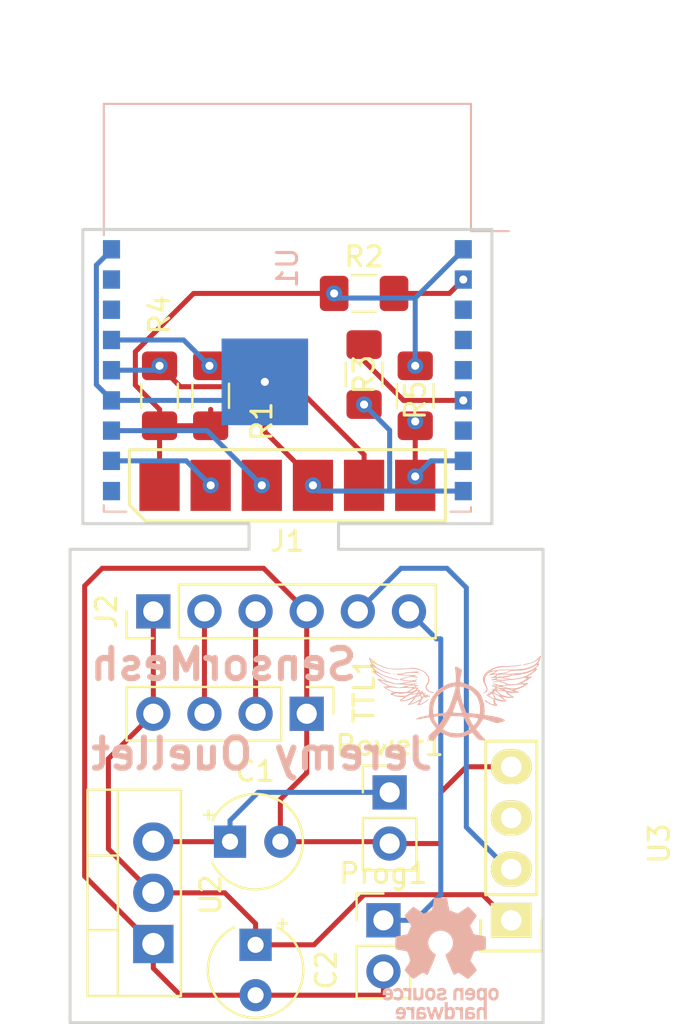
<source format=kicad_pcb>
(kicad_pcb (version 20171130) (host pcbnew 5.0.2+dfsg1-1)

  (general
    (thickness 1.6)
    (drawings 17)
    (tracks 124)
    (zones 0)
    (modules 17)
    (nets 24)
  )

  (page A4)
  (layers
    (0 F.Cu signal)
    (31 B.Cu signal)
    (32 B.Adhes user)
    (33 F.Adhes user)
    (34 B.Paste user)
    (35 F.Paste user)
    (36 B.SilkS user)
    (37 F.SilkS user)
    (38 B.Mask user)
    (39 F.Mask user)
    (40 Dwgs.User user)
    (41 Cmts.User user)
    (42 Eco1.User user)
    (43 Eco2.User user)
    (44 Edge.Cuts user)
    (45 Margin user)
    (46 B.CrtYd user)
    (47 F.CrtYd user)
    (48 B.Fab user hide)
    (49 F.Fab user hide)
  )

  (setup
    (last_trace_width 0.25)
    (trace_clearance 0.2)
    (zone_clearance 0.508)
    (zone_45_only no)
    (trace_min 0.2)
    (segment_width 0.2)
    (edge_width 0.15)
    (via_size 0.8)
    (via_drill 0.4)
    (via_min_size 0.4)
    (via_min_drill 0.3)
    (uvia_size 0.3)
    (uvia_drill 0.1)
    (uvias_allowed no)
    (uvia_min_size 0.2)
    (uvia_min_drill 0.1)
    (pcb_text_width 0.3)
    (pcb_text_size 1.5 1.5)
    (mod_edge_width 0.15)
    (mod_text_size 1 1)
    (mod_text_width 0.15)
    (pad_size 1.524 1.524)
    (pad_drill 0.762)
    (pad_to_mask_clearance 0.051)
    (solder_mask_min_width 0.25)
    (aux_axis_origin 0 0)
    (visible_elements FFFFFF7F)
    (pcbplotparams
      (layerselection 0x010fc_ffffffff)
      (usegerberextensions false)
      (usegerberattributes false)
      (usegerberadvancedattributes false)
      (creategerberjobfile false)
      (excludeedgelayer true)
      (linewidth 0.100000)
      (plotframeref false)
      (viasonmask false)
      (mode 1)
      (useauxorigin false)
      (hpglpennumber 1)
      (hpglpenspeed 20)
      (hpglpendiameter 15.000000)
      (psnegative false)
      (psa4output false)
      (plotreference true)
      (plotvalue true)
      (plotinvisibletext false)
      (padsonsilk false)
      (subtractmaskfromsilk false)
      (outputformat 1)
      (mirror false)
      (drillshape 0)
      (scaleselection 1)
      (outputdirectory "Gerber/"))
  )

  (net 0 "")
  (net 1 "Net-(C2-Pad1)")
  (net 2 "Net-(R1-Pad2)")
  (net 3 "Net-(R2-Pad2)")
  (net 4 "Net-(R5-Pad1)")
  (net 5 Earth)
  (net 6 "Net-(U1-Pad17)")
  (net 7 "Net-(U1-Pad16)")
  (net 8 "Net-(U1-Pad10)")
  (net 9 "Net-(U1-Pad7)")
  (net 10 "Net-(U1-Pad5)")
  (net 11 "Net-(U1-Pad4)")
  (net 12 "Net-(U1-Pad3)")
  (net 13 "Net-(C1-Pad1)")
  (net 14 "Net-(J1-Pad1)")
  (net 15 "Net-(J1-Pad6)")
  (net 16 "Net-(J1-Pad5)")
  (net 17 "Net-(J1-Pad4)")
  (net 18 "Net-(J1-Pad3)")
  (net 19 "Net-(J1-Pad2)")
  (net 20 "Net-(J2-Pad5)")
  (net 21 "Net-(J2-Pad6)")
  (net 22 "Net-(J2-Pad3)")
  (net 23 "Net-(J2-Pad2)")

  (net_class Default "This is the default net class."
    (clearance 0.2)
    (trace_width 0.25)
    (via_dia 0.8)
    (via_drill 0.4)
    (uvia_dia 0.3)
    (uvia_drill 0.1)
    (add_net Earth)
    (add_net "Net-(C1-Pad1)")
    (add_net "Net-(C2-Pad1)")
    (add_net "Net-(J1-Pad1)")
    (add_net "Net-(J1-Pad2)")
    (add_net "Net-(J1-Pad3)")
    (add_net "Net-(J1-Pad4)")
    (add_net "Net-(J1-Pad5)")
    (add_net "Net-(J1-Pad6)")
    (add_net "Net-(J2-Pad2)")
    (add_net "Net-(J2-Pad3)")
    (add_net "Net-(J2-Pad5)")
    (add_net "Net-(J2-Pad6)")
    (add_net "Net-(R1-Pad2)")
    (add_net "Net-(R2-Pad2)")
    (add_net "Net-(R5-Pad1)")
    (add_net "Net-(U1-Pad10)")
    (add_net "Net-(U1-Pad16)")
    (add_net "Net-(U1-Pad17)")
    (add_net "Net-(U1-Pad3)")
    (add_net "Net-(U1-Pad4)")
    (add_net "Net-(U1-Pad5)")
    (add_net "Net-(U1-Pad7)")
  )

  (module Misc:SMD_CardEdge6_100Mil (layer F.Cu) (tedit 0) (tstamp 5CCBA181)
    (at 114.3 100.33)
    (path /5CCD6A80)
    (attr smd)
    (fp_text reference J1 (at 0 2.77) (layer F.SilkS)
      (effects (font (size 1 1) (thickness 0.15)))
    )
    (fp_text value Conn_01x06_Male (at 0 -2.77) (layer F.Fab)
      (effects (font (size 1 1) (thickness 0.15)))
    )
    (fp_line (start -8 1.9) (end -8 -1.9) (layer F.CrtYd) (width 0.05))
    (fp_line (start 8 1.9) (end -8 1.9) (layer F.CrtYd) (width 0.05))
    (fp_line (start 8 -1.9) (end 8 1.9) (layer F.CrtYd) (width 0.05))
    (fp_line (start -8 -1.9) (end 8 -1.9) (layer F.CrtYd) (width 0.05))
    (fp_line (start 7.85 1.77) (end -7.05 1.77) (layer F.SilkS) (width 0.15))
    (fp_line (start 7.85 -1.77) (end 7.85 1.77) (layer F.SilkS) (width 0.15))
    (fp_line (start -7.85 -1.77) (end 7.85 -1.77) (layer F.SilkS) (width 0.15))
    (fp_line (start -7.85 0.97) (end -7.85 -1.77) (layer F.SilkS) (width 0.15))
    (fp_line (start -7.05 1.77) (end -7.85 0.97) (layer F.SilkS) (width 0.15))
    (pad 6 smd rect (at 6.35 0) (size 2 2.54) (layers F.Cu F.Paste F.Mask)
      (net 15 "Net-(J1-Pad6)"))
    (pad 5 smd rect (at 3.81 0) (size 2 2.54) (layers F.Cu F.Paste F.Mask)
      (net 16 "Net-(J1-Pad5)"))
    (pad 4 smd rect (at 1.27 0) (size 2 2.54) (layers F.Cu F.Paste F.Mask)
      (net 17 "Net-(J1-Pad4)"))
    (pad 3 smd rect (at -1.27 0) (size 2 2.54) (layers F.Cu F.Paste F.Mask)
      (net 18 "Net-(J1-Pad3)"))
    (pad 2 smd rect (at -3.81 0) (size 2 2.54) (layers F.Cu F.Paste F.Mask)
      (net 19 "Net-(J1-Pad2)"))
    (pad 1 smd rect (at -6.35 0) (size 2 2.54) (layers F.Cu F.Paste F.Mask)
      (net 14 "Net-(J1-Pad1)"))
  )

  (module Sensors:DHT22_Temperature_Humidity (layer F.Cu) (tedit 570580B0) (tstamp 5CD2BB9B)
    (at 125.420899 118.11 90)
    (path /5CCB2943)
    (fp_text reference U3 (at 0 7.35 90) (layer F.SilkS)
      (effects (font (size 1 1) (thickness 0.15)))
    )
    (fp_text value DHT22 (at 0 5.445 90) (layer F.Fab)
      (effects (font (size 1 1) (thickness 0.15)))
    )
    (fp_line (start -2.54 1.27) (end -2.54 -1.27) (layer F.SilkS) (width 0.15))
    (fp_line (start 5.08 1.27) (end -2.54 1.27) (layer F.SilkS) (width 0.15))
    (fp_line (start 5.08 -1.27) (end 5.08 1.27) (layer F.SilkS) (width 0.15))
    (fp_line (start -2.54 -1.27) (end 5.08 -1.27) (layer F.SilkS) (width 0.15))
    (fp_line (start -5.334 1.524) (end -3.81 1.524) (layer F.SilkS) (width 0.15))
    (fp_line (start -5.334 -1.524) (end -5.334 1.524) (layer F.SilkS) (width 0.15))
    (fp_line (start -3.81 -1.524) (end -5.334 -1.524) (layer F.SilkS) (width 0.15))
    (fp_line (start -7.62 4.3) (end 7.62 4.3) (layer B.CrtYd) (width 0.15))
    (fp_line (start -7.62 -3.3) (end -7.62 4.3) (layer B.CrtYd) (width 0.15))
    (fp_line (start 7.62 -3.3) (end 7.62 4.3) (layer B.CrtYd) (width 0.15))
    (fp_line (start -7.62 -3.3) (end 7.62 -3.3) (layer B.CrtYd) (width 0.15))
    (fp_line (start -7.62 -2) (end 7.62 -2) (layer B.CrtYd) (width 0.15))
    (pad 1 thru_hole rect (at -3.81 0 180) (size 2.032 1.7272) (drill 1.016) (layers *.Cu *.Mask F.SilkS)
      (net 1 "Net-(C2-Pad1)"))
    (pad 2 thru_hole oval (at -1.27 0 180) (size 2.032 1.7272) (drill 1.016) (layers *.Cu *.Mask F.SilkS)
      (net 20 "Net-(J2-Pad5)"))
    (pad 3 thru_hole oval (at 1.27 0 180) (size 2.032 1.7272) (drill 1.016) (layers *.Cu *.Mask F.SilkS))
    (pad 4 thru_hole oval (at 3.81 0 180) (size 2.032 1.7272) (drill 1.016) (layers *.Cu *.Mask F.SilkS)
      (net 5 Earth))
  )

  (module Resistor_SMD:R_1206_3216Metric_Pad1.42x1.75mm_HandSolder (layer F.Cu) (tedit 5CCB79D1) (tstamp 5CCBA148)
    (at 118.11 94.8325 270)
    (descr "Resistor SMD 1206 (3216 Metric), square (rectangular) end terminal, IPC_7351 nominal with elongated pad for handsoldering. (Body size source: http://www.tortai-tech.com/upload/download/2011102023233369053.pdf), generated with kicad-footprint-generator")
    (tags "resistor handsolder")
    (path /5CCB31BF)
    (attr smd)
    (fp_text reference R5 (at 1.27 -2.54 270) (layer F.SilkS)
      (effects (font (size 1 1) (thickness 0.15)))
    )
    (fp_text value 10K (at 0 1.82 270) (layer F.Fab)
      (effects (font (size 1 1) (thickness 0.15)))
    )
    (fp_line (start -1.6 0.8) (end -1.6 -0.8) (layer F.Fab) (width 0.1))
    (fp_line (start -1.6 -0.8) (end 1.6 -0.8) (layer F.Fab) (width 0.1))
    (fp_line (start 1.6 -0.8) (end 1.6 0.8) (layer F.Fab) (width 0.1))
    (fp_line (start 1.6 0.8) (end -1.6 0.8) (layer F.Fab) (width 0.1))
    (fp_line (start -0.602064 -0.91) (end 0.602064 -0.91) (layer F.SilkS) (width 0.12))
    (fp_line (start -0.602064 0.91) (end 0.602064 0.91) (layer F.SilkS) (width 0.12))
    (fp_line (start -2.45 1.12) (end -2.45 -1.12) (layer F.CrtYd) (width 0.05))
    (fp_line (start -2.45 -1.12) (end 2.45 -1.12) (layer F.CrtYd) (width 0.05))
    (fp_line (start 2.45 -1.12) (end 2.45 1.12) (layer F.CrtYd) (width 0.05))
    (fp_line (start 2.45 1.12) (end -2.45 1.12) (layer F.CrtYd) (width 0.05))
    (fp_text user %R (at 0 0 270) (layer F.Fab)
      (effects (font (size 0.8 0.8) (thickness 0.12)))
    )
    (pad 1 smd roundrect (at -1.4875 0 270) (size 1.425 1.75) (layers F.Cu F.Paste F.Mask) (roundrect_rratio 0.175439)
      (net 4 "Net-(R5-Pad1)"))
    (pad 2 smd roundrect (at 1.4875 0 270) (size 1.425 1.75) (layers F.Cu F.Paste F.Mask) (roundrect_rratio 0.175439)
      (net 17 "Net-(J1-Pad4)"))
    (model ${KISYS3DMOD}/Resistor_SMD.3dshapes/R_1206_3216Metric.wrl
      (at (xyz 0 0 0))
      (scale (xyz 1 1 1))
      (rotate (xyz 0 0 0))
    )
  )

  (module Resistor_SMD:R_1206_3216Metric_Pad1.42x1.75mm_HandSolder (layer F.Cu) (tedit 5B301BBD) (tstamp 5CCBA1D5)
    (at 107.95 95.885 90)
    (descr "Resistor SMD 1206 (3216 Metric), square (rectangular) end terminal, IPC_7351 nominal with elongated pad for handsoldering. (Body size source: http://www.tortai-tech.com/upload/download/2011102023233369053.pdf), generated with kicad-footprint-generator")
    (tags "resistor handsolder")
    (path /5CCB32D2)
    (attr smd)
    (fp_text reference R4 (at 4.0275 0 90) (layer F.SilkS)
      (effects (font (size 1 1) (thickness 0.15)))
    )
    (fp_text value 10K (at 0 1.82 90) (layer F.Fab)
      (effects (font (size 1 1) (thickness 0.15)))
    )
    (fp_text user %R (at 0 0 90) (layer F.Fab)
      (effects (font (size 0.8 0.8) (thickness 0.12)))
    )
    (fp_line (start 2.45 1.12) (end -2.45 1.12) (layer F.CrtYd) (width 0.05))
    (fp_line (start 2.45 -1.12) (end 2.45 1.12) (layer F.CrtYd) (width 0.05))
    (fp_line (start -2.45 -1.12) (end 2.45 -1.12) (layer F.CrtYd) (width 0.05))
    (fp_line (start -2.45 1.12) (end -2.45 -1.12) (layer F.CrtYd) (width 0.05))
    (fp_line (start -0.602064 0.91) (end 0.602064 0.91) (layer F.SilkS) (width 0.12))
    (fp_line (start -0.602064 -0.91) (end 0.602064 -0.91) (layer F.SilkS) (width 0.12))
    (fp_line (start 1.6 0.8) (end -1.6 0.8) (layer F.Fab) (width 0.1))
    (fp_line (start 1.6 -0.8) (end 1.6 0.8) (layer F.Fab) (width 0.1))
    (fp_line (start -1.6 -0.8) (end 1.6 -0.8) (layer F.Fab) (width 0.1))
    (fp_line (start -1.6 0.8) (end -1.6 -0.8) (layer F.Fab) (width 0.1))
    (pad 2 smd roundrect (at 1.4875 0 90) (size 1.425 1.75) (layers F.Cu F.Paste F.Mask) (roundrect_rratio 0.175439)
      (net 16 "Net-(J1-Pad5)"))
    (pad 1 smd roundrect (at -1.4875 0 90) (size 1.425 1.75) (layers F.Cu F.Paste F.Mask) (roundrect_rratio 0.175439)
      (net 14 "Net-(J1-Pad1)"))
    (model ${KISYS3DMOD}/Resistor_SMD.3dshapes/R_1206_3216Metric.wrl
      (at (xyz 0 0 0))
      (scale (xyz 1 1 1))
      (rotate (xyz 0 0 0))
    )
  )

  (module Resistor_SMD:R_1206_3216Metric_Pad1.42x1.75mm_HandSolder (layer F.Cu) (tedit 5B301BBD) (tstamp 5CCBA2DD)
    (at 120.65 95.885 270)
    (descr "Resistor SMD 1206 (3216 Metric), square (rectangular) end terminal, IPC_7351 nominal with elongated pad for handsoldering. (Body size source: http://www.tortai-tech.com/upload/download/2011102023233369053.pdf), generated with kicad-footprint-generator")
    (tags "resistor handsolder")
    (path /5CCB30BD)
    (attr smd)
    (fp_text reference R3 (at -1.0525 2.54 270) (layer F.SilkS)
      (effects (font (size 1 1) (thickness 0.15)))
    )
    (fp_text value 10K (at 0 1.82 270) (layer F.Fab)
      (effects (font (size 1 1) (thickness 0.15)))
    )
    (fp_line (start -1.6 0.8) (end -1.6 -0.8) (layer F.Fab) (width 0.1))
    (fp_line (start -1.6 -0.8) (end 1.6 -0.8) (layer F.Fab) (width 0.1))
    (fp_line (start 1.6 -0.8) (end 1.6 0.8) (layer F.Fab) (width 0.1))
    (fp_line (start 1.6 0.8) (end -1.6 0.8) (layer F.Fab) (width 0.1))
    (fp_line (start -0.602064 -0.91) (end 0.602064 -0.91) (layer F.SilkS) (width 0.12))
    (fp_line (start -0.602064 0.91) (end 0.602064 0.91) (layer F.SilkS) (width 0.12))
    (fp_line (start -2.45 1.12) (end -2.45 -1.12) (layer F.CrtYd) (width 0.05))
    (fp_line (start -2.45 -1.12) (end 2.45 -1.12) (layer F.CrtYd) (width 0.05))
    (fp_line (start 2.45 -1.12) (end 2.45 1.12) (layer F.CrtYd) (width 0.05))
    (fp_line (start 2.45 1.12) (end -2.45 1.12) (layer F.CrtYd) (width 0.05))
    (fp_text user %R (at 0 0 270) (layer F.Fab)
      (effects (font (size 0.8 0.8) (thickness 0.12)))
    )
    (pad 1 smd roundrect (at -1.4875 0 270) (size 1.425 1.75) (layers F.Cu F.Paste F.Mask) (roundrect_rratio 0.175439)
      (net 14 "Net-(J1-Pad1)"))
    (pad 2 smd roundrect (at 1.4875 0 270) (size 1.425 1.75) (layers F.Cu F.Paste F.Mask) (roundrect_rratio 0.175439)
      (net 15 "Net-(J1-Pad6)"))
    (model ${KISYS3DMOD}/Resistor_SMD.3dshapes/R_1206_3216Metric.wrl
      (at (xyz 0 0 0))
      (scale (xyz 1 1 1))
      (rotate (xyz 0 0 0))
    )
  )

  (module Resistor_SMD:R_1206_3216Metric_Pad1.42x1.75mm_HandSolder (layer F.Cu) (tedit 5B301BBD) (tstamp 5CCBA33D)
    (at 118.11 90.805)
    (descr "Resistor SMD 1206 (3216 Metric), square (rectangular) end terminal, IPC_7351 nominal with elongated pad for handsoldering. (Body size source: http://www.tortai-tech.com/upload/download/2011102023233369053.pdf), generated with kicad-footprint-generator")
    (tags "resistor handsolder")
    (path /5CCB34CF)
    (attr smd)
    (fp_text reference R2 (at 0 -1.82) (layer F.SilkS)
      (effects (font (size 1 1) (thickness 0.15)))
    )
    (fp_text value 10K (at 0 1.82) (layer F.Fab)
      (effects (font (size 1 1) (thickness 0.15)))
    )
    (fp_text user %R (at 0 0) (layer F.Fab)
      (effects (font (size 0.8 0.8) (thickness 0.12)))
    )
    (fp_line (start 2.45 1.12) (end -2.45 1.12) (layer F.CrtYd) (width 0.05))
    (fp_line (start 2.45 -1.12) (end 2.45 1.12) (layer F.CrtYd) (width 0.05))
    (fp_line (start -2.45 -1.12) (end 2.45 -1.12) (layer F.CrtYd) (width 0.05))
    (fp_line (start -2.45 1.12) (end -2.45 -1.12) (layer F.CrtYd) (width 0.05))
    (fp_line (start -0.602064 0.91) (end 0.602064 0.91) (layer F.SilkS) (width 0.12))
    (fp_line (start -0.602064 -0.91) (end 0.602064 -0.91) (layer F.SilkS) (width 0.12))
    (fp_line (start 1.6 0.8) (end -1.6 0.8) (layer F.Fab) (width 0.1))
    (fp_line (start 1.6 -0.8) (end 1.6 0.8) (layer F.Fab) (width 0.1))
    (fp_line (start -1.6 -0.8) (end 1.6 -0.8) (layer F.Fab) (width 0.1))
    (fp_line (start -1.6 0.8) (end -1.6 -0.8) (layer F.Fab) (width 0.1))
    (pad 2 smd roundrect (at 1.4875 0) (size 1.425 1.75) (layers F.Cu F.Paste F.Mask) (roundrect_rratio 0.175439)
      (net 3 "Net-(R2-Pad2)"))
    (pad 1 smd roundrect (at -1.4875 0) (size 1.425 1.75) (layers F.Cu F.Paste F.Mask) (roundrect_rratio 0.175439)
      (net 14 "Net-(J1-Pad1)"))
    (model ${KISYS3DMOD}/Resistor_SMD.3dshapes/R_1206_3216Metric.wrl
      (at (xyz 0 0 0))
      (scale (xyz 1 1 1))
      (rotate (xyz 0 0 0))
    )
  )

  (module Resistor_SMD:R_1206_3216Metric_Pad1.42x1.75mm_HandSolder (layer F.Cu) (tedit 5B301BBD) (tstamp 5CCBA30D)
    (at 110.49 95.885 90)
    (descr "Resistor SMD 1206 (3216 Metric), square (rectangular) end terminal, IPC_7351 nominal with elongated pad for handsoldering. (Body size source: http://www.tortai-tech.com/upload/download/2011102023233369053.pdf), generated with kicad-footprint-generator")
    (tags "resistor handsolder")
    (path /5CCB33CA)
    (attr smd)
    (fp_text reference R1 (at -1.27 2.54 90) (layer F.SilkS)
      (effects (font (size 1 1) (thickness 0.15)))
    )
    (fp_text value 10K (at 0 1.82 90) (layer F.Fab)
      (effects (font (size 1 1) (thickness 0.15)))
    )
    (fp_line (start -1.6 0.8) (end -1.6 -0.8) (layer F.Fab) (width 0.1))
    (fp_line (start -1.6 -0.8) (end 1.6 -0.8) (layer F.Fab) (width 0.1))
    (fp_line (start 1.6 -0.8) (end 1.6 0.8) (layer F.Fab) (width 0.1))
    (fp_line (start 1.6 0.8) (end -1.6 0.8) (layer F.Fab) (width 0.1))
    (fp_line (start -0.602064 -0.91) (end 0.602064 -0.91) (layer F.SilkS) (width 0.12))
    (fp_line (start -0.602064 0.91) (end 0.602064 0.91) (layer F.SilkS) (width 0.12))
    (fp_line (start -2.45 1.12) (end -2.45 -1.12) (layer F.CrtYd) (width 0.05))
    (fp_line (start -2.45 -1.12) (end 2.45 -1.12) (layer F.CrtYd) (width 0.05))
    (fp_line (start 2.45 -1.12) (end 2.45 1.12) (layer F.CrtYd) (width 0.05))
    (fp_line (start 2.45 1.12) (end -2.45 1.12) (layer F.CrtYd) (width 0.05))
    (fp_text user %R (at 0 0 90) (layer F.Fab)
      (effects (font (size 0.8 0.8) (thickness 0.12)))
    )
    (pad 1 smd roundrect (at -1.4875 0 90) (size 1.425 1.75) (layers F.Cu F.Paste F.Mask) (roundrect_rratio 0.175439)
      (net 14 "Net-(J1-Pad1)"))
    (pad 2 smd roundrect (at 1.4875 0 90) (size 1.425 1.75) (layers F.Cu F.Paste F.Mask) (roundrect_rratio 0.175439)
      (net 2 "Net-(R1-Pad2)"))
    (model ${KISYS3DMOD}/Resistor_SMD.3dshapes/R_1206_3216Metric.wrl
      (at (xyz 0 0 0))
      (scale (xyz 1 1 1))
      (rotate (xyz 0 0 0))
    )
  )

  (module Connector_PinHeader_2.54mm:PinHeader_1x06_P2.54mm_Vertical (layer F.Cu) (tedit 59FED5CC) (tstamp 5CCBA376)
    (at 107.640899 106.587584 90)
    (descr "Through hole straight pin header, 1x06, 2.54mm pitch, single row")
    (tags "Through hole pin header THT 1x06 2.54mm single row")
    (path /5CCD6B48)
    (fp_text reference J2 (at 0 -2.33 90) (layer F.SilkS)
      (effects (font (size 1 1) (thickness 0.15)))
    )
    (fp_text value Conn_01x06_Male (at 0 15.03 90) (layer F.Fab)
      (effects (font (size 1 1) (thickness 0.15)))
    )
    (fp_text user %R (at 0 6.35 180) (layer F.Fab)
      (effects (font (size 1 1) (thickness 0.15)))
    )
    (fp_line (start 1.8 -1.8) (end -1.8 -1.8) (layer F.CrtYd) (width 0.05))
    (fp_line (start 1.8 14.5) (end 1.8 -1.8) (layer F.CrtYd) (width 0.05))
    (fp_line (start -1.8 14.5) (end 1.8 14.5) (layer F.CrtYd) (width 0.05))
    (fp_line (start -1.8 -1.8) (end -1.8 14.5) (layer F.CrtYd) (width 0.05))
    (fp_line (start -1.33 -1.33) (end 0 -1.33) (layer F.SilkS) (width 0.12))
    (fp_line (start -1.33 0) (end -1.33 -1.33) (layer F.SilkS) (width 0.12))
    (fp_line (start -1.33 1.27) (end 1.33 1.27) (layer F.SilkS) (width 0.12))
    (fp_line (start 1.33 1.27) (end 1.33 14.03) (layer F.SilkS) (width 0.12))
    (fp_line (start -1.33 1.27) (end -1.33 14.03) (layer F.SilkS) (width 0.12))
    (fp_line (start -1.33 14.03) (end 1.33 14.03) (layer F.SilkS) (width 0.12))
    (fp_line (start -1.27 -0.635) (end -0.635 -1.27) (layer F.Fab) (width 0.1))
    (fp_line (start -1.27 13.97) (end -1.27 -0.635) (layer F.Fab) (width 0.1))
    (fp_line (start 1.27 13.97) (end -1.27 13.97) (layer F.Fab) (width 0.1))
    (fp_line (start 1.27 -1.27) (end 1.27 13.97) (layer F.Fab) (width 0.1))
    (fp_line (start -0.635 -1.27) (end 1.27 -1.27) (layer F.Fab) (width 0.1))
    (pad 6 thru_hole oval (at 0 12.7 90) (size 1.7 1.7) (drill 1) (layers *.Cu *.Mask)
      (net 21 "Net-(J2-Pad6)"))
    (pad 5 thru_hole oval (at 0 10.16 90) (size 1.7 1.7) (drill 1) (layers *.Cu *.Mask)
      (net 20 "Net-(J2-Pad5)"))
    (pad 4 thru_hole oval (at 0 7.62 90) (size 1.7 1.7) (drill 1) (layers *.Cu *.Mask)
      (net 5 Earth))
    (pad 3 thru_hole oval (at 0 5.08 90) (size 1.7 1.7) (drill 1) (layers *.Cu *.Mask)
      (net 22 "Net-(J2-Pad3)"))
    (pad 2 thru_hole oval (at 0 2.54 90) (size 1.7 1.7) (drill 1) (layers *.Cu *.Mask)
      (net 23 "Net-(J2-Pad2)"))
    (pad 1 thru_hole rect (at 0 0 90) (size 1.7 1.7) (drill 1) (layers *.Cu *.Mask)
      (net 1 "Net-(C2-Pad1)"))
    (model ${KISYS3DMOD}/Connector_PinHeader_2.54mm.3dshapes/PinHeader_1x06_P2.54mm_Vertical.wrl
      (at (xyz 0 0 0))
      (scale (xyz 1 1 1))
      (rotate (xyz 0 0 0))
    )
  )

  (module Capacitor_THT:CP_Radial_Tantal_D4.5mm_P2.50mm (layer F.Cu) (tedit 5AE50EF0) (tstamp 5CD0E9D1)
    (at 112.720899 123.137584 270)
    (descr "CP, Radial_Tantal series, Radial, pin pitch=2.50mm, , diameter=4.5mm, Tantal Electrolytic Capacitor, http://cdn-reichelt.de/documents/datenblatt/B300/TANTAL-TB-Serie%23.pdf")
    (tags "CP Radial_Tantal series Radial pin pitch 2.50mm  diameter 4.5mm Tantal Electrolytic Capacitor")
    (path /5CCC67E1)
    (fp_text reference C2 (at 1.25 -3.5 270) (layer F.SilkS)
      (effects (font (size 1 1) (thickness 0.15)))
    )
    (fp_text value 10uF (at 1.25 3.5 270) (layer F.Fab)
      (effects (font (size 1 1) (thickness 0.15)))
    )
    (fp_text user %R (at 1.25 0 270) (layer F.Fab)
      (effects (font (size 0.9 0.9) (thickness 0.135)))
    )
    (fp_line (start -1.062288 -1.56) (end -1.062288 -1.11) (layer F.SilkS) (width 0.12))
    (fp_line (start -1.287288 -1.335) (end -0.837288 -1.335) (layer F.SilkS) (width 0.12))
    (fp_line (start -0.44308 -1.2025) (end -0.44308 -0.7525) (layer F.Fab) (width 0.1))
    (fp_line (start -0.66808 -0.9775) (end -0.21808 -0.9775) (layer F.Fab) (width 0.1))
    (fp_circle (center 1.25 0) (end 3.78 0) (layer F.CrtYd) (width 0.05))
    (fp_circle (center 1.25 0) (end 3.5 0) (layer F.Fab) (width 0.1))
    (fp_arc (start 1.25 0) (end -0.869741 -1.06) (angle 306.864288) (layer F.SilkS) (width 0.12))
    (pad 2 thru_hole circle (at 2.5 0 270) (size 1.6 1.6) (drill 0.8) (layers *.Cu *.Mask)
      (net 5 Earth))
    (pad 1 thru_hole rect (at 0 0 270) (size 1.6 1.6) (drill 0.8) (layers *.Cu *.Mask)
      (net 1 "Net-(C2-Pad1)"))
    (model ${KISYS3DMOD}/Capacitor_THT.3dshapes/CP_Radial_Tantal_D4.5mm_P2.50mm.wrl
      (at (xyz 0 0 0))
      (scale (xyz 1 1 1))
      (rotate (xyz 0 0 0))
    )
  )

  (module Capacitor_THT:CP_Radial_Tantal_D4.5mm_P2.50mm (layer F.Cu) (tedit 5AE50EF0) (tstamp 5CD0E9C3)
    (at 111.450899 118.017584)
    (descr "CP, Radial_Tantal series, Radial, pin pitch=2.50mm, , diameter=4.5mm, Tantal Electrolytic Capacitor, http://cdn-reichelt.de/documents/datenblatt/B300/TANTAL-TB-Serie%23.pdf")
    (tags "CP Radial_Tantal series Radial pin pitch 2.50mm  diameter 4.5mm Tantal Electrolytic Capacitor")
    (path /5CCC66B9)
    (fp_text reference C1 (at 1.25 -3.5) (layer F.SilkS)
      (effects (font (size 1 1) (thickness 0.15)))
    )
    (fp_text value 10uF (at 1.25 3.5) (layer F.Fab)
      (effects (font (size 1 1) (thickness 0.15)))
    )
    (fp_arc (start 1.25 0) (end -0.869741 -1.06) (angle 306.864288) (layer F.SilkS) (width 0.12))
    (fp_circle (center 1.25 0) (end 3.5 0) (layer F.Fab) (width 0.1))
    (fp_circle (center 1.25 0) (end 3.78 0) (layer F.CrtYd) (width 0.05))
    (fp_line (start -0.66808 -0.9775) (end -0.21808 -0.9775) (layer F.Fab) (width 0.1))
    (fp_line (start -0.44308 -1.2025) (end -0.44308 -0.7525) (layer F.Fab) (width 0.1))
    (fp_line (start -1.287288 -1.335) (end -0.837288 -1.335) (layer F.SilkS) (width 0.12))
    (fp_line (start -1.062288 -1.56) (end -1.062288 -1.11) (layer F.SilkS) (width 0.12))
    (fp_text user %R (at 1.25 0) (layer F.Fab)
      (effects (font (size 0.9 0.9) (thickness 0.135)))
    )
    (pad 1 thru_hole rect (at 0 0) (size 1.6 1.6) (drill 0.8) (layers *.Cu *.Mask)
      (net 13 "Net-(C1-Pad1)"))
    (pad 2 thru_hole circle (at 2.5 0) (size 1.6 1.6) (drill 0.8) (layers *.Cu *.Mask)
      (net 5 Earth))
    (model ${KISYS3DMOD}/Capacitor_THT.3dshapes/CP_Radial_Tantal_D4.5mm_P2.50mm.wrl
      (at (xyz 0 0 0))
      (scale (xyz 1 1 1))
      (rotate (xyz 0 0 0))
    )
  )

  (module Connector_PinHeader_2.54mm:PinHeader_1x02_P2.54mm_Vertical (layer F.Cu) (tedit 59FED5CC) (tstamp 5CD0E9B5)
    (at 119.070899 121.92)
    (descr "Through hole straight pin header, 1x02, 2.54mm pitch, single row")
    (tags "Through hole pin header THT 1x02 2.54mm single row")
    (path /5CCB2FE5)
    (fp_text reference Prog1 (at 0 -2.33) (layer F.SilkS)
      (effects (font (size 1 1) (thickness 0.15)))
    )
    (fp_text value Conn_01x02_Male (at 0 4.87) (layer F.Fab)
      (effects (font (size 1 1) (thickness 0.15)))
    )
    (fp_text user %R (at 0 1.27 90) (layer F.Fab)
      (effects (font (size 1 1) (thickness 0.15)))
    )
    (fp_line (start 1.8 -1.8) (end -1.8 -1.8) (layer F.CrtYd) (width 0.05))
    (fp_line (start 1.8 4.35) (end 1.8 -1.8) (layer F.CrtYd) (width 0.05))
    (fp_line (start -1.8 4.35) (end 1.8 4.35) (layer F.CrtYd) (width 0.05))
    (fp_line (start -1.8 -1.8) (end -1.8 4.35) (layer F.CrtYd) (width 0.05))
    (fp_line (start -1.33 -1.33) (end 0 -1.33) (layer F.SilkS) (width 0.12))
    (fp_line (start -1.33 0) (end -1.33 -1.33) (layer F.SilkS) (width 0.12))
    (fp_line (start -1.33 1.27) (end 1.33 1.27) (layer F.SilkS) (width 0.12))
    (fp_line (start 1.33 1.27) (end 1.33 3.87) (layer F.SilkS) (width 0.12))
    (fp_line (start -1.33 1.27) (end -1.33 3.87) (layer F.SilkS) (width 0.12))
    (fp_line (start -1.33 3.87) (end 1.33 3.87) (layer F.SilkS) (width 0.12))
    (fp_line (start -1.27 -0.635) (end -0.635 -1.27) (layer F.Fab) (width 0.1))
    (fp_line (start -1.27 3.81) (end -1.27 -0.635) (layer F.Fab) (width 0.1))
    (fp_line (start 1.27 3.81) (end -1.27 3.81) (layer F.Fab) (width 0.1))
    (fp_line (start 1.27 -1.27) (end 1.27 3.81) (layer F.Fab) (width 0.1))
    (fp_line (start -0.635 -1.27) (end 1.27 -1.27) (layer F.Fab) (width 0.1))
    (pad 2 thru_hole oval (at 0 2.54) (size 1.7 1.7) (drill 1) (layers *.Cu *.Mask)
      (net 5 Earth))
    (pad 1 thru_hole rect (at 0 0) (size 1.7 1.7) (drill 1) (layers *.Cu *.Mask)
      (net 21 "Net-(J2-Pad6)"))
    (model ${KISYS3DMOD}/Connector_PinHeader_2.54mm.3dshapes/PinHeader_1x02_P2.54mm_Vertical.wrl
      (at (xyz 0 0 0))
      (scale (xyz 1 1 1))
      (rotate (xyz 0 0 0))
    )
  )

  (module Connector_PinHeader_2.54mm:PinHeader_1x02_P2.54mm_Vertical (layer F.Cu) (tedit 59FED5CC) (tstamp 5CD0E99F)
    (at 119.38 115.57)
    (descr "Through hole straight pin header, 1x02, 2.54mm pitch, single row")
    (tags "Through hole pin header THT 1x02 2.54mm single row")
    (path /5CCBCA28)
    (fp_text reference Power1 (at 0 -2.33) (layer F.SilkS)
      (effects (font (size 1 1) (thickness 0.15)))
    )
    (fp_text value Conn_01x02_Male (at 0 4.87) (layer F.Fab)
      (effects (font (size 1 1) (thickness 0.15)))
    )
    (fp_line (start -0.635 -1.27) (end 1.27 -1.27) (layer F.Fab) (width 0.1))
    (fp_line (start 1.27 -1.27) (end 1.27 3.81) (layer F.Fab) (width 0.1))
    (fp_line (start 1.27 3.81) (end -1.27 3.81) (layer F.Fab) (width 0.1))
    (fp_line (start -1.27 3.81) (end -1.27 -0.635) (layer F.Fab) (width 0.1))
    (fp_line (start -1.27 -0.635) (end -0.635 -1.27) (layer F.Fab) (width 0.1))
    (fp_line (start -1.33 3.87) (end 1.33 3.87) (layer F.SilkS) (width 0.12))
    (fp_line (start -1.33 1.27) (end -1.33 3.87) (layer F.SilkS) (width 0.12))
    (fp_line (start 1.33 1.27) (end 1.33 3.87) (layer F.SilkS) (width 0.12))
    (fp_line (start -1.33 1.27) (end 1.33 1.27) (layer F.SilkS) (width 0.12))
    (fp_line (start -1.33 0) (end -1.33 -1.33) (layer F.SilkS) (width 0.12))
    (fp_line (start -1.33 -1.33) (end 0 -1.33) (layer F.SilkS) (width 0.12))
    (fp_line (start -1.8 -1.8) (end -1.8 4.35) (layer F.CrtYd) (width 0.05))
    (fp_line (start -1.8 4.35) (end 1.8 4.35) (layer F.CrtYd) (width 0.05))
    (fp_line (start 1.8 4.35) (end 1.8 -1.8) (layer F.CrtYd) (width 0.05))
    (fp_line (start 1.8 -1.8) (end -1.8 -1.8) (layer F.CrtYd) (width 0.05))
    (fp_text user %R (at 0 1.27 90) (layer F.Fab)
      (effects (font (size 1 1) (thickness 0.15)))
    )
    (pad 1 thru_hole rect (at 0 0) (size 1.7 1.7) (drill 1) (layers *.Cu *.Mask)
      (net 13 "Net-(C1-Pad1)"))
    (pad 2 thru_hole oval (at 0 2.54) (size 1.7 1.7) (drill 1) (layers *.Cu *.Mask)
      (net 5 Earth))
    (model ${KISYS3DMOD}/Connector_PinHeader_2.54mm.3dshapes/PinHeader_1x02_P2.54mm_Vertical.wrl
      (at (xyz 0 0 0))
      (scale (xyz 1 1 1))
      (rotate (xyz 0 0 0))
    )
  )

  (module Connector_PinHeader_2.54mm:PinHeader_1x04_P2.54mm_Vertical (layer F.Cu) (tedit 59FED5CC) (tstamp 5CD0E989)
    (at 115.260899 111.667584 270)
    (descr "Through hole straight pin header, 1x04, 2.54mm pitch, single row")
    (tags "Through hole pin header THT 1x04 2.54mm single row")
    (path /5CCB2F68)
    (fp_text reference TTL1 (at -1.177584 -2.849101 270) (layer F.SilkS)
      (effects (font (size 1 1) (thickness 0.15)))
    )
    (fp_text value Conn_01x04_Male (at 0 9.95 270) (layer F.Fab)
      (effects (font (size 1 1) (thickness 0.15)))
    )
    (fp_line (start -0.635 -1.27) (end 1.27 -1.27) (layer F.Fab) (width 0.1))
    (fp_line (start 1.27 -1.27) (end 1.27 8.89) (layer F.Fab) (width 0.1))
    (fp_line (start 1.27 8.89) (end -1.27 8.89) (layer F.Fab) (width 0.1))
    (fp_line (start -1.27 8.89) (end -1.27 -0.635) (layer F.Fab) (width 0.1))
    (fp_line (start -1.27 -0.635) (end -0.635 -1.27) (layer F.Fab) (width 0.1))
    (fp_line (start -1.33 8.95) (end 1.33 8.95) (layer F.SilkS) (width 0.12))
    (fp_line (start -1.33 1.27) (end -1.33 8.95) (layer F.SilkS) (width 0.12))
    (fp_line (start 1.33 1.27) (end 1.33 8.95) (layer F.SilkS) (width 0.12))
    (fp_line (start -1.33 1.27) (end 1.33 1.27) (layer F.SilkS) (width 0.12))
    (fp_line (start -1.33 0) (end -1.33 -1.33) (layer F.SilkS) (width 0.12))
    (fp_line (start -1.33 -1.33) (end 0 -1.33) (layer F.SilkS) (width 0.12))
    (fp_line (start -1.8 -1.8) (end -1.8 9.4) (layer F.CrtYd) (width 0.05))
    (fp_line (start -1.8 9.4) (end 1.8 9.4) (layer F.CrtYd) (width 0.05))
    (fp_line (start 1.8 9.4) (end 1.8 -1.8) (layer F.CrtYd) (width 0.05))
    (fp_line (start 1.8 -1.8) (end -1.8 -1.8) (layer F.CrtYd) (width 0.05))
    (fp_text user %R (at 0 3.81) (layer F.Fab)
      (effects (font (size 1 1) (thickness 0.15)))
    )
    (pad 1 thru_hole rect (at 0 0 270) (size 1.7 1.7) (drill 1) (layers *.Cu *.Mask)
      (net 5 Earth))
    (pad 2 thru_hole oval (at 0 2.54 270) (size 1.7 1.7) (drill 1) (layers *.Cu *.Mask)
      (net 22 "Net-(J2-Pad3)"))
    (pad 3 thru_hole oval (at 0 5.08 270) (size 1.7 1.7) (drill 1) (layers *.Cu *.Mask)
      (net 23 "Net-(J2-Pad2)"))
    (pad 4 thru_hole oval (at 0 7.62 270) (size 1.7 1.7) (drill 1) (layers *.Cu *.Mask)
      (net 1 "Net-(C2-Pad1)"))
    (model ${KISYS3DMOD}/Connector_PinHeader_2.54mm.3dshapes/PinHeader_1x04_P2.54mm_Vertical.wrl
      (at (xyz 0 0 0))
      (scale (xyz 1 1 1))
      (rotate (xyz 0 0 0))
    )
  )

  (module Package_TO_SOT_THT:TO-220-3_Vertical (layer F.Cu) (tedit 5AC8BA0D) (tstamp 5CD0E971)
    (at 107.640899 123.097584 90)
    (descr "TO-220-3, Vertical, RM 2.54mm, see https://www.vishay.com/docs/66542/to-220-1.pdf")
    (tags "TO-220-3 Vertical RM 2.54mm")
    (path /5CCB2A2A)
    (fp_text reference U2 (at 2.447584 2.849101 90) (layer F.SilkS)
      (effects (font (size 1 1) (thickness 0.15)))
    )
    (fp_text value LM1085-3.3 (at 2.54 2.5 90) (layer F.Fab)
      (effects (font (size 1 1) (thickness 0.15)))
    )
    (fp_line (start -2.46 -3.15) (end -2.46 1.25) (layer F.Fab) (width 0.1))
    (fp_line (start -2.46 1.25) (end 7.54 1.25) (layer F.Fab) (width 0.1))
    (fp_line (start 7.54 1.25) (end 7.54 -3.15) (layer F.Fab) (width 0.1))
    (fp_line (start 7.54 -3.15) (end -2.46 -3.15) (layer F.Fab) (width 0.1))
    (fp_line (start -2.46 -1.88) (end 7.54 -1.88) (layer F.Fab) (width 0.1))
    (fp_line (start 0.69 -3.15) (end 0.69 -1.88) (layer F.Fab) (width 0.1))
    (fp_line (start 4.39 -3.15) (end 4.39 -1.88) (layer F.Fab) (width 0.1))
    (fp_line (start -2.58 -3.27) (end 7.66 -3.27) (layer F.SilkS) (width 0.12))
    (fp_line (start -2.58 1.371) (end 7.66 1.371) (layer F.SilkS) (width 0.12))
    (fp_line (start -2.58 -3.27) (end -2.58 1.371) (layer F.SilkS) (width 0.12))
    (fp_line (start 7.66 -3.27) (end 7.66 1.371) (layer F.SilkS) (width 0.12))
    (fp_line (start -2.58 -1.76) (end 7.66 -1.76) (layer F.SilkS) (width 0.12))
    (fp_line (start 0.69 -3.27) (end 0.69 -1.76) (layer F.SilkS) (width 0.12))
    (fp_line (start 4.391 -3.27) (end 4.391 -1.76) (layer F.SilkS) (width 0.12))
    (fp_line (start -2.71 -3.4) (end -2.71 1.51) (layer F.CrtYd) (width 0.05))
    (fp_line (start -2.71 1.51) (end 7.79 1.51) (layer F.CrtYd) (width 0.05))
    (fp_line (start 7.79 1.51) (end 7.79 -3.4) (layer F.CrtYd) (width 0.05))
    (fp_line (start 7.79 -3.4) (end -2.71 -3.4) (layer F.CrtYd) (width 0.05))
    (fp_text user %R (at 2.54 -4.27 90) (layer F.Fab)
      (effects (font (size 1 1) (thickness 0.15)))
    )
    (pad 1 thru_hole rect (at 0 0 90) (size 1.905 2) (drill 1.1) (layers *.Cu *.Mask)
      (net 5 Earth))
    (pad 2 thru_hole oval (at 2.54 0 90) (size 1.905 2) (drill 1.1) (layers *.Cu *.Mask)
      (net 1 "Net-(C2-Pad1)"))
    (pad 3 thru_hole oval (at 5.08 0 90) (size 1.905 2) (drill 1.1) (layers *.Cu *.Mask)
      (net 13 "Net-(C1-Pad1)"))
    (model ${KISYS3DMOD}/Package_TO_SOT_THT.3dshapes/TO-220-3_Vertical.wrl
      (at (xyz 0 0 0))
      (scale (xyz 1 1 1))
      (rotate (xyz 0 0 0))
    )
  )

  (module RF_Module:ESP-WROOM-02 (layer B.Cu) (tedit 5B5B45D7) (tstamp 5CCBA07E)
    (at 114.3 94.615 180)
    (descr http://espressif.com/sites/default/files/documentation/0c-esp-wroom-02_datasheet_en.pdf)
    (tags "ESP WROOM-02 espressif esp8266ex")
    (path /5CCB2659)
    (attr smd)
    (fp_text reference U1 (at 0 5.08 90) (layer B.SilkS)
      (effects (font (size 1 1) (thickness 0.15)) (justify mirror))
    )
    (fp_text value ESP-WROOM-02 (at 0 -8.33 180) (layer B.Fab)
      (effects (font (size 1 1) (thickness 0.15)) (justify mirror))
    )
    (fp_line (start -9.12 6.9) (end -11 6.9) (layer B.SilkS) (width 0.1))
    (fp_line (start -9.12 13.22) (end -9.12 6.9) (layer B.SilkS) (width 0.1))
    (fp_line (start 9.12 13.22) (end 9.12 6.7) (layer B.SilkS) (width 0.1))
    (fp_line (start -9.12 13.22) (end 9.12 13.22) (layer B.SilkS) (width 0.1))
    (fp_line (start 8 -7.02) (end 9.12 -7.02) (layer B.SilkS) (width 0.1))
    (fp_line (start 9.12 -6.7) (end 9.12 -7) (layer B.SilkS) (width 0.1))
    (fp_line (start -9.12 -7.02) (end -8.1 -7.02) (layer B.SilkS) (width 0.1))
    (fp_line (start -9.12 -6.8) (end -9.12 -7.02) (layer B.SilkS) (width 0.1))
    (fp_line (start 8.3 17.9) (end 8.1 17.7) (layer Cmts.User) (width 0.1))
    (fp_line (start 8.3 13.3) (end 8.3 17.9) (layer Cmts.User) (width 0.1))
    (fp_line (start 8.3 17.9) (end 8.5 17.7) (layer Cmts.User) (width 0.1))
    (fp_line (start 8.3 13.3) (end 8.5 13.5) (layer Cmts.User) (width 0.1))
    (fp_line (start 8.3 13.3) (end 8.1 13.5) (layer Cmts.User) (width 0.1))
    (fp_line (start -9.2 10.7) (end -9.4 10.9) (layer Cmts.User) (width 0.1))
    (fp_line (start -13.8 10.7) (end -9.2 10.7) (layer Cmts.User) (width 0.1))
    (fp_line (start -9.2 10.7) (end -9.4 10.5) (layer Cmts.User) (width 0.1))
    (fp_line (start -13.8 10.7) (end -13.6 10.5) (layer Cmts.User) (width 0.1))
    (fp_line (start -13.8 10.7) (end -13.6 10.9) (layer Cmts.User) (width 0.1))
    (fp_line (start 9.2 10.7) (end 9.4 10.5) (layer Cmts.User) (width 0.1))
    (fp_line (start 9.2 10.7) (end 9.4 10.9) (layer Cmts.User) (width 0.1))
    (fp_line (start 13.8 10.7) (end 13.6 10.5) (layer Cmts.User) (width 0.1))
    (fp_line (start 13.8 10.7) (end 13.6 10.9) (layer Cmts.User) (width 0.1))
    (fp_line (start 9.2 10.7) (end 13.8 10.7) (layer Cmts.User) (width 0.1))
    (fp_line (start 14 8.41) (end 12 6.795) (layer Dwgs.User) (width 0.1))
    (fp_line (start 14 10.025) (end 10 6.795) (layer Dwgs.User) (width 0.1))
    (fp_line (start 14 11.64) (end 8 6.795) (layer Dwgs.User) (width 0.1))
    (fp_line (start 14 13.255) (end 6 6.795) (layer Dwgs.User) (width 0.1))
    (fp_line (start 14 14.87) (end 4 6.795) (layer Dwgs.User) (width 0.1))
    (fp_line (start 14 16.485) (end 2 6.795) (layer Dwgs.User) (width 0.1))
    (fp_line (start 14 18.1) (end 0 6.795) (layer Dwgs.User) (width 0.1))
    (fp_line (start 12 18.1) (end -2 6.795) (layer Dwgs.User) (width 0.1))
    (fp_line (start 10 18.1) (end -4 6.795) (layer Dwgs.User) (width 0.1))
    (fp_line (start 8 18.1) (end -6 6.795) (layer Dwgs.User) (width 0.1))
    (fp_line (start -8 6.795) (end 6 18.1) (layer Dwgs.User) (width 0.1))
    (fp_line (start 4 18.1) (end -10 6.795) (layer Dwgs.User) (width 0.1))
    (fp_line (start 2 18.1) (end -12 6.795) (layer Dwgs.User) (width 0.1))
    (fp_line (start 0 18.1) (end -14 6.795) (layer Dwgs.User) (width 0.1))
    (fp_line (start -2 18.1) (end -14 8.41) (layer Dwgs.User) (width 0.1))
    (fp_line (start -4 18.1) (end -14 10.025) (layer Dwgs.User) (width 0.1))
    (fp_line (start -6 18.1) (end -14 11.64) (layer Dwgs.User) (width 0.1))
    (fp_line (start -8 18.1) (end -14 13.255) (layer Dwgs.User) (width 0.1))
    (fp_line (start -10 18.1) (end -14 14.87) (layer Dwgs.User) (width 0.1))
    (fp_line (start -12 18.1) (end -14 16.485) (layer Dwgs.User) (width 0.1))
    (fp_line (start 9.41 6.55) (end 14.25 6.55) (layer B.CrtYd) (width 0.05))
    (fp_line (start -14.25 6.55) (end -9.41 6.55) (layer B.CrtYd) (width 0.05))
    (fp_line (start 14.25 18.35) (end 14.25 6.55) (layer B.CrtYd) (width 0.05))
    (fp_line (start -14.25 18.35) (end -14.25 6.55) (layer B.CrtYd) (width 0.05))
    (fp_line (start 14 18.1) (end -14 18.1) (layer Dwgs.User) (width 0.1))
    (fp_line (start 14 6.8) (end 14 18.1) (layer Dwgs.User) (width 0.1))
    (fp_line (start -9 13.1) (end 9 13.1) (layer Dwgs.User) (width 0.1))
    (fp_line (start 9 13.1) (end 9 6.78) (layer Dwgs.User) (width 0.1))
    (fp_line (start 14 6.8) (end -14 6.8) (layer Dwgs.User) (width 0.1))
    (fp_line (start -9 6.8) (end -9 13.1) (layer Dwgs.User) (width 0.1))
    (fp_line (start -8.5 7) (end -9 6.5) (layer B.Fab) (width 0.1))
    (fp_line (start -9 7.5) (end -8.5 7) (layer B.Fab) (width 0.1))
    (fp_line (start -9 6.5) (end -9 -6.9) (layer B.Fab) (width 0.1))
    (fp_line (start -14.25 18.35) (end 14.25 18.35) (layer B.CrtYd) (width 0.05))
    (fp_line (start 9.41 6.55) (end 9.41 -7.15) (layer B.CrtYd) (width 0.05))
    (fp_line (start -9.41 -7.15) (end 9.41 -7.15) (layer B.CrtYd) (width 0.05))
    (fp_line (start -9.41 -7.15) (end -9.41 6.55) (layer B.CrtYd) (width 0.05))
    (fp_line (start -9 13.1) (end 9 13.1) (layer B.Fab) (width 0.1))
    (fp_line (start -9 13.1) (end -9 7.5) (layer B.Fab) (width 0.1))
    (fp_line (start -9 -6.9) (end 9 -6.9) (layer B.Fab) (width 0.1))
    (fp_line (start 9 -6.9) (end 9 13.1) (layer B.Fab) (width 0.1))
    (fp_line (start -14 6.8) (end -14 18.1) (layer Dwgs.User) (width 0.1))
    (fp_text user "5 mm" (at 7.8 15.9 90) (layer Cmts.User)
      (effects (font (size 0.5 0.5) (thickness 0.1)))
    )
    (fp_text user "5 mm" (at -11.2 11.2 180) (layer Cmts.User)
      (effects (font (size 0.5 0.5) (thickness 0.1)))
    )
    (fp_text user "5 mm" (at 11.8 11.2 180) (layer Cmts.User)
      (effects (font (size 0.5 0.5) (thickness 0.1)))
    )
    (fp_text user Antenna (at 0 10 180) (layer Cmts.User)
      (effects (font (size 1 1) (thickness 0.15)))
    )
    (fp_text user "KEEP-OUT ZONE" (at 0 16 180) (layer Cmts.User)
      (effects (font (size 1 1) (thickness 0.15)))
    )
    (fp_text user %R (at 0 0 180) (layer B.Fab)
      (effects (font (size 1 1) (thickness 0.15)) (justify mirror))
    )
    (pad 18 smd rect (at 8.7375 6 180) (size 0.85 0.9125) (layers B.Cu B.Paste B.Mask)
      (net 17 "Net-(J1-Pad4)"))
    (pad 17 smd rect (at 8.7375 4.5 180) (size 0.85 0.9125) (layers B.Cu B.Paste B.Mask)
      (net 6 "Net-(U1-Pad17)"))
    (pad 16 smd rect (at 8.7375 3 180) (size 0.85 0.9125) (layers B.Cu B.Paste B.Mask)
      (net 7 "Net-(U1-Pad16)"))
    (pad 15 smd rect (at 8.7375 1.5 180) (size 0.85 0.9125) (layers B.Cu B.Paste B.Mask)
      (net 2 "Net-(R1-Pad2)"))
    (pad 14 smd rect (at 8.7375 0 180) (size 0.85 0.9125) (layers B.Cu B.Paste B.Mask)
      (net 16 "Net-(J1-Pad5)"))
    (pad 13 smd rect (at 8.7375 -1.5 180) (size 0.85 0.9125) (layers B.Cu B.Paste B.Mask)
      (net 17 "Net-(J1-Pad4)"))
    (pad 12 smd rect (at 8.7375 -3 180) (size 0.85 0.9125) (layers B.Cu B.Paste B.Mask)
      (net 18 "Net-(J1-Pad3)"))
    (pad 11 smd rect (at 8.7375 -4.5 180) (size 0.85 0.9125) (layers B.Cu B.Paste B.Mask)
      (net 19 "Net-(J1-Pad2)"))
    (pad 10 smd rect (at 8.7375 -6 180) (size 0.85 0.9125) (layers B.Cu B.Paste B.Mask)
      (net 8 "Net-(U1-Pad10)"))
    (pad 9 smd rect (at -8.7375 -6 180) (size 0.85 0.9125) (layers B.Cu B.Paste B.Mask)
      (net 17 "Net-(J1-Pad4)"))
    (pad 8 smd rect (at -8.7375 -4.5 180) (size 0.85 0.9125) (layers B.Cu B.Paste B.Mask)
      (net 15 "Net-(J1-Pad6)"))
    (pad 7 smd rect (at -8.7375 -3 180) (size 0.85 0.9125) (layers B.Cu B.Paste B.Mask)
      (net 9 "Net-(U1-Pad7)"))
    (pad 6 smd rect (at -8.7375 -1.5 180) (size 0.85 0.9125) (layers B.Cu B.Paste B.Mask)
      (net 4 "Net-(R5-Pad1)"))
    (pad 5 smd rect (at -8.7375 0 180) (size 0.85 0.9125) (layers B.Cu B.Paste B.Mask)
      (net 10 "Net-(U1-Pad5)"))
    (pad 4 smd rect (at -8.7375 1.5 180) (size 0.85 0.9125) (layers B.Cu B.Paste B.Mask)
      (net 11 "Net-(U1-Pad4)"))
    (pad 3 smd rect (at -8.7375 3 180) (size 0.85 0.9125) (layers B.Cu B.Paste B.Mask)
      (net 12 "Net-(U1-Pad3)"))
    (pad 2 smd rect (at -8.7375 4.5 180) (size 0.85 0.9125) (layers B.Cu B.Paste B.Mask)
      (net 3 "Net-(R2-Pad2)"))
    (pad 1 smd rect (at -8.7375 6 180) (size 0.85 0.9125) (layers B.Cu B.Paste B.Mask)
      (net 14 "Net-(J1-Pad1)"))
    (pad 19 smd rect (at 1.12 -0.58 180) (size 4.3 4.3) (layers B.Cu B.Paste B.Mask)
      (net 17 "Net-(J1-Pad4)"))
    (model ${KISYS3DMOD}/RF_Module.3dshapes/ESP-WROOM-02.wrl
      (at (xyz 0 0 0))
      (scale (xyz 1 1 1))
      (rotate (xyz 0 0 0))
    )
  )

  (module Misc:LOGO (layer B.Cu) (tedit 5CCB735F) (tstamp 5CCB7A1D)
    (at 122.555 111.125 180)
    (fp_text reference G*** (at 0 -3.81 180) (layer B.SilkS) hide
      (effects (font (size 1.524 1.524) (thickness 0.3)) (justify mirror))
    )
    (fp_text value LOGO (at 0 3.81 180) (layer B.SilkS) hide
      (effects (font (size 1.524 1.524) (thickness 0.3)) (justify mirror))
    )
    (fp_poly (pts (xy -0.087841 1.781808) (xy -0.07248 1.733826) (xy -0.081751 1.661356) (xy -0.083396 1.655431)
      (xy -0.092093 1.608111) (xy -0.101417 1.52926) (xy -0.110278 1.429646) (xy -0.117589 1.320037)
      (xy -0.117908 1.314234) (xy -0.12365 1.202344) (xy -0.126066 1.12531) (xy -0.124432 1.075734)
      (xy -0.118022 1.046218) (xy -0.106113 1.029364) (xy -0.088919 1.018276) (xy -0.033149 0.99998)
      (xy 0.012201 0.994833) (xy 0.130837 0.979303) (xy 0.268919 0.935147) (xy 0.418502 0.866016)
      (xy 0.571641 0.775562) (xy 0.714638 0.672041) (xy 0.7701 0.629801) (xy 0.812706 0.601011)
      (xy 0.830403 0.592666) (xy 0.846014 0.576223) (xy 0.846667 0.569829) (xy 0.859526 0.543561)
      (xy 0.893457 0.495378) (xy 0.941487 0.435079) (xy 0.948325 0.426954) (xy 1.047986 0.292885)
      (xy 1.121886 0.152999) (xy 1.172848 -0.001217) (xy 1.203693 -0.178273) (xy 1.217175 -0.384202)
      (xy 1.220746 -0.474256) (xy 1.225901 -0.548638) (xy 1.23181 -0.596973) (xy 1.235194 -0.608888)
      (xy 1.261183 -0.623184) (xy 1.316427 -0.640209) (xy 1.380609 -0.654573) (xy 1.524669 -0.684429)
      (xy 1.647517 -0.714717) (xy 1.744291 -0.743923) (xy 1.810125 -0.770534) (xy 1.840156 -0.793039)
      (xy 1.8415 -0.797929) (xy 1.837824 -0.81123) (xy 1.82317 -0.818546) (xy 1.792098 -0.819337)
      (xy 1.739167 -0.813061) (xy 1.658938 -0.799179) (xy 1.545972 -0.777149) (xy 1.46242 -0.760244)
      (xy 1.352136 -0.738297) (xy 1.276224 -0.72569) (xy 1.227655 -0.722926) (xy 1.199402 -0.730512)
      (xy 1.184433 -0.748953) (xy 1.175722 -0.778754) (xy 1.175251 -0.780884) (xy 1.149275 -0.84955)
      (xy 1.097595 -0.942903) (xy 1.02377 -1.055039) (xy 0.946489 -1.160422) (xy 0.860298 -1.273094)
      (xy 1.057056 -1.463768) (xy 1.137555 -1.542393) (xy 1.19201 -1.598475) (xy 1.225025 -1.638677)
      (xy 1.241201 -1.66966) (xy 1.245142 -1.698086) (xy 1.241452 -1.730617) (xy 1.24145 -1.73063)
      (xy 1.218532 -1.806596) (xy 1.174341 -1.851936) (xy 1.099909 -1.875139) (xy 1.086702 -1.877085)
      (xy 1.003414 -1.888257) (xy 0.835082 -1.674892) (xy 0.77078 -1.594732) (xy 0.715418 -1.528232)
      (xy 0.674387 -1.48169) (xy 0.65308 -1.461403) (xy 0.651936 -1.461014) (xy 0.627386 -1.471661)
      (xy 0.580465 -1.499515) (xy 0.544498 -1.523011) (xy 0.421868 -1.591537) (xy 0.276404 -1.651038)
      (xy 0.127563 -1.694443) (xy 0.023442 -1.71239) (xy -0.122701 -1.719153) (xy -0.275327 -1.711553)
      (xy -0.420658 -1.691183) (xy -0.54492 -1.659636) (xy -0.592667 -1.641158) (xy -0.670966 -1.606139)
      (xy -0.746261 -1.572864) (xy -0.783167 -1.556785) (xy -0.843401 -1.528139) (xy -0.892152 -1.500573)
      (xy -0.896029 -1.497967) (xy -0.928121 -1.483653) (xy -0.954835 -1.499942) (xy -0.970112 -1.51926)
      (xy -1.056042 -1.633777) (xy -1.125636 -1.717877) (xy -1.185556 -1.776686) (xy -1.242461 -1.815329)
      (xy -1.303013 -1.838933) (xy -1.373871 -1.852622) (xy -1.408534 -1.856672) (xy -1.49945 -1.863198)
      (xy -1.550724 -1.857664) (xy -1.564111 -1.836867) (xy -1.541367 -1.797608) (xy -1.484246 -1.736686)
      (xy -1.477789 -1.730335) (xy -1.409312 -1.659371) (xy -1.33005 -1.571447) (xy -1.254934 -1.483229)
      (xy -1.240469 -1.465462) (xy -1.116533 -1.311675) (xy -1.143731 -1.272428) (xy -0.804333 -1.272428)
      (xy -0.784963 -1.311405) (xy -0.731836 -1.356002) (xy -0.652426 -1.402246) (xy -0.554208 -1.446164)
      (xy -0.444658 -1.483782) (xy -0.370417 -1.503086) (xy -0.293135 -1.512417) (xy -0.188451 -1.514466)
      (xy -0.070511 -1.510043) (xy 0.046534 -1.49996) (xy 0.148537 -1.485029) (xy 0.21108 -1.469721)
      (xy 0.328414 -1.425125) (xy 0.427034 -1.376163) (xy 0.492742 -1.330814) (xy 0.507692 -1.314711)
      (xy 0.512498 -1.295825) (xy 0.504356 -1.267485) (xy 0.480464 -1.223017) (xy 0.438018 -1.155752)
      (xy 0.386016 -1.076814) (xy 0.324247 -0.981307) (xy 0.26653 -0.887932) (xy 0.219699 -0.807988)
      (xy 0.192433 -0.756709) (xy 0.151822 -0.67172) (xy 0.466133 -0.67172) (xy 0.466137 -0.673273)
      (xy 0.47894 -0.714767) (xy 0.508 -0.762) (xy 0.537153 -0.80443) (xy 0.54985 -0.833099)
      (xy 0.549863 -0.833396) (xy 0.56163 -0.858225) (xy 0.592443 -0.907657) (xy 0.636286 -0.972178)
      (xy 0.649006 -0.990152) (xy 0.747679 -1.128429) (xy 0.828301 -1.035173) (xy 0.883377 -0.963764)
      (xy 0.933476 -0.886205) (xy 0.953011 -0.84978) (xy 0.978835 -0.791835) (xy 0.990249 -0.748234)
      (xy 0.98289 -0.716354) (xy 0.952397 -0.693574) (xy 0.894409 -0.677272) (xy 0.804564 -0.664825)
      (xy 0.678502 -0.653612) (xy 0.619125 -0.649048) (xy 0.539374 -0.644157) (xy 0.49305 -0.645393)
      (xy 0.471516 -0.654125) (xy 0.466133 -0.67172) (xy 0.151822 -0.67172) (xy 0.14439 -0.656167)
      (xy -0.028347 -0.656317) (xy -0.134516 -0.658212) (xy -0.24705 -0.663036) (xy -0.34165 -0.669746)
      (xy -0.34194 -0.669773) (xy -0.482796 -0.683078) (xy -0.582531 -0.875997) (xy -0.632395 -0.969705)
      (xy -0.682968 -1.060167) (xy -0.726432 -1.133577) (xy -0.743299 -1.159936) (xy -0.778155 -1.215788)
      (xy -0.80025 -1.258635) (xy -0.804333 -1.272428) (xy -1.143731 -1.272428) (xy -1.175021 -1.227277)
      (xy -1.222356 -1.162972) (xy -1.27035 -1.103731) (xy -1.283937 -1.088465) (xy -1.323059 -1.03738)
      (xy -1.366541 -0.967853) (xy -1.38771 -0.928782) (xy -1.423041 -0.868039) (xy -1.456931 -0.824247)
      (xy -1.474234 -0.810779) (xy -1.51778 -0.810286) (xy -1.597132 -0.827455) (xy -1.709926 -0.86164)
      (xy -1.853795 -0.912198) (xy -1.87325 -0.919414) (xy -1.98316 -0.959534) (xy -2.062859 -0.985687)
      (xy -2.121383 -0.999767) (xy -2.16777 -1.003669) (xy -2.211058 -0.999289) (xy -2.233083 -0.994868)
      (xy -2.309892 -0.974974) (xy -2.389881 -0.949526) (xy -2.462863 -0.922406) (xy -2.518653 -0.897498)
      (xy -2.547063 -0.878682) (xy -2.548708 -0.874586) (xy -2.52733 -0.848323) (xy -2.474114 -0.815916)
      (xy -2.427912 -0.794808) (xy -1.222378 -0.794808) (xy -1.211259 -0.842533) (xy -1.208585 -0.850932)
      (xy -1.183977 -0.902086) (xy -1.14391 -0.962391) (xy -1.095658 -1.023496) (xy -1.046494 -1.077049)
      (xy -1.003694 -1.1147) (xy -0.974531 -1.128098) (xy -0.969162 -1.125796) (xy -0.951677 -1.09913)
      (xy -0.920892 -1.043656) (xy -0.881872 -0.968707) (xy -0.856553 -0.918152) (xy -0.814711 -0.832438)
      (xy -0.79006 -0.777002) (xy -0.780821 -0.744277) (xy -0.785219 -0.726691) (xy -0.801477 -0.716678)
      (xy -0.808623 -0.713937) (xy -0.844951 -0.710941) (xy -0.909113 -0.714444) (xy -0.98897 -0.722808)
      (xy -1.072383 -0.734391) (xy -1.147213 -0.747554) (xy -1.201322 -0.760656) (xy -1.221247 -0.769691)
      (xy -1.222378 -0.794808) (xy -2.427912 -0.794808) (xy -2.398338 -0.781297) (xy -2.30928 -0.748399)
      (xy -2.21622 -0.721155) (xy -2.155335 -0.707856) (xy -2.059034 -0.69004) (xy -1.965565 -0.672222)
      (xy -1.892832 -0.657824) (xy -1.883833 -0.655966) (xy -1.807435 -0.642396) (xy -1.714632 -0.629095)
      (xy -1.658789 -0.622519) (xy -1.528995 -0.608931) (xy -1.539493 -0.444492) (xy -1.5376 -0.361743)
      (xy -1.324314 -0.361743) (xy -1.320468 -0.4173) (xy -1.306127 -0.575551) (xy -1.24813 -0.563951)
      (xy -1.20542 -0.557661) (xy -1.130676 -0.54886) (xy -1.034041 -0.538666) (xy -0.925659 -0.528198)
      (xy -0.914015 -0.527129) (xy -0.704608 -0.508) (xy -0.421131 -0.508) (xy -0.287603 -0.508)
      (xy -0.195915 -0.505652) (xy -0.103436 -0.49962) (xy -0.054214 -0.494313) (xy -0.00498 -0.48729)
      (xy 0.023658 -0.477277) (xy 0.033062 -0.456189) (xy 0.024596 -0.415938) (xy -0.000377 -0.348441)
      (xy -0.020826 -0.296334) (xy -0.050611 -0.216376) (xy -0.085541 -0.117) (xy -0.118236 -0.019222)
      (xy -0.119317 -0.015875) (xy -0.145689 0.059927) (xy -0.169253 0.117175) (xy -0.185952 0.146326)
      (xy -0.189058 0.148166) (xy -0.203445 0.129574) (xy -0.223779 0.081288) (xy -0.241762 0.026458)
      (xy -0.269349 -0.06213) (xy -0.303168 -0.164001) (xy -0.32724 -0.232834) (xy -0.356393 -0.314807)
      (xy -0.382871 -0.391095) (xy -0.398979 -0.439209) (xy -0.421131 -0.508) (xy -0.704608 -0.508)
      (xy -0.637896 -0.501906) (xy -0.532898 -0.235078) (xy -0.443418 0.015343) (xy -0.396369 0.179916)
      (xy -0.211667 0.179916) (xy -0.201083 0.169333) (xy -0.1905 0.179916) (xy -0.201083 0.1905)
      (xy -0.211667 0.179916) (xy -0.396369 0.179916) (xy -0.373675 0.259293) (xy -0.32863 0.47625)
      (xy -0.312747 0.589507) (xy -0.303696 0.686958) (xy -0.302386 0.739225) (xy -0.100964 0.739225)
      (xy -0.080918 0.655855) (xy -0.078451 0.647947) (xy -0.058998 0.58611) (xy -0.030605 0.495575)
      (xy 0.003058 0.388057) (xy 0.03832 0.27527) (xy 0.041659 0.264583) (xy 0.081343 0.142591)
      (xy 0.123839 0.020528) (xy 0.166348 -0.094425) (xy 0.206075 -0.195089) (xy 0.240223 -0.274282)
      (xy 0.265996 -0.324824) (xy 0.2766 -0.338667) (xy 0.294708 -0.363081) (xy 0.321044 -0.409126)
      (xy 0.325182 -0.417093) (xy 0.34104 -0.445642) (xy 0.35939 -0.466816) (xy 0.386957 -0.482588)
      (xy 0.430465 -0.494934) (xy 0.496637 -0.50583) (xy 0.592198 -0.51725) (xy 0.707867 -0.529502)
      (xy 0.797767 -0.53979) (xy 0.870849 -0.549887) (xy 0.917555 -0.558373) (xy 0.929246 -0.562357)
      (xy 0.956644 -0.56866) (xy 0.983379 -0.567101) (xy 1.017118 -0.548619) (xy 1.024073 -0.508)
      (xy 1.015818 -0.352996) (xy 1.006926 -0.232868) (xy 0.996312 -0.140162) (xy 0.982889 -0.067423)
      (xy 0.96557 -0.007195) (xy 0.943269 0.047975) (xy 0.942955 0.048662) (xy 0.914505 0.112793)
      (xy 0.894955 0.160559) (xy 0.889 0.179395) (xy 0.874446 0.217307) (xy 0.835457 0.275291)
      (xy 0.779038 0.345077) (xy 0.712199 0.418392) (xy 0.641945 0.486965) (xy 0.592785 0.529072)
      (xy 0.428108 0.646928) (xy 0.269276 0.731484) (xy 0.104839 0.788082) (xy -0.016681 0.813431)
      (xy -0.070391 0.813872) (xy -0.097971 0.790517) (xy -0.100964 0.739225) (xy -0.302386 0.739225)
      (xy -0.301837 0.761106) (xy -0.307533 0.804456) (xy -0.312461 0.811802) (xy -0.342583 0.811882)
      (xy -0.401661 0.799223) (xy -0.479495 0.777175) (xy -0.565885 0.749091) (xy -0.650631 0.718321)
      (xy -0.723534 0.688218) (xy -0.774393 0.662132) (xy -0.780637 0.657968) (xy -0.826666 0.628564)
      (xy -0.858548 0.614134) (xy -0.861129 0.613833) (xy -0.887956 0.598525) (xy -0.933487 0.558003)
      (xy -0.990312 0.500371) (xy -1.051019 0.433735) (xy -1.108197 0.366199) (xy -1.154436 0.305867)
      (xy -1.180492 0.264583) (xy -1.268087 0.055749) (xy -1.315584 -0.150865) (xy -1.324314 -0.361743)
      (xy -1.5376 -0.361743) (xy -1.534934 -0.245249) (xy -1.498804 -0.030981) (xy -1.433491 0.188062)
      (xy -1.343266 0.39789) (xy -1.28645 0.484859) (xy -1.202249 0.580992) (xy -1.100999 0.676233)
      (xy -0.993036 0.760526) (xy -0.92659 0.803271) (xy -0.817866 0.858643) (xy -0.679562 0.916893)
      (xy -0.523756 0.973352) (xy -0.362524 1.023352) (xy -0.343958 1.028538) (xy -0.323623 1.052703)
      (xy -0.3175 1.087089) (xy -0.321822 1.12753) (xy -0.333295 1.197825) (xy -0.349679 1.286549)
      (xy -0.368736 1.382277) (xy -0.388228 1.473584) (xy -0.405914 1.549044) (xy -0.413963 1.579314)
      (xy -0.414795 1.606868) (xy -0.3963 1.635559) (xy -0.352168 1.672441) (xy -0.295633 1.711605)
      (xy -0.226511 1.754454) (xy -0.16672 1.785659) (xy -0.128224 1.799046) (xy -0.126015 1.799166)
      (xy -0.087841 1.781808)) (layer B.SilkS) (width 0.01))
    (fp_poly (pts (xy -4.288661 2.302353) (xy -4.227237 2.243128) (xy -4.21388 2.229277) (xy -4.136087 2.152976)
      (xy -4.061165 2.093057) (xy -3.980485 2.04539) (xy -3.885421 2.005842) (xy -3.767344 1.970281)
      (xy -3.617627 1.934577) (xy -3.582519 1.926924) (xy -3.507169 1.909545) (xy -3.456798 1.895636)
      (xy -3.437838 1.887116) (xy -3.443491 1.88541) (xy -3.529726 1.891222) (xy -3.636113 1.911526)
      (xy -3.753795 1.943133) (xy -3.873916 1.982853) (xy -3.987617 2.027499) (xy -4.086042 2.073881)
      (xy -4.160333 2.118811) (xy -4.201053 2.158142) (xy -4.228261 2.179157) (xy -4.234939 2.180166)
      (xy -4.237571 2.163397) (xy -4.223026 2.12016) (xy -4.203798 2.078703) (xy -4.131731 1.9787)
      (xy -4.023578 1.886733) (xy -3.885415 1.807024) (xy -3.723317 1.743793) (xy -3.720357 1.742875)
      (xy -3.631765 1.717027) (xy -3.551135 1.696147) (xy -3.492592 1.68382) (xy -3.481917 1.682372)
      (xy -3.432822 1.677403) (xy -3.354996 1.669567) (xy -3.261832 1.66021) (xy -3.217333 1.655749)
      (xy -3.117722 1.648824) (xy -2.991402 1.64451) (xy -2.853935 1.643126) (xy -2.720884 1.64499)
      (xy -2.709333 1.645339) (xy -2.530751 1.646076) (xy -2.346403 1.638093) (xy -2.16837 1.622441)
      (xy -2.008731 1.60017) (xy -1.883833 1.573497) (xy -1.854634 1.570199) (xy -1.856175 1.582495)
      (xy -1.881962 1.605837) (xy -1.925502 1.635676) (xy -1.980301 1.667463) (xy -2.039865 1.69665)
      (xy -2.08537 1.714656) (xy -2.15432 1.73639) (xy -2.223101 1.752846) (xy -2.300341 1.765121)
      (xy -2.394666 1.774315) (xy -2.514703 1.781526) (xy -2.656417 1.787397) (xy -2.749522 1.792291)
      (xy -2.851931 1.800162) (xy -2.958248 1.810259) (xy -3.063078 1.821836) (xy -3.161027 1.834142)
      (xy -3.246698 1.846428) (xy -3.314697 1.857946) (xy -3.359628 1.867946) (xy -3.376098 1.87568)
      (xy -3.358709 1.880399) (xy -3.33375 1.881424) (xy -3.28255 1.878112) (xy -3.205075 1.868503)
      (xy -3.116574 1.854539) (xy -3.100917 1.851761) (xy -3.007245 1.839302) (xy -2.883724 1.829403)
      (xy -2.742802 1.822848) (xy -2.6035 1.820432) (xy -2.469888 1.819317) (xy -2.368486 1.815959)
      (xy -2.289185 1.809311) (xy -2.221878 1.798325) (xy -2.156459 1.781953) (xy -2.116667 1.769976)
      (xy -1.921918 1.696628) (xy -1.758359 1.609239) (xy -1.628224 1.509841) (xy -1.53375 1.400471)
      (xy -1.477172 1.283162) (xy -1.4605 1.172889) (xy -1.464139 1.111636) (xy -1.477921 1.053738)
      (xy -1.506146 0.986756) (xy -1.553111 0.89825) (xy -1.559106 0.887557) (xy -1.604603 0.805619)
      (xy -1.631963 0.750238) (xy -1.643907 0.711131) (xy -1.643157 0.678017) (xy -1.632434 0.640614)
      (xy -1.627897 0.627639) (xy -1.596806 0.564532) (xy -1.551203 0.52791) (xy -1.524 0.516559)
      (xy -1.477659 0.499218) (xy -1.468952 0.491445) (xy -1.495547 0.488845) (xy -1.509087 0.488443)
      (xy -1.563041 0.50205) (xy -1.618503 0.537538) (xy -1.660332 0.582984) (xy -1.673786 0.618163)
      (xy -1.679178 0.663242) (xy -1.682247 0.680926) (xy -1.677642 0.719341) (xy -1.658386 0.779057)
      (xy -1.641467 0.819056) (xy -1.589747 0.950047) (xy -1.558374 1.072337) (xy -1.549622 1.175755)
      (xy -1.553489 1.212474) (xy -1.574062 1.269867) (xy -1.612189 1.337354) (xy -1.659986 1.404516)
      (xy -1.709568 1.460932) (xy -1.753051 1.496184) (xy -1.773201 1.502844) (xy -1.812666 1.510099)
      (xy -1.874938 1.528728) (xy -1.921102 1.545177) (xy -2.01202 1.576095) (xy -2.068727 1.586314)
      (xy -2.093756 1.576161) (xy -2.0955 1.56787) (xy -2.077817 1.549354) (xy -2.03299 1.52163)
      (xy -1.973354 1.490772) (xy -1.911245 1.462854) (xy -1.858996 1.443951) (xy -1.834492 1.439333)
      (xy -1.801192 1.422141) (xy -1.79059 1.405179) (xy -1.788359 1.383012) (xy -1.812151 1.378245)
      (xy -1.846534 1.382944) (xy -1.967107 1.402167) (xy -2.050779 1.411545) (xy -2.101749 1.411356)
      (xy -2.124219 1.401879) (xy -2.124515 1.401426) (xy -2.123934 1.375645) (xy -2.090301 1.345227)
      (xy -2.020613 1.308022) (xy -1.953166 1.278602) (xy -1.830917 1.22799) (xy -1.984375 1.241451)
      (xy -2.058664 1.246289) (xy -2.113164 1.24664) (xy -2.137441 1.242495) (xy -2.137833 1.241573)
      (xy -2.119642 1.223964) (xy -2.074672 1.202045) (xy -2.017332 1.181293) (xy -1.962031 1.167182)
      (xy -1.934165 1.164166) (xy -1.89565 1.156042) (xy -1.883833 1.141477) (xy -1.903954 1.12896)
      (xy -1.964193 1.129418) (xy -1.997961 1.133046) (xy -2.072052 1.138444) (xy -2.135632 1.13653)
      (xy -2.160159 1.132049) (xy -2.192585 1.118784) (xy -2.187022 1.105616) (xy -2.171344 1.09615)
      (xy -2.12845 1.080632) (xy -2.063791 1.065819) (xy -2.035605 1.06115) (xy -1.982683 1.050626)
      (xy -1.956808 1.039621) (xy -1.957917 1.034329) (xy -1.988564 1.031734) (xy -2.046693 1.03763)
      (xy -2.106083 1.048078) (xy -2.174414 1.059556) (xy -2.224547 1.063076) (xy -2.243667 1.059002)
      (xy -2.269655 1.04609) (xy -2.320618 1.033435) (xy -2.334373 1.031066) (xy -2.398128 1.014768)
      (xy -2.478517 0.985996) (xy -2.535456 0.961393) (xy -2.599493 0.930232) (xy -2.629598 0.911217)
      (xy -2.630502 0.899261) (xy -2.606937 0.889272) (xy -2.6035 0.88821) (xy -2.53554 0.875367)
      (xy -2.448611 0.869573) (xy -2.356039 0.870434) (xy -2.271151 0.877558) (xy -2.207274 0.890553)
      (xy -2.185225 0.900539) (xy -2.137141 0.921923) (xy -2.067027 0.939737) (xy -2.027057 0.945838)
      (xy -1.959301 0.950459) (xy -1.931801 0.946192) (xy -1.944078 0.935681) (xy -1.995656 0.921569)
      (xy -2.032706 0.914552) (xy -2.090588 0.89892) (xy -2.127926 0.878095) (xy -2.133567 0.870048)
      (xy -2.131187 0.854465) (xy -2.105047 0.848805) (xy -2.047529 0.852074) (xy -2.018814 0.855118)
      (xy -1.894417 0.869119) (xy -1.944387 0.826143) (xy -1.98796 0.795564) (xy -2.02117 0.783166)
      (xy -2.056411 0.768346) (xy -2.073401 0.752541) (xy -2.082229 0.732399) (xy -2.064936 0.715637)
      (xy -2.014711 0.696824) (xy -1.996617 0.691285) (xy -1.938856 0.671447) (xy -1.918912 0.656882)
      (xy -1.931458 0.645562) (xy -1.964679 0.621756) (xy -1.959853 0.600542) (xy -1.92474 0.592666)
      (xy -1.893361 0.584661) (xy -1.893511 0.553392) (xy -1.894993 0.548516) (xy -1.900589 0.517682)
      (xy -1.881717 0.518767) (xy -1.869961 0.52449) (xy -1.824758 0.538172) (xy -1.795597 0.530957)
      (xy -1.793039 0.507298) (xy -1.800875 0.495358) (xy -1.810673 0.470145) (xy -1.783347 0.461031)
      (xy -1.743516 0.463499) (xy -1.719712 0.448329) (xy -1.708433 0.423586) (xy -1.688672 0.392804)
      (xy -1.66007 0.395093) (xy -1.634609 0.399097) (xy -1.638194 0.384597) (xy -1.667581 0.36155)
      (xy -1.677343 0.359833) (xy -1.709176 0.346542) (xy -1.744886 0.319083) (xy -1.788476 0.286663)
      (xy -1.85319 0.247427) (xy -1.898138 0.223508) (xy -1.959416 0.191163) (xy -1.989945 0.167022)
      (xy -1.997396 0.141511) (xy -1.990387 0.108343) (xy -1.983654 0.055164) (xy -1.991633 0.01871)
      (xy -2.009723 -0.030419) (xy -2.002594 -0.069331) (xy -1.973792 -0.08446) (xy -1.920307 -0.072539)
      (xy -1.846101 -0.041642) (xy -1.76415 0.001585) (xy -1.68743 0.050492) (xy -1.643613 0.084699)
      (xy -1.595707 0.121538) (xy -1.560187 0.139384) (xy -1.549748 0.138428) (xy -1.553056 0.115304)
      (xy -1.586877 0.078758) (xy -1.643802 0.034186) (xy -1.716421 -0.013018) (xy -1.797324 -0.057461)
      (xy -1.855904 -0.084454) (xy -1.945742 -0.117137) (xy -2.031499 -0.139894) (xy -2.094773 -0.148167)
      (xy -2.148659 -0.146265) (xy -2.168782 -0.136955) (xy -2.163666 -0.114827) (xy -2.159631 -0.107012)
      (xy -2.132651 -0.067851) (xy -2.116402 -0.052753) (xy -2.080471 -0.01197) (xy -2.055915 0.04783)
      (xy -2.050578 0.105143) (xy -2.053898 0.11864) (xy -2.070699 0.163196) (xy -2.215391 0.113894)
      (xy -2.308793 0.087351) (xy -2.399358 0.070709) (xy -2.481535 0.063417) (xy -2.54977 0.064923)
      (xy -2.598511 0.074675) (xy -2.622206 0.092121) (xy -2.61623 0.113404) (xy -2.498707 0.113404)
      (xy -2.482 0.105833) (xy -2.441056 0.112041) (xy -2.372875 0.128528) (xy -2.290349 0.152086)
      (xy -2.267221 0.159262) (xy -2.177067 0.190258) (xy -2.11909 0.217617) (xy -2.114803 0.221151)
      (xy -2.030133 0.221151) (xy -2.001554 0.208993) (xy -1.943071 0.226783) (xy -1.872298 0.264022)
      (xy -1.804222 0.311412) (xy -1.770688 0.352143) (xy -1.773613 0.382984) (xy -1.794232 0.395602)
      (xy -1.840362 0.420069) (xy -1.868459 0.440867) (xy -1.895423 0.45861) (xy -1.91897 0.455448)
      (xy -1.945452 0.426187) (xy -1.981221 0.36563) (xy -1.99753 0.335289) (xy -2.028795 0.263252)
      (xy -2.030133 0.221151) (xy -2.114803 0.221151) (xy -2.084059 0.246493) (xy -2.068237 0.270387)
      (xy -2.035806 0.330305) (xy -1.999165 0.394463) (xy -1.998548 0.395508) (xy -1.975192 0.447909)
      (xy -1.976077 0.477988) (xy -1.998535 0.47971) (xy -2.026909 0.459691) (xy -2.064607 0.433809)
      (xy -2.127485 0.3985) (xy -2.201973 0.361379) (xy -2.202426 0.361167) (xy -2.273855 0.32252)
      (xy -2.344337 0.275623) (xy -2.407967 0.225871) (xy -2.458842 0.178656) (xy -2.491057 0.13937)
      (xy -2.498707 0.113404) (xy -2.61623 0.113404) (xy -2.615301 0.116711) (xy -2.572245 0.147891)
      (xy -2.569964 0.149122) (xy -2.530204 0.17835) (xy -2.488383 0.220369) (xy -2.454032 0.263766)
      (xy -2.436685 0.297128) (xy -2.43796 0.307182) (xy -2.461128 0.305967) (xy -2.509181 0.292864)
      (xy -2.530227 0.285725) (xy -2.584488 0.273047) (xy -2.660775 0.263464) (xy -2.74826 0.257293)
      (xy -2.836119 0.254856) (xy -2.913524 0.256471) (xy -2.969652 0.262458) (xy -2.993171 0.272071)
      (xy -2.984442 0.292326) (xy -2.95355 0.312208) (xy -2.871085 0.312208) (xy -2.859807 0.302496)
      (xy -2.81811 0.297781) (xy -2.757587 0.297864) (xy -2.689834 0.302546) (xy -2.626444 0.311627)
      (xy -2.6035 0.316812) (xy -2.475944 0.355061) (xy -2.439371 0.370768) (xy -2.298268 0.370768)
      (xy -2.280496 0.366161) (xy -2.250068 0.372111) (xy -2.19388 0.392523) (xy -2.128228 0.426225)
      (xy -2.112279 0.435994) (xy -2.058232 0.47652) (xy -2.018901 0.516485) (xy -2.012164 0.526681)
      (xy -2.002819 0.557765) (xy -2.024846 0.574915) (xy -2.046181 0.581095) (xy -2.085661 0.583899)
      (xy -2.124983 0.566382) (xy -2.176613 0.522561) (xy -2.185014 0.514491) (xy -2.23599 0.461932)
      (xy -2.275534 0.415503) (xy -2.288785 0.396193) (xy -2.298268 0.370768) (xy -2.439371 0.370768)
      (xy -2.378381 0.396961) (xy -2.29856 0.448854) (xy -2.232064 0.509035) (xy -2.182638 0.561944)
      (xy -2.149594 0.602662) (xy -2.139757 0.622741) (xy -2.13999 0.623045) (xy -2.164306 0.623873)
      (xy -2.217311 0.615789) (xy -2.276297 0.60312) (xy -2.362735 0.586097) (xy -2.448749 0.574835)
      (xy -2.492899 0.572254) (xy -2.554068 0.56734) (xy -2.587112 0.549879) (xy -2.602092 0.523875)
      (xy -2.632687 0.472895) (xy -2.686713 0.425462) (xy -2.772543 0.374356) (xy -2.78003 0.370416)
      (xy -2.832183 0.340874) (xy -2.866085 0.31744) (xy -2.871085 0.312208) (xy -2.95355 0.312208)
      (xy -2.947832 0.315888) (xy -2.947242 0.316158) (xy -2.898205 0.343028) (xy -2.837965 0.382133)
      (xy -2.776865 0.425879) (xy -2.725248 0.466673) (xy -2.693456 0.496919) (xy -2.688167 0.506393)
      (xy -2.707083 0.512102) (xy -2.756135 0.510611) (xy -2.809875 0.504285) (xy -2.897692 0.497472)
      (xy -3.003327 0.498079) (xy -3.090333 0.504531) (xy -3.249083 0.522839) (xy -3.234288 0.529456)
      (xy -3.100917 0.529456) (xy -2.95275 0.540662) (xy -2.859181 0.553078) (xy -2.747705 0.575618)
      (xy -2.666351 0.59691) (xy -2.476525 0.59691) (xy -2.462681 0.594007) (xy -2.420147 0.598736)
      (xy -2.355268 0.610452) (xy -2.288684 0.625092) (xy -2.2018 0.646637) (xy -2.172359 0.656166)
      (xy -2.0955 0.656166) (xy -2.087756 0.638744) (xy -2.081389 0.642055) (xy -2.078856 0.667175)
      (xy -2.081389 0.670278) (xy -2.093973 0.667372) (xy -2.0955 0.656166) (xy -2.172359 0.656166)
      (xy -2.150267 0.663316) (xy -2.127932 0.678592) (xy -2.12864 0.695925) (xy -2.138319 0.709668)
      (xy -2.158486 0.723439) (xy -2.191561 0.722451) (xy -2.248048 0.705484) (xy -2.282222 0.692945)
      (xy -2.347653 0.666794) (xy -2.395457 0.644895) (xy -2.413 0.633919) (xy -2.440308 0.614807)
      (xy -2.455333 0.608095) (xy -2.476525 0.59691) (xy -2.666351 0.59691) (xy -2.640139 0.60377)
      (xy -2.624667 0.60852) (xy -2.44475 0.665171) (xy -2.577855 0.680642) (xy -2.657941 0.687384)
      (xy -2.713148 0.683325) (xy -2.760058 0.666224) (xy -2.784505 0.65272) (xy -2.847085 0.621331)
      (xy -2.928118 0.587716) (xy -2.979483 0.569392) (xy -3.100917 0.529456) (xy -3.234288 0.529456)
      (xy -3.137958 0.572537) (xy -3.078015 0.601278) (xy -3.037669 0.624323) (xy -3.026833 0.634388)
      (xy -3.045634 0.645249) (xy -3.094381 0.660991) (xy -3.147665 0.674633) (xy -3.286529 0.717971)
      (xy -3.434465 0.782448) (xy -3.571162 0.858728) (xy -3.619811 0.891658) (xy -3.629611 0.899351)
      (xy -3.545417 0.899351) (xy -3.407833 0.828554) (xy -3.237865 0.755885) (xy -3.069677 0.716224)
      (xy -2.894638 0.708887) (xy -2.733823 0.729401) (xy -2.563493 0.729401) (xy -2.536737 0.722065)
      (xy -2.485385 0.719638) (xy -2.418131 0.721844) (xy -2.343665 0.728409) (xy -2.270682 0.739055)
      (xy -2.209883 0.752918) (xy -2.144555 0.776365) (xy -2.105355 0.798766) (xy -2.095432 0.815661)
      (xy -2.11794 0.822591) (xy -2.164292 0.817433) (xy -2.221564 0.80762) (xy -2.302032 0.794919)
      (xy -2.377044 0.783724) (xy -2.455596 0.770132) (xy -2.520733 0.754891) (xy -2.556961 0.741921)
      (xy -2.563493 0.729401) (xy -2.733823 0.729401) (xy -2.704119 0.73319) (xy -2.578255 0.762818)
      (xy -2.498325 0.785991) (xy -2.437964 0.806717) (xy -2.40579 0.821873) (xy -2.402948 0.826359)
      (xy -2.429286 0.837421) (xy -2.489591 0.848747) (xy -2.575514 0.859439) (xy -2.678705 0.868603)
      (xy -2.790813 0.875343) (xy -2.88925 0.878539) (xy -2.990627 0.883163) (xy -3.090199 0.892393)
      (xy -3.170063 0.904457) (xy -3.185583 0.907886) (xy -3.334937 0.923307) (xy -3.418417 0.916582)
      (xy -3.545417 0.899351) (xy -3.629611 0.899351) (xy -3.671347 0.932112) (xy -3.690613 0.957422)
      (xy -3.681942 0.973715) (xy -3.679079 0.97544) (xy -3.637939 0.981856) (xy -3.577806 0.973863)
      (xy -3.567418 0.971196) (xy -3.499608 0.960203) (xy -3.43838 0.962233) (xy -3.431826 0.963688)
      (xy -3.376083 0.978227) (xy -3.428243 0.998109) (xy -3.481435 1.022908) (xy -3.551886 1.06185)
      (xy -3.631217 1.109513) (xy -3.711051 1.160479) (xy -3.76042 1.193993) (xy -3.627565 1.193993)
      (xy -3.605957 1.183869) (xy -3.562007 1.15709) (xy -3.526663 1.124775) (xy -3.484942 1.092945)
      (xy -3.419594 1.057798) (xy -3.36817 1.036023) (xy -3.299927 1.008638) (xy -3.246361 0.983807)
      (xy -3.224235 0.970611) (xy -3.166871 0.942691) (xy -3.079744 0.923301) (xy -2.974673 0.913035)
      (xy -2.863478 0.912486) (xy -2.757979 0.922248) (xy -2.670324 0.942798) (xy -2.590672 0.973749)
      (xy -2.510746 1.009517) (xy -2.496542 1.016574) (xy -2.432425 1.043129) (xy -2.374253 1.057498)
      (xy -2.362176 1.058333) (xy -2.317025 1.066017) (xy -2.296583 1.0795) (xy -2.308644 1.091271)
      (xy -2.359197 1.098956) (xy -2.438209 1.101928) (xy -2.534205 1.105421) (xy -2.630655 1.113269)
      (xy -2.69875 1.122505) (xy -2.780268 1.134771) (xy -2.878065 1.145896) (xy -2.942167 1.151347)
      (xy -3.024974 1.160447) (xy -2.678318 1.160447) (xy -2.673727 1.15202) (xy -2.631774 1.141989)
      (xy -2.624667 1.140564) (xy -2.535461 1.132233) (xy -2.414435 1.135051) (xy -2.270508 1.148651)
      (xy -2.203305 1.157797) (xy -2.08886 1.17475) (xy -2.161302 1.209083) (xy -2.201889 1.225345)
      (xy -2.243678 1.232663) (xy -2.298672 1.231379) (xy -2.378872 1.22183) (xy -2.416968 1.216326)
      (xy -2.506598 1.201989) (xy -2.585089 1.187496) (xy -2.639215 1.175351) (xy -2.649472 1.172288)
      (xy -2.678318 1.160447) (xy -3.024974 1.160447) (xy -3.056269 1.163886) (xy -3.192166 1.185797)
      (xy -3.331291 1.213677) (xy -3.45508 1.24412) (xy -3.468128 1.247814) (xy -3.529886 1.257334)
      (xy -3.58057 1.24059) (xy -3.592168 1.233409) (xy -3.626705 1.208118) (xy -3.627565 1.193993)
      (xy -3.76042 1.193993) (xy -3.783009 1.209327) (xy -3.838713 1.250637) (xy -3.869785 1.278989)
      (xy -3.8735 1.286155) (xy -3.863889 1.301291) (xy -3.829943 1.306734) (xy -3.763994 1.303353)
      (xy -3.741208 1.301192) (xy -3.608917 1.287948) (xy -3.720387 1.34166) (xy -3.88488 1.436059)
      (xy -4.040353 1.558658) (xy -4.069292 1.585221) (xy -4.10742 1.624351) (xy -4.013038 1.624351)
      (xy -4.001595 1.608374) (xy -3.963884 1.57296) (xy -3.907052 1.524657) (xy -3.882419 1.504676)
      (xy -3.736447 1.402431) (xy -3.578819 1.322732) (xy -3.40042 1.261927) (xy -3.192138 1.216361)
      (xy -3.14325 1.208308) (xy -3.032666 1.191474) (xy -2.949566 1.181413) (xy -2.88014 1.178176)
      (xy -2.81058 1.181809) (xy -2.727076 1.192363) (xy -2.615817 1.209885) (xy -2.614083 1.210166)
      (xy -2.538234 1.224085) (xy -2.479187 1.23793) (xy -2.449191 1.248809) (xy -2.448678 1.24922)
      (xy -2.459016 1.258526) (xy -2.502417 1.268894) (xy -2.56973 1.278193) (xy -2.575678 1.278807)
      (xy -2.672935 1.293571) (xy -2.773985 1.316565) (xy -2.836333 1.335723) (xy -2.919578 1.358867)
      (xy -3.014906 1.37615) (xy -2.864643 1.37615) (xy -2.863831 1.373827) (xy -2.836461 1.363914)
      (xy -2.777523 1.351576) (xy -2.697544 1.338864) (xy -2.657 1.333507) (xy -2.572095 1.322132)
      (xy -2.504531 1.311474) (xy -2.464308 1.303187) (xy -2.457681 1.300569) (xy -2.433732 1.296474)
      (xy -2.377478 1.293392) (xy -2.298943 1.291768) (xy -2.256014 1.291637) (xy -2.06375 1.292108)
      (xy -2.116667 1.333755) (xy -2.181218 1.373277) (xy -2.261396 1.399906) (xy -2.36309 1.414335)
      (xy -2.492187 1.417256) (xy -2.654576 1.40936) (xy -2.717763 1.404389) (xy -2.791949 1.395994)
      (xy -2.84385 1.385965) (xy -2.864643 1.37615) (xy -3.014906 1.37615) (xy -3.021735 1.377388)
      (xy -3.1115 1.38658) (xy -3.303601 1.406817) (xy -3.50284 1.445435) (xy -3.694222 1.498736)
      (xy -3.86275 1.563019) (xy -3.902063 1.581617) (xy -3.96024 1.608462) (xy -4.00112 1.623403)
      (xy -4.013038 1.624351) (xy -4.10742 1.624351) (xy -4.12482 1.642207) (xy -4.145431 1.677052)
      (xy -4.131458 1.691055) (xy -4.09575 1.688153) (xy -4.056225 1.68201) (xy -4.042833 1.682233)
      (xy -4.056429 1.698241) (xy -4.092257 1.736518) (xy -4.142883 1.789137) (xy -4.148667 1.795081)
      (xy -4.212358 1.864313) (xy -4.169834 1.864313) (xy -4.153027 1.835212) (xy -4.108425 1.791436)
      (xy -4.044753 1.739719) (xy -3.970737 1.686793) (xy -3.895101 1.639393) (xy -3.84175 1.611135)
      (xy -3.721072 1.564152) (xy -3.573384 1.522182) (xy -3.413975 1.48852) (xy -3.258133 1.466464)
      (xy -3.137363 1.45928) (xy -3.044601 1.456229) (xy -2.956284 1.449376) (xy -2.891003 1.440178)
      (xy -2.88925 1.439807) (xy -2.81787 1.429965) (xy -2.752255 1.429452) (xy -2.743729 1.430444)
      (xy -2.676862 1.436914) (xy -2.611438 1.439333) (xy -2.557098 1.445944) (xy -2.542563 1.461851)
      (xy -2.568123 1.481169) (xy -2.608792 1.493301) (xy -2.668857 1.510862) (xy -2.744607 1.538741)
      (xy -2.783978 1.555227) (xy -2.837603 1.576113) (xy -2.892712 1.589907) (xy -2.960054 1.598019)
      (xy -3.050373 1.601862) (xy -3.146113 1.602811) (xy -3.284002 1.605653) (xy -3.372674 1.612726)
      (xy -2.818929 1.612726) (xy -2.807441 1.600462) (xy -2.804583 1.598146) (xy -2.737485 1.56069)
      (xy -2.637017 1.525209) (xy -2.512141 1.493647) (xy -2.371821 1.46795) (xy -2.225021 1.450063)
      (xy -2.085093 1.442017) (xy -1.95827 1.439333) (xy -2.22393 1.612915) (xy -2.535423 1.622399)
      (xy -2.655375 1.625748) (xy -2.738364 1.626936) (xy -2.789728 1.625483) (xy -2.814804 1.620906)
      (xy -2.818929 1.612726) (xy -3.372674 1.612726) (xy -3.394464 1.614464) (xy -3.492186 1.630885)
      (xy -3.568885 1.649995) (xy -3.765693 1.710445) (xy -3.924777 1.771486) (xy -4.043884 1.83225)
      (xy -4.047705 1.834613) (xy -4.117015 1.872794) (xy -4.157175 1.882331) (xy -4.169834 1.864313)
      (xy -4.212358 1.864313) (xy -4.213543 1.8656) (xy -4.246858 1.912523) (xy -4.250038 1.938785)
      (xy -4.224511 1.947319) (xy -4.22275 1.947333) (xy -4.196542 1.952579) (xy -4.196299 1.973358)
      (xy -4.222771 2.017236) (xy -4.230829 2.028732) (xy -4.263063 2.086146) (xy -4.295687 2.162646)
      (xy -4.322598 2.24159) (xy -4.337691 2.306334) (xy -4.339058 2.323781) (xy -4.326262 2.329484)
      (xy -4.288661 2.302353)) (layer B.SilkS) (width 0.01))
    (fp_poly (pts (xy 1.756833 1.553407) (xy 1.94846 1.539301) (xy 2.101733 1.527288) (xy 2.22056 1.516977)
      (xy 2.308848 1.507976) (xy 2.370503 1.499892) (xy 2.409432 1.492333) (xy 2.427366 1.486136)
      (xy 2.4693 1.473255) (xy 2.539909 1.459604) (xy 2.625619 1.44711) (xy 2.712859 1.437703)
      (xy 2.788055 1.433312) (xy 2.799808 1.433204) (xy 2.837726 1.429448) (xy 2.845697 1.420475)
      (xy 2.811149 1.405591) (xy 2.742347 1.391028) (xy 2.647365 1.377732) (xy 2.534279 1.36665)
      (xy 2.411161 1.358726) (xy 2.286087 1.354907) (xy 2.286 1.354906) (xy 2.172716 1.352482)
      (xy 2.101229 1.347894) (xy 2.071559 1.340441) (xy 2.083729 1.329426) (xy 2.137759 1.314149)
      (xy 2.23367 1.293911) (xy 2.288154 1.283442) (xy 2.372112 1.264987) (xy 2.46038 1.24134)
      (xy 2.544278 1.215422) (xy 2.615125 1.190152) (xy 2.664239 1.168453) (xy 2.682939 1.153243)
      (xy 2.682004 1.150948) (xy 2.654113 1.14044) (xy 2.594889 1.127282) (xy 2.51511 1.113131)
      (xy 2.425557 1.099644) (xy 2.33701 1.088477) (xy 2.260247 1.081288) (xy 2.217208 1.079503)
      (xy 2.139853 1.076243) (xy 2.102867 1.06786) (xy 2.104907 1.056444) (xy 2.144627 1.044085)
      (xy 2.220684 1.032871) (xy 2.248958 1.030165) (xy 2.348787 1.018272) (xy 2.452958 1.000736)
      (xy 2.525158 0.984726) (xy 2.707225 0.953215) (xy 2.882707 0.958297) (xy 3.061871 1.000695)
      (xy 3.135513 1.027722) (xy 3.218992 1.058787) (xy 3.288712 1.080411) (xy 3.334858 1.089766)
      (xy 3.346768 1.088578) (xy 3.380845 1.084613) (xy 3.435213 1.093191) (xy 3.447131 1.096375)
      (xy 3.513572 1.115613) (xy 3.595952 1.139654) (xy 3.637805 1.151935) (xy 3.704205 1.17041)
      (xy 3.754671 1.182539) (xy 3.772689 1.185333) (xy 3.783567 1.17567) (xy 3.762626 1.14912)
      (xy 3.715057 1.109345) (xy 3.646053 1.060007) (xy 3.560807 1.004767) (xy 3.46451 0.947286)
      (xy 3.362356 0.891225) (xy 3.336989 0.878105) (xy 3.213229 0.814916) (xy 3.481917 0.79375)
      (xy 3.358364 0.704939) (xy 3.271509 0.649841) (xy 3.168436 0.594857) (xy 3.083198 0.556772)
      (xy 2.931583 0.497416) (xy 3.029864 0.491057) (xy 3.089394 0.484912) (xy 3.116004 0.473299)
      (xy 3.119109 0.451095) (xy 3.117354 0.443432) (xy 3.097687 0.409636) (xy 3.081257 0.402166)
      (xy 3.0482 0.393492) (xy 2.993729 0.371547) (xy 2.965685 0.358555) (xy 2.897434 0.333552)
      (xy 2.807869 0.316086) (xy 2.687616 0.304464) (xy 2.65549 0.302488) (xy 2.566185 0.295852)
      (xy 2.49643 0.287631) (xy 2.454447 0.278991) (xy 2.446205 0.272812) (xy 2.469294 0.253688)
      (xy 2.517689 0.222423) (xy 2.561903 0.196587) (xy 2.632739 0.151788) (xy 2.663152 0.119076)
      (xy 2.653039 0.097626) (xy 2.602292 0.086616) (xy 2.547574 0.084666) (xy 2.433877 0.095187)
      (xy 2.302127 0.123654) (xy 2.170074 0.165426) (xy 2.065194 0.210789) (xy 2.012996 0.234541)
      (xy 1.978459 0.24477) (xy 1.972417 0.243806) (xy 1.977786 0.221973) (xy 2.005618 0.179131)
      (xy 2.048499 0.124262) (xy 2.099014 0.066347) (xy 2.149748 0.014366) (xy 2.191164 -0.021167)
      (xy 2.236028 -0.056793) (xy 2.261844 -0.082862) (xy 2.26425 -0.087944) (xy 2.246865 -0.097122)
      (xy 2.198867 -0.092544) (xy 2.12863 -0.076946) (xy 2.044531 -0.053064) (xy 1.954945 -0.023634)
      (xy 1.868249 0.008607) (xy 1.792816 0.040925) (xy 1.737023 0.070583) (xy 1.710359 0.092986)
      (xy 1.687583 0.104193) (xy 1.680503 0.100058) (xy 1.680371 0.074414) (xy 1.69655 0.047755)
      (xy 1.730532 0.002503) (xy 1.76454 -0.048546) (xy 1.80135 -0.107676) (xy 1.703505 -0.101463)
      (xy 1.638583 -0.090768) (xy 1.5685 -0.06389) (xy 1.481879 -0.016041) (xy 1.443122 0.008086)
      (xy 1.349713 0.069418) (xy 1.290033 0.113734) (xy 1.26054 0.14409) (xy 1.257693 0.163545)
      (xy 1.259856 0.166245) (xy 1.279243 0.158784) (xy 1.318744 0.130002) (xy 1.344109 0.10865)
      (xy 1.392574 0.069432) (xy 1.429308 0.045635) (xy 1.43913 0.042333) (xy 1.467239 0.031314)
      (xy 1.515012 0.00358) (xy 1.536597 -0.010584) (xy 1.60892 -0.051935) (xy 1.654292 -0.061099)
      (xy 1.671438 -0.039543) (xy 1.659083 0.011264) (xy 1.61925 0.084666) (xy 1.587826 0.137382)
      (xy 1.568865 0.174858) (xy 1.566333 0.183423) (xy 1.553233 0.207849) (xy 1.521666 0.245899)
      (xy 1.521079 0.246526) (xy 1.510582 0.254704) (xy 1.615995 0.254704) (xy 1.618157 0.221457)
      (xy 1.641723 0.188407) (xy 1.643133 0.186819) (xy 1.680432 0.157399) (xy 1.74484 0.118026)
      (xy 1.825741 0.07401) (xy 1.912521 0.030657) (xy 1.994564 -0.006722) (xy 2.061255 -0.032819)
      (xy 2.10135 -0.042334) (xy 2.116975 -0.0364) (xy 2.111053 -0.015089) (xy 2.080754 0.026862)
      (xy 2.034799 0.081436) (xy 1.97965 0.149173) (xy 1.934174 0.212414) (xy 1.907403 0.258505)
      (xy 1.906042 0.261841) (xy 1.883387 0.301704) (xy 1.849877 0.308912) (xy 1.831986 0.305293)
      (xy 1.77184 0.308221) (xy 1.721733 0.33752) (xy 1.664005 0.382929) (xy 1.633761 0.307101)
      (xy 1.615995 0.254704) (xy 1.510582 0.254704) (xy 1.479262 0.279102) (xy 1.44263 0.276859)
      (xy 1.439834 0.275435) (xy 1.399157 0.266026) (xy 1.352663 0.269709) (xy 1.318848 0.283606)
      (xy 1.312333 0.295274) (xy 1.293917 0.305931) (xy 1.249554 0.310443) (xy 1.248833 0.310444)
      (xy 1.192045 0.316634) (xy 1.190594 0.3175) (xy 1.375833 0.3175) (xy 1.39194 0.296948)
      (xy 1.397 0.296333) (xy 1.417551 0.31244) (xy 1.418167 0.3175) (xy 1.402059 0.338051)
      (xy 1.397 0.338666) (xy 1.376448 0.322559) (xy 1.375833 0.3175) (xy 1.190594 0.3175)
      (xy 1.16492 0.332812) (xy 1.170711 0.352266) (xy 1.195804 0.352407) (xy 1.213763 0.341422)
      (xy 1.245211 0.328821) (xy 1.267008 0.345645) (xy 1.279778 0.378165) (xy 1.275108 0.391364)
      (xy 1.278444 0.399795) (xy 1.31135 0.394452) (xy 1.364091 0.377286) (xy 1.383505 0.36964)
      (xy 1.409365 0.363396) (xy 1.414649 0.379554) (xy 1.492149 0.379554) (xy 1.495712 0.362709)
      (xy 1.521233 0.307086) (xy 1.554766 0.287984) (xy 1.586403 0.303569) (xy 1.606234 0.352011)
      (xy 1.608667 0.383592) (xy 1.605341 0.427119) (xy 1.587615 0.441919) (xy 1.543862 0.434985)
      (xy 1.529495 0.431212) (xy 1.496167 0.414096) (xy 1.492149 0.379554) (xy 1.414649 0.379554)
      (xy 1.415227 0.381319) (xy 1.408281 0.420155) (xy 1.401097 0.469749) (xy 1.414197 0.484319)
      (xy 1.45423 0.468923) (xy 1.464988 0.463264) (xy 1.496577 0.450244) (xy 1.501397 0.465817)
      (xy 1.675744 0.465817) (xy 1.684244 0.433512) (xy 1.717593 0.393971) (xy 1.762791 0.358912)
      (xy 1.806832 0.34005) (xy 1.816222 0.339239) (xy 1.828067 0.348752) (xy 1.80815 0.378129)
      (xy 1.768727 0.417255) (xy 1.732774 0.447284) (xy 1.810339 0.447284) (xy 1.862961 0.389908)
      (xy 1.917066 0.346085) (xy 2.000679 0.295747) (xy 2.102615 0.244067) (xy 2.211694 0.196212)
      (xy 2.316733 0.157354) (xy 2.40655 0.132663) (xy 2.427197 0.129029) (xy 2.512915 0.116717)
      (xy 2.565085 0.110343) (xy 2.592025 0.109596) (xy 2.602054 0.114166) (xy 2.6035 0.122436)
      (xy 2.586924 0.142761) (xy 2.545943 0.171963) (xy 2.534708 0.178656) (xy 2.482561 0.210172)
      (xy 2.410298 0.255692) (xy 2.333004 0.305706) (xy 2.328333 0.308775) (xy 2.26107 0.351117)
      (xy 2.203333 0.380634) (xy 2.143184 0.401054) (xy 2.068684 0.416105) (xy 1.967893 0.429514)
      (xy 1.926461 0.434255) (xy 1.810339 0.447284) (xy 1.732774 0.447284) (xy 1.71536 0.461828)
      (xy 1.684827 0.474367) (xy 1.675744 0.465817) (xy 1.501397 0.465817) (xy 1.50151 0.466179)
      (xy 1.497328 0.484431) (xy 1.496889 0.519661) (xy 1.525317 0.529166) (xy 1.55411 0.540106)
      (xy 1.552821 0.560916) (xy 1.551123 0.588241) (xy 1.572189 0.588288) (xy 1.607592 0.562403)
      (xy 1.61925 0.550333) (xy 1.660479 0.514156) (xy 1.683393 0.515225) (xy 1.686164 0.552932)
      (xy 1.68275 0.5715) (xy 1.677667 0.604365) (xy 1.740309 0.604365) (xy 1.743491 0.582989)
      (xy 1.758775 0.543941) (xy 1.804774 0.492837) (xy 1.860109 0.46931) (xy 1.922122 0.456321)
      (xy 1.984496 0.448686) (xy 2.03601 0.446934) (xy 2.065441 0.451595) (xy 2.066305 0.459583)
      (xy 2.039772 0.47575) (xy 2.011519 0.489625) (xy 2.111521 0.489625) (xy 2.126004 0.476058)
      (xy 2.167562 0.45137) (xy 2.191941 0.4445) (xy 2.225232 0.432345) (xy 2.267363 0.40472)
      (xy 2.318595 0.371818) (xy 2.360176 0.354258) (xy 2.416817 0.346746) (xy 2.502722 0.343086)
      (xy 2.605027 0.34298) (xy 2.710865 0.346132) (xy 2.807373 0.352243) (xy 2.881684 0.361016)
      (xy 2.90872 0.366954) (xy 2.962591 0.387677) (xy 2.995515 0.408761) (xy 2.999075 0.414141)
      (xy 2.985181 0.430777) (xy 2.94316 0.449543) (xy 2.886793 0.466609) (xy 2.829866 0.478146)
      (xy 2.786162 0.480325) (xy 2.77366 0.476761) (xy 2.738074 0.465964) (xy 2.680284 0.458195)
      (xy 2.61523 0.454228) (xy 2.557853 0.454836) (xy 2.523094 0.460792) (xy 2.519395 0.463603)
      (xy 2.494817 0.471997) (xy 2.437538 0.481066) (xy 2.357143 0.489499) (xy 2.296583 0.494049)
      (xy 2.20163 0.499612) (xy 2.14303 0.50114) (xy 2.114941 0.498017) (xy 2.111521 0.489625)
      (xy 2.011519 0.489625) (xy 1.987263 0.501537) (xy 1.941342 0.522111) (xy 2.017889 0.522111)
      (xy 2.020794 0.509527) (xy 2.032 0.508) (xy 2.049422 0.515744) (xy 2.046111 0.522111)
      (xy 2.020991 0.524644) (xy 2.017889 0.522111) (xy 1.941342 0.522111) (xy 1.941069 0.522233)
      (xy 1.887645 0.547851) (xy 1.860283 0.566287) (xy 1.862667 0.572816) (xy 1.865966 0.578671)
      (xy 1.835118 0.589543) (xy 1.820477 0.593213) (xy 1.770241 0.603106) (xy 1.741878 0.605059)
      (xy 1.740309 0.604365) (xy 1.677667 0.604365) (xy 1.676335 0.612977) (xy 1.688841 0.630791)
      (xy 1.730571 0.634931) (xy 1.748258 0.635) (xy 1.827712 0.635) (xy 1.781689 0.683989)
      (xy 1.764373 0.704894) (xy 1.823029 0.704894) (xy 1.835 0.679227) (xy 1.886761 0.639847)
      (xy 1.897216 0.633269) (xy 1.976123 0.589916) (xy 2.05241 0.557197) (xy 2.117539 0.537666)
      (xy 2.16297 0.533882) (xy 2.180166 0.5484) (xy 2.180167 0.548555) (xy 2.162117 0.58153)
      (xy 2.115602 0.621474) (xy 2.052071 0.661252) (xy 1.982975 0.693731) (xy 1.919765 0.711779)
      (xy 1.917681 0.712078) (xy 1.850655 0.716095) (xy 1.823029 0.704894) (xy 1.764373 0.704894)
      (xy 1.751014 0.721022) (xy 2.03029 0.721022) (xy 2.039559 0.71313) (xy 2.078321 0.686441)
      (xy 2.135456 0.645107) (xy 2.175201 0.615597) (xy 2.256174 0.564978) (xy 2.342045 0.536656)
      (xy 2.400475 0.527154) (xy 2.489517 0.520945) (xy 2.605068 0.519728) (xy 2.731645 0.52313)
      (xy 2.853767 0.530774) (xy 2.942167 0.540281) (xy 3.03202 0.562632) (xy 3.135314 0.602803)
      (xy 3.232352 0.652269) (xy 3.289507 0.690603) (xy 3.365948 0.751416) (xy 3.180516 0.763715)
      (xy 3.089743 0.767247) (xy 3.009739 0.765929) (xy 2.953928 0.760125) (xy 2.94292 0.757222)
      (xy 2.890823 0.746972) (xy 2.804422 0.741999) (xy 2.681033 0.742232) (xy 2.54 0.746676)
      (xy 2.488038 0.747417) (xy 2.406326 0.747024) (xy 2.307427 0.745606) (xy 2.233083 0.744023)
      (xy 2.131515 0.740759) (xy 2.067228 0.736375) (xy 2.03517 0.730064) (xy 2.03029 0.721022)
      (xy 1.751014 0.721022) (xy 1.744903 0.728398) (xy 1.7427 0.750628) (xy 1.777339 0.754471)
      (xy 1.820333 0.748961) (xy 1.880952 0.745066) (xy 1.903034 0.757821) (xy 1.886232 0.785623)
      (xy 1.836208 0.823065) (xy 1.829803 0.827167) (xy 1.897575 0.827167) (xy 1.904743 0.815226)
      (xy 1.941424 0.795488) (xy 2.007236 0.779767) (xy 2.089078 0.769147) (xy 2.17385 0.764711)
      (xy 2.248451 0.767543) (xy 2.29978 0.778726) (xy 2.306063 0.782036) (xy 2.319458 0.791508)
      (xy 2.320621 0.799207) (xy 2.303391 0.807194) (xy 2.261605 0.817529) (xy 2.189101 0.832271)
      (xy 2.109643 0.847693) (xy 2.018555 0.860436) (xy 1.948984 0.860651) (xy 1.906726 0.849255)
      (xy 1.897575 0.827167) (xy 1.829803 0.827167) (xy 1.767417 0.86712) (xy 1.830917 0.867801)
      (xy 1.883675 0.874447) (xy 1.920251 0.887148) (xy 2.064894 0.887148) (xy 2.093778 0.870734)
      (xy 2.116317 0.867833) (xy 2.154052 0.863484) (xy 2.221104 0.851868) (xy 2.305517 0.83513)
      (xy 2.342609 0.827232) (xy 2.476231 0.798137) (xy 2.576095 0.776984) (xy 2.649903 0.763165)
      (xy 2.705358 0.756074) (xy 2.750163 0.755105) (xy 2.79202 0.759651) (xy 2.838634 0.769106)
      (xy 2.897706 0.782863) (xy 2.899833 0.783355) (xy 2.969446 0.797325) (xy 3.050655 0.810841)
      (xy 3.071165 0.813786) (xy 3.147306 0.833325) (xy 3.247922 0.872214) (xy 3.362681 0.925704)
      (xy 3.481254 0.989047) (xy 3.573875 1.044875) (xy 3.632096 1.085674) (xy 3.653416 1.109423)
      (xy 3.637648 1.115224) (xy 3.585891 1.102589) (xy 3.538288 1.089415) (xy 3.462227 1.070348)
      (xy 3.370598 1.048574) (xy 3.323167 1.037709) (xy 3.226115 1.014538) (xy 3.135896 0.990835)
      (xy 3.066544 0.970375) (xy 3.045377 0.963038) (xy 2.997112 0.95196) (xy 2.914838 0.940815)
      (xy 2.806873 0.930172) (xy 2.681537 0.9206) (xy 2.54715 0.912669) (xy 2.412029 0.906949)
      (xy 2.284495 0.904008) (xy 2.185353 0.904168) (xy 2.117258 0.902618) (xy 2.074445 0.896117)
      (xy 2.064894 0.887148) (xy 1.920251 0.887148) (xy 1.927321 0.889603) (xy 1.949159 0.907797)
      (xy 1.94672 0.917696) (xy 1.921663 0.929857) (xy 1.872862 0.947096) (xy 1.862667 0.950292)
      (xy 1.788583 0.973055) (xy 1.862667 0.960616) (xy 1.911179 0.955281) (xy 1.991617 0.949467)
      (xy 2.093587 0.94381) (xy 2.206696 0.938948) (xy 2.230054 0.938116) (xy 2.356662 0.935558)
      (xy 2.445724 0.937479) (xy 2.49643 0.943335) (xy 2.507973 0.952583) (xy 2.479546 0.96468)
      (xy 2.410339 0.979084) (xy 2.312575 0.993564) (xy 2.214373 1.007152) (xy 2.119531 1.021461)
      (xy 2.045244 1.033868) (xy 2.032 1.036347) (xy 1.957767 1.045972) (xy 1.889156 1.047384)
      (xy 1.87325 1.045899) (xy 1.80975 1.036986) (xy 1.87325 1.067112) (xy 1.909233 1.085188)
      (xy 1.917948 1.097676) (xy 1.895235 1.110613) (xy 1.836933 1.130034) (xy 1.827887 1.132915)
      (xy 1.803846 1.147464) (xy 1.804432 1.155321) (xy 1.829153 1.155072) (xy 1.877056 1.14064)
      (xy 1.894714 1.133656) (xy 1.972229 1.113296) (xy 2.079783 1.102236) (xy 2.144436 1.100666)
      (xy 2.235977 1.103715) (xy 2.331139 1.111888) (xy 2.420572 1.123733) (xy 2.494926 1.137793)
      (xy 2.544849 1.152613) (xy 2.561167 1.165526) (xy 2.542705 1.180556) (xy 2.495044 1.202459)
      (xy 2.42977 1.226764) (xy 2.358468 1.249) (xy 2.31775 1.259457) (xy 2.159947 1.288846)
      (xy 2.029903 1.296794) (xy 1.919112 1.283703) (xy 1.900469 1.279119) (xy 1.830816 1.260676)
      (xy 1.793639 1.252006) (xy 1.780436 1.252245) (xy 1.782707 1.26053) (xy 1.7871 1.2676)
      (xy 1.813949 1.283713) (xy 1.864561 1.298618) (xy 1.873016 1.300309) (xy 1.929052 1.316223)
      (xy 1.944201 1.333199) (xy 1.91973 1.348374) (xy 1.856903 1.358884) (xy 1.846792 1.3597)
      (xy 1.830413 1.362497) (xy 1.85188 1.365337) (xy 1.906705 1.36796) (xy 1.990402 1.37011)
      (xy 2.042583 1.370939) (xy 2.199086 1.374276) (xy 2.336962 1.379725) (xy 2.451694 1.386916)
      (xy 2.538761 1.395474) (xy 2.593644 1.405027) (xy 2.611826 1.415202) (xy 2.610155 1.417757)
      (xy 2.583593 1.426513) (xy 2.52386 1.43935) (xy 2.439723 1.454565) (xy 2.339947 1.470452)
      (xy 2.336644 1.470945) (xy 2.159023 1.492117) (xy 2.004141 1.497698) (xy 1.855384 1.487703)
      (xy 1.74625 1.47149) (xy 1.68275 1.460305) (xy 1.740958 1.483333) (xy 1.788247 1.509023)
      (xy 1.793531 1.530807) (xy 1.757085 1.546917) (xy 1.730375 1.551441) (xy 1.708301 1.555198)
      (xy 1.725472 1.555366) (xy 1.756833 1.553407)) (layer B.SilkS) (width 0.01))
    (fp_poly (pts (xy 4.187035 2.231065) (xy 4.187082 2.198688) (xy 4.175437 2.147646) (xy 4.154846 2.087951)
      (xy 4.128053 2.029617) (xy 4.106646 1.994339) (xy 4.064983 1.933606) (xy 4.047552 1.900668)
      (xy 4.053508 1.889218) (xy 4.082006 1.892943) (xy 4.093441 1.895728) (xy 4.137312 1.900883)
      (xy 4.151244 1.885858) (xy 4.1345 1.849041) (xy 4.086341 1.78882) (xy 4.00603 1.703582)
      (xy 4.005152 1.702688) (xy 3.944141 1.638568) (xy 3.901051 1.589047) (xy 3.880067 1.55927)
      (xy 3.884083 1.553816) (xy 3.9503 1.572726) (xy 3.987473 1.564424) (xy 3.992999 1.555543)
      (xy 3.980114 1.533918) (xy 3.937641 1.493639) (xy 3.871426 1.439216) (xy 3.787315 1.375157)
      (xy 3.691157 1.305969) (xy 3.588798 1.236162) (xy 3.52489 1.194614) (xy 3.435381 1.139518)
      (xy 3.378058 1.108972) (xy 3.351169 1.102225) (xy 3.35296 1.118528) (xy 3.354917 1.121833)
      (xy 3.382887 1.142208) (xy 3.389077 1.143) (xy 3.418423 1.154638) (xy 3.471 1.186018)
      (xy 3.539673 1.231841) (xy 3.617311 1.286808) (xy 3.696778 1.34562) (xy 3.770942 1.402975)
      (xy 3.83267 1.453577) (xy 3.874827 1.492123) (xy 3.890281 1.513316) (xy 3.889665 1.514891)
      (xy 3.867137 1.51248) (xy 3.818103 1.497985) (xy 3.755015 1.47588) (xy 3.690329 1.450639)
      (xy 3.636496 1.426738) (xy 3.6195 1.417823) (xy 3.446102 1.331478) (xy 3.25197 1.256165)
      (xy 3.053274 1.197241) (xy 2.866182 1.160064) (xy 2.826834 1.155189) (xy 2.75238 1.1488)
      (xy 2.7174 1.149181) (xy 2.71981 1.155021) (xy 2.757529 1.165012) (xy 2.828474 1.177846)
      (xy 2.873665 1.184624) (xy 2.977952 1.205247) (xy 3.10609 1.239202) (xy 3.243593 1.281862)
      (xy 3.375979 1.328599) (xy 3.488761 1.374785) (xy 3.528838 1.393941) (xy 3.595871 1.431175)
      (xy 3.676423 1.482058) (xy 3.777566 1.551219) (xy 3.87311 1.61925) (xy 3.923533 1.660789)
      (xy 3.974687 1.711154) (xy 4.019844 1.76231) (xy 4.052278 1.806221) (xy 4.065262 1.834852)
      (xy 4.059161 1.8415) (xy 4.027344 1.830554) (xy 3.971717 1.801642) (xy 3.903446 1.760649)
      (xy 3.892656 1.753725) (xy 3.695065 1.636147) (xy 3.507436 1.544924) (xy 3.334974 1.482238)
      (xy 3.182886 1.450272) (xy 3.164417 1.448447) (xy 3.117919 1.445245) (xy 3.104161 1.446909)
      (xy 3.125623 1.454733) (xy 3.184786 1.470008) (xy 3.224278 1.479635) (xy 3.465348 1.555523)
      (xy 3.683192 1.659981) (xy 3.872661 1.790267) (xy 3.966013 1.875059) (xy 4.020709 1.938151)
      (xy 4.073321 2.012004) (xy 4.116644 2.084932) (xy 4.143474 2.145251) (xy 4.148667 2.171315)
      (xy 4.134672 2.161955) (xy 4.097405 2.129349) (xy 4.043935 2.079766) (xy 4.023474 2.060302)
      (xy 3.953212 1.998112) (xy 3.880895 1.946889) (xy 3.794126 1.898997) (xy 3.680508 1.846804)
      (xy 3.668117 1.841451) (xy 3.510188 1.776347) (xy 3.375225 1.728728) (xy 3.250595 1.696029)
      (xy 3.123665 1.675684) (xy 2.981803 1.665128) (xy 2.812376 1.661794) (xy 2.783417 1.661758)
      (xy 2.650635 1.66342) (xy 2.51657 1.667869) (xy 2.394158 1.674495) (xy 2.296332 1.682688)
      (xy 2.268859 1.686008) (xy 2.115558 1.697716) (xy 1.961814 1.692908) (xy 1.820274 1.672815)
      (xy 1.703581 1.638666) (xy 1.681359 1.628843) (xy 1.625966 1.603838) (xy 1.586933 1.589138)
      (xy 1.578986 1.5875) (xy 1.541631 1.57277) (xy 1.486974 1.534393) (xy 1.424997 1.481091)
      (xy 1.365682 1.421584) (xy 1.319013 1.364592) (xy 1.312175 1.354421) (xy 1.273063 1.284677)
      (xy 1.254978 1.221279) (xy 1.251535 1.141024) (xy 1.251669 1.134519) (xy 1.257256 1.056853)
      (xy 1.274469 1.000964) (xy 1.310575 0.946521) (xy 1.325361 0.928407) (xy 1.374215 0.856978)
      (xy 1.388281 0.802356) (xy 1.387619 0.797483) (xy 1.379841 0.748532) (xy 1.377406 0.725695)
      (xy 1.359336 0.684672) (xy 1.316874 0.633088) (xy 1.261782 0.582402) (xy 1.205825 0.544072)
      (xy 1.178983 0.532421) (xy 1.091128 0.50931) (xy 1.022964 0.498169) (xy 0.982058 0.499879)
      (xy 0.973667 0.508529) (xy 0.991683 0.524391) (xy 1.023425 0.529166) (xy 1.138845 0.549235)
      (xy 1.239674 0.608341) (xy 1.317485 0.696416) (xy 1.349489 0.764827) (xy 1.344576 0.827105)
      (xy 1.301421 0.892473) (xy 1.287111 0.907727) (xy 1.245786 0.957095) (xy 1.223225 1.008644)
      (xy 1.212184 1.080545) (xy 1.210689 1.099409) (xy 1.211071 1.200759) (xy 1.231088 1.282446)
      (xy 1.240497 1.304205) (xy 1.290926 1.38506) (xy 1.362372 1.466909) (xy 1.443499 1.539157)
      (xy 1.522972 1.591211) (xy 1.566232 1.608639) (xy 1.621454 1.627083) (xy 1.656694 1.645471)
      (xy 1.660846 1.649807) (xy 1.685743 1.663367) (xy 1.740991 1.68208) (xy 1.815535 1.702287)
      (xy 1.83016 1.705803) (xy 1.901121 1.721322) (xy 1.961399 1.730161) (xy 2.022937 1.732521)
      (xy 2.097675 1.728604) (xy 2.197556 1.718611) (xy 2.248046 1.712863) (xy 2.371679 1.701432)
      (xy 2.519641 1.692155) (xy 2.673942 1.68594) (xy 2.816596 1.683696) (xy 2.82575 1.683711)
      (xy 2.974326 1.68574) (xy 3.093912 1.692484) (xy 3.197636 1.706451) (xy 3.298624 1.73015)
      (xy 3.410003 1.766087) (xy 3.5449 1.816772) (xy 3.566583 1.825256) (xy 3.691237 1.87654)
      (xy 3.787838 1.923314) (xy 3.868907 1.973155) (xy 3.946964 2.033639) (xy 4.022583 2.101202)
      (xy 4.084858 2.158411) (xy 4.136071 2.204273) (xy 4.167753 2.231247) (xy 4.172552 2.234764)
      (xy 4.187035 2.231065)) (layer B.SilkS) (width 0.01))
    (fp_poly (pts (xy 3.000622 1.43271) (xy 3.00557 1.426988) (xy 2.975173 1.423778) (xy 2.95275 1.423504)
      (xy 2.911759 1.425588) (xy 2.90554 1.430369) (xy 2.915955 1.433137) (xy 2.971107 1.436545)
      (xy 3.000622 1.43271)) (layer B.SilkS) (width 0.01))
  )

  (module Symbol:OSHW-Logo_5.7x6mm_SilkScreen (layer B.Cu) (tedit 0) (tstamp 5CCB9511)
    (at 121.92 123.825 180)
    (descr "Open Source Hardware Logo")
    (tags "Logo OSHW")
    (attr virtual)
    (fp_text reference REF** (at 0 0 180) (layer B.SilkS) hide
      (effects (font (size 1 1) (thickness 0.15)) (justify mirror))
    )
    (fp_text value OSHW-Logo_5.7x6mm_SilkScreen (at 0.75 0 180) (layer B.Fab) hide
      (effects (font (size 1 1) (thickness 0.15)) (justify mirror))
    )
    (fp_poly (pts (xy 0.376964 2.709982) (xy 0.433812 2.40843) (xy 0.853338 2.235488) (xy 1.104984 2.406605)
      (xy 1.175458 2.45425) (xy 1.239163 2.49679) (xy 1.293126 2.532285) (xy 1.334373 2.55879)
      (xy 1.359934 2.574364) (xy 1.366895 2.577722) (xy 1.379435 2.569086) (xy 1.406231 2.545208)
      (xy 1.44428 2.509141) (xy 1.490579 2.463933) (xy 1.542123 2.412636) (xy 1.595909 2.358299)
      (xy 1.648935 2.303972) (xy 1.698195 2.252705) (xy 1.740687 2.207549) (xy 1.773407 2.171554)
      (xy 1.793351 2.14777) (xy 1.798119 2.13981) (xy 1.791257 2.125135) (xy 1.77202 2.092986)
      (xy 1.74243 2.046508) (xy 1.70451 1.988844) (xy 1.660282 1.92314) (xy 1.634654 1.885664)
      (xy 1.587941 1.817232) (xy 1.546432 1.75548) (xy 1.51214 1.703481) (xy 1.48708 1.664308)
      (xy 1.473264 1.641035) (xy 1.471188 1.636145) (xy 1.475895 1.622245) (xy 1.488723 1.58985)
      (xy 1.507738 1.543515) (xy 1.531003 1.487794) (xy 1.556584 1.427242) (xy 1.582545 1.366414)
      (xy 1.60695 1.309864) (xy 1.627863 1.262148) (xy 1.643349 1.227819) (xy 1.651472 1.211432)
      (xy 1.651952 1.210788) (xy 1.664707 1.207659) (xy 1.698677 1.200679) (xy 1.75034 1.190533)
      (xy 1.816176 1.177908) (xy 1.892664 1.163491) (xy 1.93729 1.155177) (xy 2.019021 1.139616)
      (xy 2.092843 1.124808) (xy 2.155021 1.111564) (xy 2.201822 1.100695) (xy 2.229509 1.093011)
      (xy 2.235074 1.090573) (xy 2.240526 1.07407) (xy 2.244924 1.0368) (xy 2.248272 0.98312)
      (xy 2.250574 0.917388) (xy 2.251832 0.843963) (xy 2.252048 0.767204) (xy 2.251227 0.691468)
      (xy 2.249371 0.621114) (xy 2.246482 0.5605) (xy 2.242565 0.513984) (xy 2.237622 0.485925)
      (xy 2.234657 0.480084) (xy 2.216934 0.473083) (xy 2.179381 0.463073) (xy 2.126964 0.451231)
      (xy 2.064652 0.438733) (xy 2.0429 0.43469) (xy 1.938024 0.41548) (xy 1.85518 0.400009)
      (xy 1.79163 0.387663) (xy 1.744637 0.377827) (xy 1.711463 0.369886) (xy 1.689371 0.363224)
      (xy 1.675624 0.357227) (xy 1.667484 0.351281) (xy 1.666345 0.350106) (xy 1.654977 0.331174)
      (xy 1.637635 0.294331) (xy 1.61605 0.244087) (xy 1.591954 0.184954) (xy 1.567079 0.121444)
      (xy 1.543157 0.058068) (xy 1.521919 -0.000662) (xy 1.505097 -0.050235) (xy 1.494422 -0.086139)
      (xy 1.491627 -0.103862) (xy 1.49186 -0.104483) (xy 1.501331 -0.11897) (xy 1.522818 -0.150844)
      (xy 1.554063 -0.196789) (xy 1.592807 -0.253485) (xy 1.636793 -0.317617) (xy 1.649319 -0.335842)
      (xy 1.693984 -0.401914) (xy 1.733288 -0.4622) (xy 1.765088 -0.513235) (xy 1.787245 -0.55156)
      (xy 1.797617 -0.573711) (xy 1.798119 -0.576432) (xy 1.789405 -0.590736) (xy 1.765325 -0.619072)
      (xy 1.728976 -0.658396) (xy 1.683453 -0.705661) (xy 1.631852 -0.757823) (xy 1.577267 -0.811835)
      (xy 1.522794 -0.864653) (xy 1.471529 -0.913231) (xy 1.426567 -0.954523) (xy 1.391004 -0.985485)
      (xy 1.367935 -1.00307) (xy 1.361554 -1.005941) (xy 1.346699 -0.999178) (xy 1.316286 -0.980939)
      (xy 1.275268 -0.954297) (xy 1.243709 -0.932852) (xy 1.186525 -0.893503) (xy 1.118806 -0.847171)
      (xy 1.05088 -0.800913) (xy 1.014361 -0.776155) (xy 0.890752 -0.692547) (xy 0.786991 -0.74865)
      (xy 0.73972 -0.773228) (xy 0.699523 -0.792331) (xy 0.672326 -0.803227) (xy 0.665402 -0.804743)
      (xy 0.657077 -0.793549) (xy 0.640654 -0.761917) (xy 0.617357 -0.712765) (xy 0.588414 -0.64901)
      (xy 0.55505 -0.573571) (xy 0.518491 -0.489364) (xy 0.479964 -0.399308) (xy 0.440694 -0.306321)
      (xy 0.401908 -0.21332) (xy 0.36483 -0.123223) (xy 0.330689 -0.038948) (xy 0.300708 0.036587)
      (xy 0.276116 0.100466) (xy 0.258136 0.149769) (xy 0.247997 0.181579) (xy 0.246366 0.192504)
      (xy 0.259291 0.206439) (xy 0.287589 0.22906) (xy 0.325346 0.255667) (xy 0.328515 0.257772)
      (xy 0.4261 0.335886) (xy 0.504786 0.427018) (xy 0.563891 0.528255) (xy 0.602732 0.636682)
      (xy 0.620628 0.749386) (xy 0.616897 0.863452) (xy 0.590857 0.975966) (xy 0.541825 1.084015)
      (xy 0.5274 1.107655) (xy 0.452369 1.203113) (xy 0.36373 1.279768) (xy 0.264549 1.33722)
      (xy 0.157895 1.375071) (xy 0.046836 1.392922) (xy -0.065561 1.390375) (xy -0.176227 1.36703)
      (xy -0.282094 1.32249) (xy -0.380095 1.256355) (xy -0.41041 1.229513) (xy -0.487562 1.145488)
      (xy -0.543782 1.057034) (xy -0.582347 0.957885) (xy -0.603826 0.859697) (xy -0.609128 0.749303)
      (xy -0.591448 0.63836) (xy -0.552581 0.530619) (xy -0.494323 0.429831) (xy -0.418469 0.339744)
      (xy -0.326817 0.264108) (xy -0.314772 0.256136) (xy -0.276611 0.230026) (xy -0.247601 0.207405)
      (xy -0.233732 0.192961) (xy -0.233531 0.192504) (xy -0.236508 0.176879) (xy -0.248311 0.141418)
      (xy -0.267714 0.089038) (xy -0.293488 0.022655) (xy -0.324409 -0.054814) (xy -0.359249 -0.14045)
      (xy -0.396783 -0.231337) (xy -0.435783 -0.324559) (xy -0.475023 -0.417197) (xy -0.513276 -0.506335)
      (xy -0.549317 -0.589055) (xy -0.581917 -0.662441) (xy -0.609852 -0.723575) (xy -0.631895 -0.769541)
      (xy -0.646818 -0.797421) (xy -0.652828 -0.804743) (xy -0.671191 -0.799041) (xy -0.705552 -0.783749)
      (xy -0.749984 -0.761599) (xy -0.774417 -0.74865) (xy -0.878178 -0.692547) (xy -1.001787 -0.776155)
      (xy -1.064886 -0.818987) (xy -1.13397 -0.866122) (xy -1.198707 -0.910503) (xy -1.231134 -0.932852)
      (xy -1.276741 -0.963477) (xy -1.31536 -0.987747) (xy -1.341952 -1.002587) (xy -1.35059 -1.005724)
      (xy -1.363161 -0.997261) (xy -1.390984 -0.973636) (xy -1.431361 -0.937302) (xy -1.481595 -0.890711)
      (xy -1.538988 -0.836317) (xy -1.575286 -0.801392) (xy -1.63879 -0.738996) (xy -1.693673 -0.683188)
      (xy -1.737714 -0.636354) (xy -1.768695 -0.600882) (xy -1.784398 -0.579161) (xy -1.785905 -0.574752)
      (xy -1.778914 -0.557985) (xy -1.759594 -0.524082) (xy -1.730091 -0.476476) (xy -1.692545 -0.418599)
      (xy -1.6491 -0.353884) (xy -1.636745 -0.335842) (xy -1.591727 -0.270267) (xy -1.55134 -0.211228)
      (xy -1.51784 -0.162042) (xy -1.493486 -0.126028) (xy -1.480536 -0.106502) (xy -1.479285 -0.104483)
      (xy -1.481156 -0.088922) (xy -1.491087 -0.054709) (xy -1.507347 -0.006355) (xy -1.528205 0.051629)
      (xy -1.551927 0.11473) (xy -1.576784 0.178437) (xy -1.601042 0.238239) (xy -1.622971 0.289624)
      (xy -1.640838 0.328081) (xy -1.652913 0.349098) (xy -1.653771 0.350106) (xy -1.661154 0.356112)
      (xy -1.673625 0.362052) (xy -1.69392 0.36854) (xy -1.724778 0.376191) (xy -1.768934 0.38562)
      (xy -1.829126 0.397441) (xy -1.908093 0.412271) (xy -2.00857 0.430723) (xy -2.030325 0.43469)
      (xy -2.094802 0.447147) (xy -2.151011 0.459334) (xy -2.193987 0.470074) (xy -2.21876 0.478191)
      (xy -2.222082 0.480084) (xy -2.227556 0.496862) (xy -2.232006 0.534355) (xy -2.235428 0.588206)
      (xy -2.237819 0.654056) (xy -2.239177 0.727547) (xy -2.239499 0.80432) (xy -2.238781 0.880017)
      (xy -2.237021 0.95028) (xy -2.234216 1.01075) (xy -2.230362 1.05707) (xy -2.225457 1.084881)
      (xy -2.2225 1.090573) (xy -2.206037 1.096314) (xy -2.168551 1.105655) (xy -2.113775 1.117785)
      (xy -2.045445 1.131893) (xy -1.967294 1.14717) (xy -1.924716 1.155177) (xy -1.843929 1.170279)
      (xy -1.771887 1.18396) (xy -1.712111 1.195533) (xy -1.668121 1.204313) (xy -1.643439 1.209613)
      (xy -1.639377 1.210788) (xy -1.632511 1.224035) (xy -1.617998 1.255943) (xy -1.597771 1.301953)
      (xy -1.573766 1.357508) (xy -1.547918 1.418047) (xy -1.52216 1.479014) (xy -1.498427 1.535849)
      (xy -1.478654 1.583994) (xy -1.464776 1.61889) (xy -1.458726 1.635979) (xy -1.458614 1.636726)
      (xy -1.465472 1.650207) (xy -1.484698 1.68123) (xy -1.514272 1.726711) (xy -1.552173 1.783568)
      (xy -1.59638 1.848717) (xy -1.622079 1.886138) (xy -1.668907 1.954753) (xy -1.710499 2.017048)
      (xy -1.744825 2.069871) (xy -1.769857 2.110073) (xy -1.783565 2.1345) (xy -1.785544 2.139976)
      (xy -1.777034 2.152722) (xy -1.753507 2.179937) (xy -1.717968 2.218572) (xy -1.673423 2.265577)
      (xy -1.622877 2.317905) (xy -1.569336 2.372505) (xy -1.515805 2.42633) (xy -1.465289 2.47633)
      (xy -1.420794 2.519457) (xy -1.385325 2.552661) (xy -1.361887 2.572894) (xy -1.354046 2.577722)
      (xy -1.34128 2.570933) (xy -1.310744 2.551858) (xy -1.26541 2.522439) (xy -1.208244 2.484619)
      (xy -1.142216 2.440339) (xy -1.09241 2.406605) (xy -0.840764 2.235488) (xy -0.631001 2.321959)
      (xy -0.421237 2.40843) (xy -0.364389 2.709982) (xy -0.30754 3.011534) (xy 0.320115 3.011534)
      (xy 0.376964 2.709982)) (layer B.SilkS) (width 0.01))
    (fp_poly (pts (xy 1.79946 -1.45803) (xy 1.842711 -1.471245) (xy 1.870558 -1.487941) (xy 1.879629 -1.501145)
      (xy 1.877132 -1.516797) (xy 1.860931 -1.541385) (xy 1.847232 -1.5588) (xy 1.818992 -1.590283)
      (xy 1.797775 -1.603529) (xy 1.779688 -1.602664) (xy 1.726035 -1.58901) (xy 1.68663 -1.58963)
      (xy 1.654632 -1.605104) (xy 1.64389 -1.614161) (xy 1.609505 -1.646027) (xy 1.609505 -2.062179)
      (xy 1.471188 -2.062179) (xy 1.471188 -1.458614) (xy 1.540347 -1.458614) (xy 1.581869 -1.460256)
      (xy 1.603291 -1.466087) (xy 1.609502 -1.477461) (xy 1.609505 -1.477798) (xy 1.612439 -1.489713)
      (xy 1.625704 -1.488159) (xy 1.644084 -1.479563) (xy 1.682046 -1.463568) (xy 1.712872 -1.453945)
      (xy 1.752536 -1.451478) (xy 1.79946 -1.45803)) (layer B.SilkS) (width 0.01))
    (fp_poly (pts (xy -0.754012 -1.469002) (xy -0.722717 -1.48395) (xy -0.692409 -1.505541) (xy -0.669318 -1.530391)
      (xy -0.6525 -1.562087) (xy -0.641006 -1.604214) (xy -0.633891 -1.660358) (xy -0.630207 -1.734106)
      (xy -0.629008 -1.829044) (xy -0.628989 -1.838985) (xy -0.628713 -2.062179) (xy -0.76703 -2.062179)
      (xy -0.76703 -1.856418) (xy -0.767128 -1.780189) (xy -0.767809 -1.724939) (xy -0.769651 -1.686501)
      (xy -0.773233 -1.660706) (xy -0.779132 -1.643384) (xy -0.787927 -1.630368) (xy -0.80018 -1.617507)
      (xy -0.843047 -1.589873) (xy -0.889843 -1.584745) (xy -0.934424 -1.602217) (xy -0.949928 -1.615221)
      (xy -0.96131 -1.627447) (xy -0.969481 -1.64054) (xy -0.974974 -1.658615) (xy -0.97832 -1.685787)
      (xy -0.980051 -1.72617) (xy -0.980697 -1.783879) (xy -0.980792 -1.854132) (xy -0.980792 -2.062179)
      (xy -1.119109 -2.062179) (xy -1.119109 -1.458614) (xy -1.04995 -1.458614) (xy -1.008428 -1.460256)
      (xy -0.987006 -1.466087) (xy -0.980795 -1.477461) (xy -0.980792 -1.477798) (xy -0.97791 -1.488938)
      (xy -0.965199 -1.487674) (xy -0.939926 -1.475434) (xy -0.882605 -1.457424) (xy -0.817037 -1.455421)
      (xy -0.754012 -1.469002)) (layer B.SilkS) (width 0.01))
    (fp_poly (pts (xy 2.677898 -1.456457) (xy 2.710096 -1.464279) (xy 2.771825 -1.492921) (xy 2.82461 -1.536667)
      (xy 2.861141 -1.589117) (xy 2.86616 -1.600893) (xy 2.873045 -1.63174) (xy 2.877864 -1.677371)
      (xy 2.879505 -1.723492) (xy 2.879505 -1.810693) (xy 2.697178 -1.810693) (xy 2.621979 -1.810978)
      (xy 2.569003 -1.812704) (xy 2.535325 -1.817181) (xy 2.51802 -1.82572) (xy 2.514163 -1.83963)
      (xy 2.520829 -1.860222) (xy 2.53277 -1.884315) (xy 2.56608 -1.924525) (xy 2.612368 -1.944558)
      (xy 2.668944 -1.943905) (xy 2.733031 -1.922101) (xy 2.788417 -1.895193) (xy 2.834375 -1.931532)
      (xy 2.880333 -1.967872) (xy 2.837096 -2.007819) (xy 2.779374 -2.045563) (xy 2.708386 -2.06832)
      (xy 2.632029 -2.074688) (xy 2.558199 -2.063268) (xy 2.546287 -2.059393) (xy 2.481399 -2.025506)
      (xy 2.43313 -1.974986) (xy 2.400465 -1.906325) (xy 2.382385 -1.818014) (xy 2.382175 -1.816121)
      (xy 2.380556 -1.719878) (xy 2.3871 -1.685542) (xy 2.514852 -1.685542) (xy 2.526584 -1.690822)
      (xy 2.558438 -1.694867) (xy 2.605397 -1.697176) (xy 2.635154 -1.697525) (xy 2.690648 -1.697306)
      (xy 2.725346 -1.695916) (xy 2.743601 -1.692251) (xy 2.749766 -1.68521) (xy 2.748195 -1.67369)
      (xy 2.746878 -1.669233) (xy 2.724382 -1.627355) (xy 2.689003 -1.593604) (xy 2.65778 -1.578773)
      (xy 2.616301 -1.579668) (xy 2.574269 -1.598164) (xy 2.539012 -1.628786) (xy 2.517854 -1.666062)
      (xy 2.514852 -1.685542) (xy 2.3871 -1.685542) (xy 2.39669 -1.635229) (xy 2.428698 -1.564191)
      (xy 2.474701 -1.508779) (xy 2.532821 -1.471009) (xy 2.60118 -1.452896) (xy 2.677898 -1.456457)) (layer B.SilkS) (width 0.01))
    (fp_poly (pts (xy 2.217226 -1.46388) (xy 2.29008 -1.49483) (xy 2.313027 -1.509895) (xy 2.342354 -1.533048)
      (xy 2.360764 -1.551253) (xy 2.363961 -1.557183) (xy 2.354935 -1.57034) (xy 2.331837 -1.592667)
      (xy 2.313344 -1.60825) (xy 2.262728 -1.648926) (xy 2.22276 -1.615295) (xy 2.191874 -1.593584)
      (xy 2.161759 -1.58609) (xy 2.127292 -1.58792) (xy 2.072561 -1.601528) (xy 2.034886 -1.629772)
      (xy 2.011991 -1.675433) (xy 2.001597 -1.741289) (xy 2.001595 -1.741331) (xy 2.002494 -1.814939)
      (xy 2.016463 -1.868946) (xy 2.044328 -1.905716) (xy 2.063325 -1.918168) (xy 2.113776 -1.933673)
      (xy 2.167663 -1.933683) (xy 2.214546 -1.918638) (xy 2.225644 -1.911287) (xy 2.253476 -1.892511)
      (xy 2.275236 -1.889434) (xy 2.298704 -1.903409) (xy 2.324649 -1.92851) (xy 2.365716 -1.97088)
      (xy 2.320121 -2.008464) (xy 2.249674 -2.050882) (xy 2.170233 -2.071785) (xy 2.087215 -2.070272)
      (xy 2.032694 -2.056411) (xy 1.96897 -2.022135) (xy 1.918005 -1.968212) (xy 1.894851 -1.930149)
      (xy 1.876099 -1.875536) (xy 1.866715 -1.806369) (xy 1.866643 -1.731407) (xy 1.875824 -1.659409)
      (xy 1.894199 -1.599137) (xy 1.897093 -1.592958) (xy 1.939952 -1.532351) (xy 1.997979 -1.488224)
      (xy 2.066591 -1.461493) (xy 2.141201 -1.453073) (xy 2.217226 -1.46388)) (layer B.SilkS) (width 0.01))
    (fp_poly (pts (xy 0.993367 -1.654342) (xy 0.994555 -1.746563) (xy 0.998897 -1.81661) (xy 1.007558 -1.867381)
      (xy 1.021704 -1.901772) (xy 1.0425 -1.922679) (xy 1.07111 -1.933) (xy 1.106535 -1.935636)
      (xy 1.143636 -1.932682) (xy 1.171818 -1.921889) (xy 1.192243 -1.90036) (xy 1.206079 -1.865199)
      (xy 1.214491 -1.81351) (xy 1.218643 -1.742394) (xy 1.219703 -1.654342) (xy 1.219703 -1.458614)
      (xy 1.35802 -1.458614) (xy 1.35802 -2.062179) (xy 1.288862 -2.062179) (xy 1.24717 -2.060489)
      (xy 1.225701 -2.054556) (xy 1.219703 -2.043293) (xy 1.216091 -2.033261) (xy 1.201714 -2.035383)
      (xy 1.172736 -2.04958) (xy 1.106319 -2.07148) (xy 1.035875 -2.069928) (xy 0.968377 -2.046147)
      (xy 0.936233 -2.027362) (xy 0.911715 -2.007022) (xy 0.893804 -1.981573) (xy 0.881479 -1.947458)
      (xy 0.873723 -1.901121) (xy 0.869516 -1.839007) (xy 0.86784 -1.757561) (xy 0.867624 -1.694578)
      (xy 0.867624 -1.458614) (xy 0.993367 -1.458614) (xy 0.993367 -1.654342)) (layer B.SilkS) (width 0.01))
    (fp_poly (pts (xy 0.610762 -1.466055) (xy 0.674363 -1.500692) (xy 0.724123 -1.555372) (xy 0.747568 -1.599842)
      (xy 0.757634 -1.639121) (xy 0.764156 -1.695116) (xy 0.766951 -1.759621) (xy 0.765836 -1.824429)
      (xy 0.760626 -1.881334) (xy 0.754541 -1.911727) (xy 0.734014 -1.953306) (xy 0.698463 -1.997468)
      (xy 0.655619 -2.036087) (xy 0.613211 -2.061034) (xy 0.612177 -2.06143) (xy 0.559553 -2.072331)
      (xy 0.497188 -2.072601) (xy 0.437924 -2.062676) (xy 0.41504 -2.054722) (xy 0.356102 -2.0213)
      (xy 0.31389 -1.977511) (xy 0.286156 -1.919538) (xy 0.270651 -1.843565) (xy 0.267143 -1.803771)
      (xy 0.26759 -1.753766) (xy 0.402376 -1.753766) (xy 0.406917 -1.826732) (xy 0.419986 -1.882334)
      (xy 0.440756 -1.917861) (xy 0.455552 -1.92802) (xy 0.493464 -1.935104) (xy 0.538527 -1.933007)
      (xy 0.577487 -1.922812) (xy 0.587704 -1.917204) (xy 0.614659 -1.884538) (xy 0.632451 -1.834545)
      (xy 0.640024 -1.773705) (xy 0.636325 -1.708497) (xy 0.628057 -1.669253) (xy 0.60432 -1.623805)
      (xy 0.566849 -1.595396) (xy 0.52172 -1.585573) (xy 0.475011 -1.595887) (xy 0.439132 -1.621112)
      (xy 0.420277 -1.641925) (xy 0.409272 -1.662439) (xy 0.404026 -1.690203) (xy 0.402449 -1.732762)
      (xy 0.402376 -1.753766) (xy 0.26759 -1.753766) (xy 0.268094 -1.69758) (xy 0.285388 -1.610501)
      (xy 0.319029 -1.54253) (xy 0.369018 -1.493664) (xy 0.435356 -1.463899) (xy 0.449601 -1.460448)
      (xy 0.53521 -1.452345) (xy 0.610762 -1.466055)) (layer B.SilkS) (width 0.01))
    (fp_poly (pts (xy 0.014017 -1.456452) (xy 0.061634 -1.465482) (xy 0.111034 -1.48437) (xy 0.116312 -1.486777)
      (xy 0.153774 -1.506476) (xy 0.179717 -1.524781) (xy 0.188103 -1.536508) (xy 0.180117 -1.555632)
      (xy 0.16072 -1.58385) (xy 0.15211 -1.594384) (xy 0.116628 -1.635847) (xy 0.070885 -1.608858)
      (xy 0.02735 -1.590878) (xy -0.02295 -1.581267) (xy -0.071188 -1.58066) (xy -0.108533 -1.589691)
      (xy -0.117495 -1.595327) (xy -0.134563 -1.621171) (xy -0.136637 -1.650941) (xy -0.123866 -1.674197)
      (xy -0.116312 -1.678708) (xy -0.093675 -1.684309) (xy -0.053885 -1.690892) (xy -0.004834 -1.697183)
      (xy 0.004215 -1.69817) (xy 0.082996 -1.711798) (xy 0.140136 -1.734946) (xy 0.17803 -1.769752)
      (xy 0.199079 -1.818354) (xy 0.205635 -1.877718) (xy 0.196577 -1.945198) (xy 0.167164 -1.998188)
      (xy 0.117278 -2.036783) (xy 0.0468 -2.061081) (xy -0.031435 -2.070667) (xy -0.095234 -2.070552)
      (xy -0.146984 -2.061845) (xy -0.182327 -2.049825) (xy -0.226983 -2.02888) (xy -0.268253 -2.004574)
      (xy -0.282921 -1.993876) (xy -0.320643 -1.963084) (xy -0.275148 -1.917049) (xy -0.229653 -1.871013)
      (xy -0.177928 -1.905243) (xy -0.126048 -1.930952) (xy -0.070649 -1.944399) (xy -0.017395 -1.945818)
      (xy 0.028049 -1.935443) (xy 0.060016 -1.913507) (xy 0.070338 -1.894998) (xy 0.068789 -1.865314)
      (xy 0.04314 -1.842615) (xy -0.00654 -1.82694) (xy -0.060969 -1.819695) (xy -0.144736 -1.805873)
      (xy -0.206967 -1.779796) (xy -0.248493 -1.740699) (xy -0.270147 -1.68782) (xy -0.273147 -1.625126)
      (xy -0.258329 -1.559642) (xy -0.224546 -1.510144) (xy -0.171495 -1.476408) (xy -0.098874 -1.458207)
      (xy -0.045072 -1.454639) (xy 0.014017 -1.456452)) (layer B.SilkS) (width 0.01))
    (fp_poly (pts (xy -1.356699 -1.472614) (xy -1.344168 -1.478514) (xy -1.300799 -1.510283) (xy -1.25979 -1.556646)
      (xy -1.229168 -1.607696) (xy -1.220459 -1.631166) (xy -1.212512 -1.673091) (xy -1.207774 -1.723757)
      (xy -1.207199 -1.744679) (xy -1.207129 -1.810693) (xy -1.587083 -1.810693) (xy -1.578983 -1.845273)
      (xy -1.559104 -1.88617) (xy -1.524347 -1.921514) (xy -1.482998 -1.944282) (xy -1.456649 -1.94901)
      (xy -1.420916 -1.943273) (xy -1.378282 -1.928882) (xy -1.363799 -1.922262) (xy -1.31024 -1.895513)
      (xy -1.264533 -1.930376) (xy -1.238158 -1.953955) (xy -1.224124 -1.973417) (xy -1.223414 -1.979129)
      (xy -1.235951 -1.992973) (xy -1.263428 -2.014012) (xy -1.288366 -2.030425) (xy -1.355664 -2.05993)
      (xy -1.43111 -2.073284) (xy -1.505888 -2.069812) (xy -1.565495 -2.051663) (xy -1.626941 -2.012784)
      (xy -1.670608 -1.961595) (xy -1.697926 -1.895367) (xy -1.710322 -1.811371) (xy -1.711421 -1.772936)
      (xy -1.707022 -1.684861) (xy -1.706482 -1.682299) (xy -1.580582 -1.682299) (xy -1.577115 -1.690558)
      (xy -1.562863 -1.695113) (xy -1.53347 -1.697065) (xy -1.484575 -1.697517) (xy -1.465748 -1.697525)
      (xy -1.408467 -1.696843) (xy -1.372141 -1.694364) (xy -1.352604 -1.689443) (xy -1.34569 -1.681434)
      (xy -1.345445 -1.678862) (xy -1.353336 -1.658423) (xy -1.373085 -1.629789) (xy -1.381575 -1.619763)
      (xy -1.413094 -1.591408) (xy -1.445949 -1.580259) (xy -1.463651 -1.579327) (xy -1.511539 -1.590981)
      (xy -1.551699 -1.622285) (xy -1.577173 -1.667752) (xy -1.577625 -1.669233) (xy -1.580582 -1.682299)
      (xy -1.706482 -1.682299) (xy -1.692392 -1.61551) (xy -1.666038 -1.560025) (xy -1.633807 -1.520639)
      (xy -1.574217 -1.477931) (xy -1.504168 -1.455109) (xy -1.429661 -1.453046) (xy -1.356699 -1.472614)) (layer B.SilkS) (width 0.01))
    (fp_poly (pts (xy -2.538261 -1.465148) (xy -2.472479 -1.494231) (xy -2.42254 -1.542793) (xy -2.388374 -1.610908)
      (xy -2.369907 -1.698651) (xy -2.368583 -1.712351) (xy -2.367546 -1.808939) (xy -2.380993 -1.893602)
      (xy -2.408108 -1.962221) (xy -2.422627 -1.984294) (xy -2.473201 -2.031011) (xy -2.537609 -2.061268)
      (xy -2.609666 -2.073824) (xy -2.683185 -2.067439) (xy -2.739072 -2.047772) (xy -2.787132 -2.014629)
      (xy -2.826412 -1.971175) (xy -2.827092 -1.970158) (xy -2.843044 -1.943338) (xy -2.85341 -1.916368)
      (xy -2.859688 -1.882332) (xy -2.863373 -1.83431) (xy -2.864997 -1.794931) (xy -2.865672 -1.759219)
      (xy -2.739955 -1.759219) (xy -2.738726 -1.79477) (xy -2.734266 -1.842094) (xy -2.726397 -1.872465)
      (xy -2.712207 -1.894072) (xy -2.698917 -1.906694) (xy -2.651802 -1.933122) (xy -2.602505 -1.936653)
      (xy -2.556593 -1.917639) (xy -2.533638 -1.896331) (xy -2.517096 -1.874859) (xy -2.507421 -1.854313)
      (xy -2.503174 -1.827574) (xy -2.50292 -1.787523) (xy -2.504228 -1.750638) (xy -2.507043 -1.697947)
      (xy -2.511505 -1.663772) (xy -2.519548 -1.64148) (xy -2.533103 -1.624442) (xy -2.543845 -1.614703)
      (xy -2.588777 -1.589123) (xy -2.637249 -1.587847) (xy -2.677894 -1.602999) (xy -2.712567 -1.634642)
      (xy -2.733224 -1.68662) (xy -2.739955 -1.759219) (xy -2.865672 -1.759219) (xy -2.866479 -1.716621)
      (xy -2.863948 -1.658056) (xy -2.856362 -1.614007) (xy -2.842681 -1.579248) (xy -2.821865 -1.548551)
      (xy -2.814147 -1.539436) (xy -2.765889 -1.494021) (xy -2.714128 -1.467493) (xy -2.650828 -1.456379)
      (xy -2.619961 -1.455471) (xy -2.538261 -1.465148)) (layer B.SilkS) (width 0.01))
    (fp_poly (pts (xy 2.032581 -2.40497) (xy 2.092685 -2.420597) (xy 2.143021 -2.452848) (xy 2.167393 -2.47694)
      (xy 2.207345 -2.533895) (xy 2.230242 -2.599965) (xy 2.238108 -2.681182) (xy 2.238148 -2.687748)
      (xy 2.238218 -2.753763) (xy 1.858264 -2.753763) (xy 1.866363 -2.788342) (xy 1.880987 -2.819659)
      (xy 1.906581 -2.852291) (xy 1.911935 -2.8575) (xy 1.957943 -2.885694) (xy 2.01041 -2.890475)
      (xy 2.070803 -2.871926) (xy 2.08104 -2.866931) (xy 2.112439 -2.851745) (xy 2.13347 -2.843094)
      (xy 2.137139 -2.842293) (xy 2.149948 -2.850063) (xy 2.174378 -2.869072) (xy 2.186779 -2.87946)
      (xy 2.212476 -2.903321) (xy 2.220915 -2.919077) (xy 2.215058 -2.933571) (xy 2.211928 -2.937534)
      (xy 2.190725 -2.954879) (xy 2.155738 -2.975959) (xy 2.131337 -2.988265) (xy 2.062072 -3.009946)
      (xy 1.985388 -3.016971) (xy 1.912765 -3.008647) (xy 1.892426 -3.002686) (xy 1.829476 -2.968952)
      (xy 1.782815 -2.917045) (xy 1.752173 -2.846459) (xy 1.737282 -2.756692) (xy 1.735647 -2.709753)
      (xy 1.740421 -2.641413) (xy 1.86099 -2.641413) (xy 1.872652 -2.646465) (xy 1.903998 -2.650429)
      (xy 1.949571 -2.652768) (xy 1.980446 -2.653169) (xy 2.035981 -2.652783) (xy 2.071033 -2.650975)
      (xy 2.090262 -2.646773) (xy 2.09833 -2.639203) (xy 2.099901 -2.628218) (xy 2.089121 -2.594381)
      (xy 2.06198 -2.56094) (xy 2.026277 -2.535272) (xy 1.99056 -2.524772) (xy 1.942048 -2.534086)
      (xy 1.900053 -2.561013) (xy 1.870936 -2.599827) (xy 1.86099 -2.641413) (xy 1.740421 -2.641413)
      (xy 1.742599 -2.610236) (xy 1.764055 -2.530949) (xy 1.80047 -2.471263) (xy 1.852297 -2.430549)
      (xy 1.91999 -2.408179) (xy 1.956662 -2.403871) (xy 2.032581 -2.40497)) (layer B.SilkS) (width 0.01))
    (fp_poly (pts (xy 1.635255 -2.401486) (xy 1.683595 -2.411015) (xy 1.711114 -2.425125) (xy 1.740064 -2.448568)
      (xy 1.698876 -2.500571) (xy 1.673482 -2.532064) (xy 1.656238 -2.547428) (xy 1.639102 -2.549776)
      (xy 1.614027 -2.542217) (xy 1.602257 -2.537941) (xy 1.55427 -2.531631) (xy 1.510324 -2.545156)
      (xy 1.47806 -2.57571) (xy 1.472819 -2.585452) (xy 1.467112 -2.611258) (xy 1.462706 -2.658817)
      (xy 1.459811 -2.724758) (xy 1.458631 -2.80571) (xy 1.458614 -2.817226) (xy 1.458614 -3.017822)
      (xy 1.320297 -3.017822) (xy 1.320297 -2.401683) (xy 1.389456 -2.401683) (xy 1.429333 -2.402725)
      (xy 1.450107 -2.407358) (xy 1.457789 -2.417849) (xy 1.458614 -2.427745) (xy 1.458614 -2.453806)
      (xy 1.491745 -2.427745) (xy 1.529735 -2.409965) (xy 1.58077 -2.401174) (xy 1.635255 -2.401486)) (layer B.SilkS) (width 0.01))
    (fp_poly (pts (xy 1.038411 -2.405417) (xy 1.091411 -2.41829) (xy 1.106731 -2.42511) (xy 1.136428 -2.442974)
      (xy 1.15922 -2.463093) (xy 1.176083 -2.488962) (xy 1.187998 -2.524073) (xy 1.195942 -2.57192)
      (xy 1.200894 -2.635996) (xy 1.203831 -2.719794) (xy 1.204947 -2.775768) (xy 1.209052 -3.017822)
      (xy 1.138932 -3.017822) (xy 1.096393 -3.016038) (xy 1.074476 -3.009942) (xy 1.068812 -2.999706)
      (xy 1.065821 -2.988637) (xy 1.052451 -2.990754) (xy 1.034233 -2.999629) (xy 0.988624 -3.013233)
      (xy 0.930007 -3.016899) (xy 0.868354 -3.010903) (xy 0.813638 -2.995521) (xy 0.80873 -2.993386)
      (xy 0.758723 -2.958255) (xy 0.725756 -2.909419) (xy 0.710587 -2.852333) (xy 0.711746 -2.831824)
      (xy 0.835508 -2.831824) (xy 0.846413 -2.859425) (xy 0.878745 -2.879204) (xy 0.93091 -2.889819)
      (xy 0.958787 -2.891228) (xy 1.005247 -2.88762) (xy 1.036129 -2.873597) (xy 1.043664 -2.866931)
      (xy 1.064076 -2.830666) (xy 1.068812 -2.797773) (xy 1.068812 -2.753763) (xy 1.007513 -2.753763)
      (xy 0.936256 -2.757395) (xy 0.886276 -2.768818) (xy 0.854696 -2.788824) (xy 0.847626 -2.797743)
      (xy 0.835508 -2.831824) (xy 0.711746 -2.831824) (xy 0.713971 -2.792456) (xy 0.736663 -2.735244)
      (xy 0.767624 -2.69658) (xy 0.786376 -2.679864) (xy 0.804733 -2.668878) (xy 0.828619 -2.66218)
      (xy 0.863957 -2.658326) (xy 0.916669 -2.655873) (xy 0.937577 -2.655168) (xy 1.068812 -2.650879)
      (xy 1.06862 -2.611158) (xy 1.063537 -2.569405) (xy 1.045162 -2.544158) (xy 1.008039 -2.52803)
      (xy 1.007043 -2.527742) (xy 0.95441 -2.5214) (xy 0.902906 -2.529684) (xy 0.86463 -2.549827)
      (xy 0.849272 -2.559773) (xy 0.83273 -2.558397) (xy 0.807275 -2.543987) (xy 0.792328 -2.533817)
      (xy 0.763091 -2.512088) (xy 0.74498 -2.4958) (xy 0.742074 -2.491137) (xy 0.75404 -2.467005)
      (xy 0.789396 -2.438185) (xy 0.804753 -2.428461) (xy 0.848901 -2.411714) (xy 0.908398 -2.402227)
      (xy 0.974487 -2.400095) (xy 1.038411 -2.405417)) (layer B.SilkS) (width 0.01))
    (fp_poly (pts (xy 0.281524 -2.404237) (xy 0.331255 -2.407971) (xy 0.461291 -2.797773) (xy 0.481678 -2.728614)
      (xy 0.493946 -2.685874) (xy 0.510085 -2.628115) (xy 0.527512 -2.564625) (xy 0.536726 -2.53057)
      (xy 0.571388 -2.401683) (xy 0.714391 -2.401683) (xy 0.671646 -2.536857) (xy 0.650596 -2.603342)
      (xy 0.625167 -2.683539) (xy 0.59861 -2.767193) (xy 0.574902 -2.841782) (xy 0.520902 -3.011535)
      (xy 0.462598 -3.015328) (xy 0.404295 -3.019122) (xy 0.372679 -2.914734) (xy 0.353182 -2.849889)
      (xy 0.331904 -2.7784) (xy 0.313308 -2.715263) (xy 0.312574 -2.71275) (xy 0.298684 -2.669969)
      (xy 0.286429 -2.640779) (xy 0.277846 -2.629741) (xy 0.276082 -2.631018) (xy 0.269891 -2.64813)
      (xy 0.258128 -2.684787) (xy 0.242225 -2.736378) (xy 0.223614 -2.798294) (xy 0.213543 -2.832352)
      (xy 0.159007 -3.017822) (xy 0.043264 -3.017822) (xy -0.049263 -2.725471) (xy -0.075256 -2.643462)
      (xy -0.098934 -2.568987) (xy -0.11918 -2.505544) (xy -0.134874 -2.456632) (xy -0.144898 -2.425749)
      (xy -0.147945 -2.416726) (xy -0.145533 -2.407487) (xy -0.126592 -2.403441) (xy -0.087177 -2.403846)
      (xy -0.081007 -2.404152) (xy -0.007914 -2.407971) (xy 0.039957 -2.58401) (xy 0.057553 -2.648211)
      (xy 0.073277 -2.704649) (xy 0.085746 -2.748422) (xy 0.093574 -2.77463) (xy 0.09502 -2.778903)
      (xy 0.101014 -2.77399) (xy 0.113101 -2.748532) (xy 0.129893 -2.705997) (xy 0.150003 -2.64985)
      (xy 0.167003 -2.59913) (xy 0.231794 -2.400504) (xy 0.281524 -2.404237)) (layer B.SilkS) (width 0.01))
    (fp_poly (pts (xy -0.201188 -3.017822) (xy -0.270346 -3.017822) (xy -0.310488 -3.016645) (xy -0.331394 -3.011772)
      (xy -0.338922 -3.001186) (xy -0.339505 -2.994029) (xy -0.340774 -2.979676) (xy -0.348779 -2.976923)
      (xy -0.369815 -2.985771) (xy -0.386173 -2.994029) (xy -0.448977 -3.013597) (xy -0.517248 -3.014729)
      (xy -0.572752 -3.000135) (xy -0.624438 -2.964877) (xy -0.663838 -2.912835) (xy -0.685413 -2.85145)
      (xy -0.685962 -2.848018) (xy -0.689167 -2.810571) (xy -0.690761 -2.756813) (xy -0.690633 -2.716155)
      (xy -0.553279 -2.716155) (xy -0.550097 -2.770194) (xy -0.542859 -2.814735) (xy -0.53306 -2.839888)
      (xy -0.495989 -2.87426) (xy -0.451974 -2.886582) (xy -0.406584 -2.876618) (xy -0.367797 -2.846895)
      (xy -0.353108 -2.826905) (xy -0.344519 -2.80305) (xy -0.340496 -2.76823) (xy -0.339505 -2.71593)
      (xy -0.341278 -2.664139) (xy -0.345963 -2.618634) (xy -0.352603 -2.588181) (xy -0.35371 -2.585452)
      (xy -0.380491 -2.553) (xy -0.419579 -2.535183) (xy -0.463315 -2.532306) (xy -0.504038 -2.544674)
      (xy -0.534087 -2.572593) (xy -0.537204 -2.578148) (xy -0.546961 -2.612022) (xy -0.552277 -2.660728)
      (xy -0.553279 -2.716155) (xy -0.690633 -2.716155) (xy -0.690568 -2.69554) (xy -0.689664 -2.662563)
      (xy -0.683514 -2.580981) (xy -0.670733 -2.51973) (xy -0.649471 -2.474449) (xy -0.617878 -2.440779)
      (xy -0.587207 -2.421014) (xy -0.544354 -2.40712) (xy -0.491056 -2.402354) (xy -0.43648 -2.406236)
      (xy -0.389792 -2.418282) (xy -0.365124 -2.432693) (xy -0.339505 -2.455878) (xy -0.339505 -2.162773)
      (xy -0.201188 -2.162773) (xy -0.201188 -3.017822)) (layer B.SilkS) (width 0.01))
    (fp_poly (pts (xy -0.993356 -2.40302) (xy -0.974539 -2.40866) (xy -0.968473 -2.421053) (xy -0.968218 -2.426647)
      (xy -0.967129 -2.44223) (xy -0.959632 -2.444676) (xy -0.939381 -2.433993) (xy -0.927351 -2.426694)
      (xy -0.8894 -2.411063) (xy -0.844072 -2.403334) (xy -0.796544 -2.40274) (xy -0.751995 -2.408513)
      (xy -0.715602 -2.419884) (xy -0.692543 -2.436088) (xy -0.687996 -2.456355) (xy -0.690291 -2.461843)
      (xy -0.70702 -2.484626) (xy -0.732963 -2.512647) (xy -0.737655 -2.517177) (xy -0.762383 -2.538005)
      (xy -0.783718 -2.544735) (xy -0.813555 -2.540038) (xy -0.825508 -2.536917) (xy -0.862705 -2.529421)
      (xy -0.888859 -2.532792) (xy -0.910946 -2.544681) (xy -0.931178 -2.560635) (xy -0.946079 -2.5807)
      (xy -0.956434 -2.608702) (xy -0.963029 -2.648467) (xy -0.966649 -2.703823) (xy -0.968078 -2.778594)
      (xy -0.968218 -2.82374) (xy -0.968218 -3.017822) (xy -1.09396 -3.017822) (xy -1.09396 -2.401683)
      (xy -1.031089 -2.401683) (xy -0.993356 -2.40302)) (layer B.SilkS) (width 0.01))
    (fp_poly (pts (xy -1.38421 -2.406555) (xy -1.325055 -2.422339) (xy -1.280023 -2.450948) (xy -1.248246 -2.488419)
      (xy -1.238366 -2.504411) (xy -1.231073 -2.521163) (xy -1.225974 -2.542592) (xy -1.222679 -2.572616)
      (xy -1.220797 -2.615154) (xy -1.219937 -2.674122) (xy -1.219707 -2.75344) (xy -1.219703 -2.774484)
      (xy -1.219703 -3.017822) (xy -1.280059 -3.017822) (xy -1.318557 -3.015126) (xy -1.347023 -3.008295)
      (xy -1.354155 -3.004083) (xy -1.373652 -2.996813) (xy -1.393566 -3.004083) (xy -1.426353 -3.01316)
      (xy -1.473978 -3.016813) (xy -1.526764 -3.015228) (xy -1.575036 -3.008589) (xy -1.603218 -3.000072)
      (xy -1.657753 -2.965063) (xy -1.691835 -2.916479) (xy -1.707157 -2.851882) (xy -1.707299 -2.850223)
      (xy -1.705955 -2.821566) (xy -1.584356 -2.821566) (xy -1.573726 -2.854161) (xy -1.55641 -2.872505)
      (xy -1.521652 -2.886379) (xy -1.475773 -2.891917) (xy -1.428988 -2.889191) (xy -1.391514 -2.878274)
      (xy -1.381015 -2.871269) (xy -1.362668 -2.838904) (xy -1.35802 -2.802111) (xy -1.35802 -2.753763)
      (xy -1.427582 -2.753763) (xy -1.493667 -2.75885) (xy -1.543764 -2.773263) (xy -1.574929 -2.795729)
      (xy -1.584356 -2.821566) (xy -1.705955 -2.821566) (xy -1.703987 -2.779647) (xy -1.68071 -2.723845)
      (xy -1.636948 -2.681647) (xy -1.630899 -2.677808) (xy -1.604907 -2.665309) (xy -1.572735 -2.65774)
      (xy -1.52776 -2.654061) (xy -1.474331 -2.653216) (xy -1.35802 -2.653169) (xy -1.35802 -2.604411)
      (xy -1.362953 -2.566581) (xy -1.375543 -2.541236) (xy -1.377017 -2.539887) (xy -1.405034 -2.5288)
      (xy -1.447326 -2.524503) (xy -1.494064 -2.526615) (xy -1.535418 -2.534756) (xy -1.559957 -2.546965)
      (xy -1.573253 -2.556746) (xy -1.587294 -2.558613) (xy -1.606671 -2.5506) (xy -1.635976 -2.530739)
      (xy -1.679803 -2.497063) (xy -1.683825 -2.493909) (xy -1.681764 -2.482236) (xy -1.664568 -2.462822)
      (xy -1.638433 -2.441248) (xy -1.609552 -2.423096) (xy -1.600478 -2.418809) (xy -1.56738 -2.410256)
      (xy -1.51888 -2.404155) (xy -1.464695 -2.401708) (xy -1.462161 -2.401703) (xy -1.38421 -2.406555)) (layer B.SilkS) (width 0.01))
    (fp_poly (pts (xy -1.908759 -1.469184) (xy -1.882247 -1.482282) (xy -1.849553 -1.505106) (xy -1.825725 -1.529996)
      (xy -1.809406 -1.561249) (xy -1.79924 -1.603166) (xy -1.793872 -1.660044) (xy -1.791944 -1.736184)
      (xy -1.791831 -1.768917) (xy -1.792161 -1.840656) (xy -1.793527 -1.891927) (xy -1.7965 -1.927404)
      (xy -1.801649 -1.951763) (xy -1.809543 -1.96968) (xy -1.817757 -1.981902) (xy -1.870187 -2.033905)
      (xy -1.93193 -2.065184) (xy -1.998536 -2.074592) (xy -2.065558 -2.06098) (xy -2.086792 -2.051354)
      (xy -2.137624 -2.024859) (xy -2.137624 -2.440052) (xy -2.100525 -2.420868) (xy -2.051643 -2.406025)
      (xy -1.991561 -2.402222) (xy -1.931564 -2.409243) (xy -1.886256 -2.425013) (xy -1.848675 -2.455047)
      (xy -1.816564 -2.498024) (xy -1.81415 -2.502436) (xy -1.803967 -2.523221) (xy -1.79653 -2.54417)
      (xy -1.791411 -2.569548) (xy -1.788181 -2.603618) (xy -1.786413 -2.650641) (xy -1.785677 -2.714882)
      (xy -1.785544 -2.787176) (xy -1.785544 -3.017822) (xy -1.923861 -3.017822) (xy -1.923861 -2.592533)
      (xy -1.962549 -2.559979) (xy -2.002738 -2.53394) (xy -2.040797 -2.529205) (xy -2.079066 -2.541389)
      (xy -2.099462 -2.55332) (xy -2.114642 -2.570313) (xy -2.125438 -2.595995) (xy -2.132683 -2.633991)
      (xy -2.137208 -2.687926) (xy -2.139844 -2.761425) (xy -2.140772 -2.810347) (xy -2.143911 -3.011535)
      (xy -2.209926 -3.015336) (xy -2.27594 -3.019136) (xy -2.27594 -1.77065) (xy -2.137624 -1.77065)
      (xy -2.134097 -1.840254) (xy -2.122215 -1.888569) (xy -2.10002 -1.918631) (xy -2.065559 -1.933471)
      (xy -2.030742 -1.936436) (xy -1.991329 -1.933028) (xy -1.965171 -1.919617) (xy -1.948814 -1.901896)
      (xy -1.935937 -1.882835) (xy -1.928272 -1.861601) (xy -1.924861 -1.831849) (xy -1.924749 -1.787236)
      (xy -1.925897 -1.74988) (xy -1.928532 -1.693604) (xy -1.932456 -1.656658) (xy -1.939063 -1.633223)
      (xy -1.949749 -1.61748) (xy -1.959833 -1.60838) (xy -2.00197 -1.588537) (xy -2.05184 -1.585332)
      (xy -2.080476 -1.592168) (xy -2.108828 -1.616464) (xy -2.127609 -1.663728) (xy -2.136712 -1.733624)
      (xy -2.137624 -1.77065) (xy -2.27594 -1.77065) (xy -2.27594 -1.458614) (xy -2.206782 -1.458614)
      (xy -2.16526 -1.460256) (xy -2.143838 -1.466087) (xy -2.137626 -1.477461) (xy -2.137624 -1.477798)
      (xy -2.134742 -1.488938) (xy -2.12203 -1.487673) (xy -2.096757 -1.475433) (xy -2.037869 -1.456707)
      (xy -1.971615 -1.454739) (xy -1.908759 -1.469184)) (layer B.SilkS) (width 0.01))
  )

  (gr_line (start 104.14 102.235) (end 104.14 87.63) (layer Edge.Cuts) (width 0.15))
  (gr_text "Jeremy Ouellet" (at 113.03 113.665) (layer B.SilkS)
    (effects (font (size 1.5 1.5) (thickness 0.3)) (justify mirror))
  )
  (gr_text SensorMesh (at 111.125 109.22) (layer B.SilkS)
    (effects (font (size 1.5 1.5) (thickness 0.3)) (justify mirror))
  )
  (gr_line (start 116.84 102.235) (end 124.46 102.235) (layer Edge.Cuts) (width 0.15) (tstamp 5CCBA3A9))
  (gr_line (start 116.84 102.87) (end 116.84 102.235) (layer Edge.Cuts) (width 0.15) (tstamp 5CCBA3AC))
  (gr_line (start 112.395 102.235) (end 112.395 102.87) (layer Edge.Cuts) (width 0.15) (tstamp 5CCBA268))
  (gr_line (start 104.14 102.235) (end 112.395 102.235) (layer Edge.Cuts) (width 0.15) (tstamp 5CCBA265))
  (gr_line (start 103.505 103.505) (end 103.505 127) (layer Edge.Cuts) (width 0.15) (tstamp 5CCBA262))
  (gr_line (start 112.395 103.505) (end 103.505 103.505) (layer Edge.Cuts) (width 0.15) (tstamp 5CCBA25F))
  (gr_line (start 112.395 102.87) (end 112.395 103.505) (layer Edge.Cuts) (width 0.15) (tstamp 5CCBA25C))
  (gr_line (start 104.775 87.63) (end 104.14 87.63) (layer Edge.Cuts) (width 0.15) (tstamp 5CCBA256))
  (gr_line (start 124.46 87.63) (end 104.775 87.63) (layer Edge.Cuts) (width 0.15) (tstamp 5CCBA253))
  (gr_line (start 124.46 102.235) (end 124.46 87.63) (layer Edge.Cuts) (width 0.15) (tstamp 5CCBA250))
  (gr_line (start 116.84 103.505) (end 116.84 102.87) (layer Edge.Cuts) (width 0.15) (tstamp 5CCBA24D))
  (gr_line (start 127 103.505) (end 116.84 103.505) (layer Edge.Cuts) (width 0.15) (tstamp 5CCBA24A))
  (gr_line (start 127 127) (end 127 103.505) (layer Edge.Cuts) (width 0.15) (tstamp 5CCBA21A))
  (gr_line (start 103.505 127) (end 127 127) (layer Edge.Cuts) (width 0.15))

  (segment (start 107.640899 107.687584) (end 107.640899 111.667584) (width 0.25) (layer F.Cu) (net 1))
  (segment (start 107.640899 106.587584) (end 107.640899 107.687584) (width 0.25) (layer F.Cu) (net 1))
  (segment (start 107.640899 111.667584) (end 105.41 113.898483) (width 0.25) (layer F.Cu) (net 1))
  (segment (start 107.593399 120.557584) (end 107.640899 120.557584) (width 0.25) (layer F.Cu) (net 1))
  (segment (start 105.41 118.374185) (end 107.593399 120.557584) (width 0.25) (layer F.Cu) (net 1))
  (segment (start 105.41 113.898483) (end 105.41 118.374185) (width 0.25) (layer F.Cu) (net 1))
  (segment (start 125.268499 121.92) (end 123.998499 120.65) (width 0.25) (layer F.Cu) (net 1))
  (segment (start 125.420899 121.92) (end 125.268499 121.92) (width 0.25) (layer F.Cu) (net 1))
  (segment (start 123.998499 120.65) (end 118.11 120.65) (width 0.25) (layer F.Cu) (net 1))
  (segment (start 115.622416 123.137584) (end 112.720899 123.137584) (width 0.25) (layer F.Cu) (net 1))
  (segment (start 118.11 120.65) (end 115.622416 123.137584) (width 0.25) (layer F.Cu) (net 1))
  (segment (start 108.890899 120.557584) (end 107.640899 120.557584) (width 0.25) (layer F.Cu) (net 1))
  (segment (start 111.190899 120.557584) (end 108.890899 120.557584) (width 0.25) (layer F.Cu) (net 1))
  (segment (start 112.720899 122.087584) (end 111.190899 120.557584) (width 0.25) (layer F.Cu) (net 1))
  (segment (start 112.720899 123.137584) (end 112.720899 122.087584) (width 0.25) (layer F.Cu) (net 1))
  (segment (start 105.7925 93.345) (end 105.5625 93.115) (width 0.25) (layer B.Cu) (net 2) (tstamp 5CCBA20E))
  (via (at 110.429998 94.3975) (size 0.8) (drill 0.4) (layers F.Cu B.Cu) (net 2))
  (segment (start 105.5625 93.115) (end 109.147498 93.115) (width 0.25) (layer B.Cu) (net 2))
  (segment (start 109.147498 93.115) (end 110.429998 94.3975) (width 0.25) (layer B.Cu) (net 2))
  (via (at 123.0375 90.115) (size 0.8) (drill 0.4) (layers F.Cu B.Cu) (net 3))
  (segment (start 119.5975 90.805) (end 122.3475 90.805) (width 0.25) (layer F.Cu) (net 3))
  (segment (start 122.3475 90.805) (end 123.0375 90.115) (width 0.25) (layer F.Cu) (net 3))
  (via (at 123.0375 96.115) (size 0.8) (drill 0.4) (layers F.Cu B.Cu) (net 4))
  (segment (start 118.11 94.1575) (end 120.0675 96.115) (width 0.25) (layer F.Cu) (net 4))
  (segment (start 120.0675 96.115) (end 123.0375 96.115) (width 0.25) (layer F.Cu) (net 4))
  (segment (start 118.11 93.345) (end 118.11 94.1575) (width 0.25) (layer F.Cu) (net 4))
  (segment (start 115.260899 107.789665) (end 115.260899 111.667584) (width 0.25) (layer F.Cu) (net 5))
  (segment (start 115.260899 106.587584) (end 115.260899 107.789665) (width 0.25) (layer F.Cu) (net 5))
  (segment (start 104.230909 105.319091) (end 105.102406 104.447594) (width 0.25) (layer F.Cu) (net 5) (tstamp 5CCBA27D))
  (segment (start 104.230909 119.735094) (end 104.230909 105.319091) (width 0.25) (layer F.Cu) (net 5) (tstamp 5CCBA27A))
  (segment (start 107.640899 123.097584) (end 107.593399 123.097584) (width 0.25) (layer F.Cu) (net 5))
  (segment (start 107.593399 123.097584) (end 104.230909 119.735094) (width 0.25) (layer F.Cu) (net 5))
  (segment (start 113.120909 104.447594) (end 115.260899 106.587584) (width 0.25) (layer F.Cu) (net 5) (tstamp 5CCBA2CB))
  (segment (start 105.102406 104.447594) (end 113.120909 104.447594) (width 0.25) (layer F.Cu) (net 5) (tstamp 5CCBA2C8))
  (segment (start 111.589529 125.637584) (end 112.720899 125.637584) (width 0.25) (layer F.Cu) (net 5))
  (segment (start 108.978399 125.637584) (end 111.589529 125.637584) (width 0.25) (layer F.Cu) (net 5))
  (segment (start 107.640899 124.300084) (end 108.978399 125.637584) (width 0.25) (layer F.Cu) (net 5))
  (segment (start 107.640899 123.097584) (end 107.640899 124.300084) (width 0.25) (layer F.Cu) (net 5))
  (segment (start 112.720899 125.637584) (end 119.070899 125.637584) (width 0.25) (layer F.Cu) (net 5))
  (segment (start 119.287584 118.017584) (end 119.38 118.11) (width 0.25) (layer F.Cu) (net 5))
  (segment (start 113.950899 118.017584) (end 119.287584 118.017584) (width 0.25) (layer F.Cu) (net 5))
  (segment (start 115.260899 111.667584) (end 115.260899 114.609101) (width 0.25) (layer F.Cu) (net 5))
  (segment (start 113.950899 115.919101) (end 113.950899 118.017584) (width 0.25) (layer F.Cu) (net 5))
  (segment (start 115.260899 114.609101) (end 113.950899 115.919101) (width 0.25) (layer F.Cu) (net 5))
  (segment (start 119.38 118.11) (end 121.92 118.11) (width 0.25) (layer F.Cu) (net 5))
  (segment (start 121.92 118.11) (end 121.92 115.57) (width 0.25) (layer F.Cu) (net 5))
  (segment (start 123.19 114.3) (end 125.420899 114.3) (width 0.25) (layer F.Cu) (net 5))
  (segment (start 121.92 115.57) (end 123.19 114.3) (width 0.25) (layer F.Cu) (net 5))
  (segment (start 119.070899 125.637584) (end 119.070899 124.46) (width 0.25) (layer F.Cu) (net 5))
  (segment (start 107.640899 118.017584) (end 111.450899 118.017584) (width 0.25) (layer F.Cu) (net 13))
  (segment (start 118.28 115.57) (end 119.38 115.57) (width 0.25) (layer B.Cu) (net 13))
  (segment (start 112.848483 115.57) (end 118.28 115.57) (width 0.25) (layer B.Cu) (net 13))
  (segment (start 111.450899 116.967584) (end 112.848483 115.57) (width 0.25) (layer B.Cu) (net 13))
  (segment (start 111.450899 118.017584) (end 111.450899 116.967584) (width 0.25) (layer B.Cu) (net 13))
  (segment (start 107.95 100.33) (end 107.95 97.3725) (width 0.25) (layer F.Cu) (net 14))
  (segment (start 109.515 97.3725) (end 107.95 97.3725) (width 0.25) (layer F.Cu) (net 14))
  (segment (start 110.49 97.3725) (end 109.515 97.3725) (width 0.25) (layer F.Cu) (net 14))
  (via (at 120.65 94.3975) (size 0.8) (drill 0.4) (layers F.Cu B.Cu) (net 14))
  (segment (start 120.65 91.03375) (end 120.65 94.3975) (width 0.25) (layer B.Cu) (net 14))
  (segment (start 123.0375 88.64625) (end 120.65 91.03375) (width 0.25) (layer B.Cu) (net 14))
  (segment (start 123.0375 88.615) (end 123.0375 88.64625) (width 0.25) (layer B.Cu) (net 14))
  (via (at 116.6225 90.805) (size 0.8) (drill 0.4) (layers F.Cu B.Cu) (net 14))
  (segment (start 120.65 91.03375) (end 116.85125 91.03375) (width 0.25) (layer B.Cu) (net 14))
  (segment (start 116.85125 91.03375) (end 116.6225 90.805) (width 0.25) (layer B.Cu) (net 14))
  (segment (start 110.49 97.3725) (end 110.49 96.56) (width 0.25) (layer F.Cu) (net 14))
  (segment (start 115.81 90.805) (end 116.6225 90.805) (width 0.25) (layer F.Cu) (net 14))
  (segment (start 106.74999 93.69682) (end 109.64181 90.805) (width 0.25) (layer F.Cu) (net 14))
  (segment (start 109.64181 90.805) (end 115.81 90.805) (width 0.25) (layer F.Cu) (net 14))
  (segment (start 106.74999 95.35999) (end 106.74999 93.69682) (width 0.25) (layer F.Cu) (net 14))
  (segment (start 107.95 96.56) (end 106.74999 95.35999) (width 0.25) (layer F.Cu) (net 14))
  (segment (start 107.95 97.3725) (end 107.95 96.56) (width 0.25) (layer F.Cu) (net 14))
  (via (at 120.65 97.155) (size 0.8) (drill 0.4) (layers F.Cu B.Cu) (net 15) (tstamp 5CCBA298))
  (segment (start 120.65 100.33) (end 120.65 97.155) (width 0.25) (layer F.Cu) (net 15))
  (via (at 120.65 99.89) (size 0.8) (drill 0.4) (layers F.Cu B.Cu) (net 15))
  (segment (start 123.0375 99.115) (end 121.425 99.115) (width 0.25) (layer B.Cu) (net 15))
  (segment (start 121.425 99.115) (end 120.65 99.89) (width 0.25) (layer B.Cu) (net 15))
  (via (at 107.95 94.3975) (size 0.8) (drill 0.4) (layers F.Cu B.Cu) (net 16))
  (segment (start 105.5625 94.615) (end 107.7325 94.615) (width 0.25) (layer B.Cu) (net 16))
  (segment (start 107.7325 94.615) (end 107.95 94.3975) (width 0.25) (layer B.Cu) (net 16))
  (segment (start 108.721347 95.168847) (end 107.95 94.3975) (width 0.25) (layer F.Cu) (net 16))
  (segment (start 108.98751 95.43501) (end 108.721347 95.168847) (width 0.25) (layer F.Cu) (net 16))
  (segment (start 111.35318 95.43501) (end 108.98751 95.43501) (width 0.25) (layer F.Cu) (net 16))
  (segment (start 112.318191 94.469999) (end 111.35318 95.43501) (width 0.25) (layer F.Cu) (net 16))
  (segment (start 113.769999 94.469999) (end 112.318191 94.469999) (width 0.25) (layer F.Cu) (net 16))
  (segment (start 118.11 98.81) (end 113.769999 94.469999) (width 0.25) (layer F.Cu) (net 16))
  (segment (start 118.11 100.33) (end 118.11 98.81) (width 0.25) (layer F.Cu) (net 16))
  (segment (start 105.5625 96.08375) (end 105.5625 96.115) (width 0.25) (layer B.Cu) (net 17))
  (segment (start 104.812499 95.333749) (end 105.5625 96.08375) (width 0.25) (layer B.Cu) (net 17))
  (segment (start 104.812499 89.396251) (end 104.812499 95.333749) (width 0.25) (layer B.Cu) (net 17))
  (segment (start 105.5625 88.64625) (end 104.812499 89.396251) (width 0.25) (layer B.Cu) (net 17))
  (segment (start 105.5625 88.615) (end 105.5625 88.64625) (width 0.25) (layer B.Cu) (net 17))
  (segment (start 112.26 96.115) (end 113.18 95.195) (width 0.25) (layer B.Cu) (net 17))
  (segment (start 105.5625 96.115) (end 112.26 96.115) (width 0.25) (layer B.Cu) (net 17))
  (via (at 113.18 95.195) (size 0.8) (drill 0.4) (layers F.Cu B.Cu) (net 17))
  (segment (start 113.18 97.67) (end 113.18 95.195) (width 0.25) (layer F.Cu) (net 17))
  (segment (start 115.57 100.06) (end 113.18 97.67) (width 0.25) (layer F.Cu) (net 17))
  (segment (start 115.57 100.33) (end 115.57 100.06) (width 0.25) (layer F.Cu) (net 17))
  (via (at 115.57 100.33) (size 0.8) (drill 0.4) (layers F.Cu B.Cu) (net 17))
  (segment (start 115.855 100.615) (end 115.57 100.33) (width 0.25) (layer B.Cu) (net 17))
  (segment (start 119.38 97.59) (end 118.11 96.32) (width 0.25) (layer B.Cu) (net 17))
  (segment (start 119.38 100.615) (end 119.38 97.59) (width 0.25) (layer B.Cu) (net 17))
  (via (at 118.11 96.32) (size 0.8) (drill 0.4) (layers F.Cu B.Cu) (net 17))
  (segment (start 119.38 100.615) (end 115.855 100.615) (width 0.25) (layer B.Cu) (net 17))
  (segment (start 123.0375 100.615) (end 119.38 100.615) (width 0.25) (layer B.Cu) (net 17))
  (via (at 113.03 100.33) (size 0.8) (drill 0.4) (layers F.Cu B.Cu) (net 18))
  (segment (start 105.5625 97.615) (end 110.315 97.615) (width 0.25) (layer B.Cu) (net 18))
  (segment (start 110.315 97.615) (end 113.03 100.33) (width 0.25) (layer B.Cu) (net 18))
  (via (at 110.49 100.33) (size 0.8) (drill 0.4) (layers F.Cu B.Cu) (net 19))
  (segment (start 105.5625 99.115) (end 109.275 99.115) (width 0.25) (layer B.Cu) (net 19))
  (segment (start 109.275 99.115) (end 110.49 100.33) (width 0.25) (layer B.Cu) (net 19))
  (segment (start 117.800899 106.587584) (end 119.940889 104.447594) (width 0.25) (layer B.Cu) (net 20) (tstamp 5CCBA1C0))
  (segment (start 119.940889 104.447594) (end 122.227594 104.447594) (width 0.25) (layer B.Cu) (net 20) (tstamp 5CCBA1F9))
  (segment (start 122.227594 104.447594) (end 123.19 105.41) (width 0.25) (layer B.Cu) (net 20) (tstamp 5CCBA1F6))
  (segment (start 125.268499 119.38) (end 125.420899 119.38) (width 0.25) (layer B.Cu) (net 20))
  (segment (start 123.19 117.301501) (end 125.268499 119.38) (width 0.25) (layer B.Cu) (net 20))
  (segment (start 123.19 105.41) (end 123.19 117.301501) (width 0.25) (layer B.Cu) (net 20) (tstamp 5CCBA295))
  (segment (start 119.070899 121.92) (end 120.65 121.92) (width 0.25) (layer B.Cu) (net 21))
  (segment (start 120.65 121.92) (end 121.92 120.65) (width 0.25) (layer B.Cu) (net 21))
  (segment (start 121.92 120.65) (end 121.92 107.95) (width 0.25) (layer B.Cu) (net 21))
  (segment (start 121.703315 107.95) (end 120.340899 106.587584) (width 0.25) (layer B.Cu) (net 21))
  (segment (start 121.92 107.95) (end 121.703315 107.95) (width 0.25) (layer B.Cu) (net 21))
  (segment (start 112.720899 111.667584) (end 112.720899 106.587584) (width 0.25) (layer F.Cu) (net 22))
  (segment (start 110.180899 107.789665) (end 110.180899 111.667584) (width 0.25) (layer F.Cu) (net 23))
  (segment (start 110.180899 106.587584) (end 110.180899 107.789665) (width 0.25) (layer F.Cu) (net 23))

)

</source>
